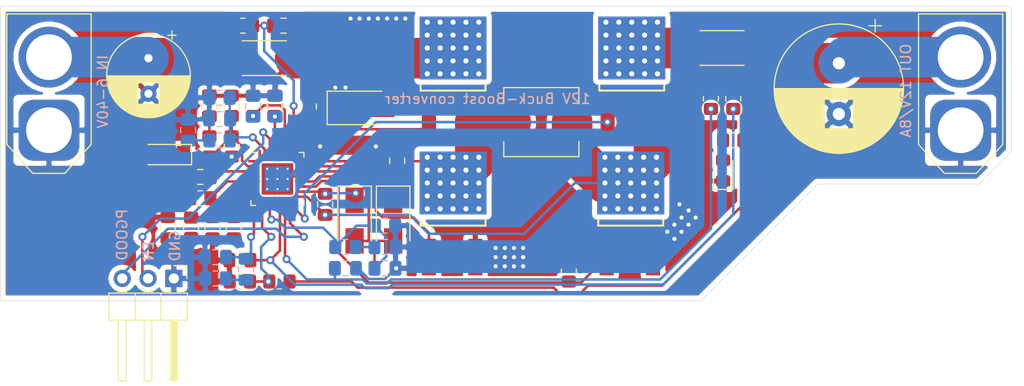
<source format=kicad_pcb>
(kicad_pcb (version 20171130) (host pcbnew 5.1.10)

  (general
    (thickness 1.6)
    (drawings 13)
    (tracks 310)
    (zones 0)
    (modules 57)
    (nets 40)
  )

  (page A4)
  (layers
    (0 F.Cu signal)
    (31 B.Cu signal)
    (32 B.Adhes user)
    (33 F.Adhes user)
    (34 B.Paste user)
    (35 F.Paste user)
    (36 B.SilkS user)
    (37 F.SilkS user)
    (38 B.Mask user)
    (39 F.Mask user)
    (40 Dwgs.User user)
    (41 Cmts.User user)
    (42 Eco1.User user)
    (43 Eco2.User user)
    (44 Edge.Cuts user)
    (45 Margin user)
    (46 B.CrtYd user)
    (47 F.CrtYd user)
    (48 B.Fab user)
    (49 F.Fab user)
  )

  (setup
    (last_trace_width 0.25)
    (user_trace_width 0.4)
    (user_trace_width 4)
    (trace_clearance 0.2)
    (zone_clearance 0.508)
    (zone_45_only no)
    (trace_min 0.2)
    (via_size 0.8)
    (via_drill 0.4)
    (via_min_size 0.4)
    (via_min_drill 0.3)
    (uvia_size 0.3)
    (uvia_drill 0.1)
    (uvias_allowed no)
    (uvia_min_size 0.2)
    (uvia_min_drill 0.1)
    (edge_width 0.05)
    (segment_width 0.2)
    (pcb_text_width 0.3)
    (pcb_text_size 1.5 1.5)
    (mod_edge_width 0.12)
    (mod_text_size 1 1)
    (mod_text_width 0.15)
    (pad_size 1.524 1.524)
    (pad_drill 0.762)
    (pad_to_mask_clearance 0)
    (aux_axis_origin 0 0)
    (visible_elements FFFFFF7F)
    (pcbplotparams
      (layerselection 0x010fc_ffffffff)
      (usegerberextensions false)
      (usegerberattributes true)
      (usegerberadvancedattributes true)
      (creategerberjobfile true)
      (excludeedgelayer true)
      (linewidth 0.100000)
      (plotframeref false)
      (viasonmask false)
      (mode 1)
      (useauxorigin false)
      (hpglpennumber 1)
      (hpglpenspeed 20)
      (hpglpendiameter 15.000000)
      (psnegative false)
      (psa4output false)
      (plotreference true)
      (plotvalue true)
      (plotinvisibletext false)
      (padsonsilk false)
      (subtractmaskfromsilk false)
      (outputformat 1)
      (mirror false)
      (drillshape 1)
      (scaleselection 1)
      (outputdirectory ""))
  )

  (net 0 "")
  (net 1 GND)
  (net 2 /VIN)
  (net 3 "Net-(C2-Pad2)")
  (net 4 "Net-(C3-Pad1)")
  (net 5 "Net-(C4-Pad1)")
  (net 6 "Net-(C5-Pad1)")
  (net 7 "Net-(C6-Pad1)")
  (net 8 "Net-(C7-Pad1)")
  (net 9 "Net-(C8-Pad2)")
  (net 10 "Net-(C9-Pad2)")
  (net 11 "Net-(C10-Pad2)")
  (net 12 "Net-(C11-Pad1)")
  (net 13 "Net-(C12-Pad2)")
  (net 14 "Net-(C13-Pad1)")
  (net 15 "Net-(C14-Pad1)")
  (net 16 "Net-(C15-Pad1)")
  (net 17 "Net-(C16-Pad2)")
  (net 18 "Net-(C17-Pad2)")
  (net 19 "Net-(C17-Pad1)")
  (net 20 "Net-(C18-Pad2)")
  (net 21 "Net-(C19-Pad2)")
  (net 22 "Net-(C19-Pad1)")
  (net 23 "Net-(C20-Pad2)")
  (net 24 "Net-(C21-Pad1)")
  (net 25 /VOUT)
  (net 26 "Net-(D1-Pad1)")
  (net 27 "Net-(D5-Pad2)")
  (net 28 /PGOOD)
  (net 29 /EN)
  (net 30 "Net-(Q1-Pad2)")
  (net 31 "Net-(Q1-Pad1)")
  (net 32 "Net-(Q2-Pad1)")
  (net 33 "Net-(Q3-Pad2)")
  (net 34 "Net-(Q3-Pad1)")
  (net 35 "Net-(Q4-Pad1)")
  (net 36 "Net-(R4-Pad2)")
  (net 37 "Net-(R15-Pad1)")
  (net 38 "Net-(U1-Pad12)")
  (net 39 "Net-(U1-Pad7)")

  (net_class Default "This is the default net class."
    (clearance 0.2)
    (trace_width 0.25)
    (via_dia 0.8)
    (via_drill 0.4)
    (uvia_dia 0.3)
    (uvia_drill 0.1)
    (add_net /EN)
    (add_net /PGOOD)
    (add_net /VIN)
    (add_net /VOUT)
    (add_net GND)
    (add_net "Net-(C10-Pad2)")
    (add_net "Net-(C11-Pad1)")
    (add_net "Net-(C12-Pad2)")
    (add_net "Net-(C13-Pad1)")
    (add_net "Net-(C14-Pad1)")
    (add_net "Net-(C15-Pad1)")
    (add_net "Net-(C16-Pad2)")
    (add_net "Net-(C17-Pad1)")
    (add_net "Net-(C17-Pad2)")
    (add_net "Net-(C18-Pad2)")
    (add_net "Net-(C19-Pad1)")
    (add_net "Net-(C19-Pad2)")
    (add_net "Net-(C2-Pad2)")
    (add_net "Net-(C20-Pad2)")
    (add_net "Net-(C21-Pad1)")
    (add_net "Net-(C3-Pad1)")
    (add_net "Net-(C4-Pad1)")
    (add_net "Net-(C5-Pad1)")
    (add_net "Net-(C6-Pad1)")
    (add_net "Net-(C7-Pad1)")
    (add_net "Net-(C8-Pad2)")
    (add_net "Net-(C9-Pad2)")
    (add_net "Net-(D1-Pad1)")
    (add_net "Net-(D5-Pad2)")
    (add_net "Net-(Q1-Pad1)")
    (add_net "Net-(Q1-Pad2)")
    (add_net "Net-(Q2-Pad1)")
    (add_net "Net-(Q3-Pad1)")
    (add_net "Net-(Q3-Pad2)")
    (add_net "Net-(Q4-Pad1)")
    (add_net "Net-(R15-Pad1)")
    (add_net "Net-(R4-Pad2)")
    (add_net "Net-(U1-Pad12)")
    (add_net "Net-(U1-Pad7)")
  )

  (module Capacitor_SMD:C_0805_2012Metric_Pad1.18x1.45mm_HandSolder (layer F.Cu) (tedit 5F68FEEF) (tstamp 61822630)
    (at 116.8 78.3 270)
    (descr "Capacitor SMD 0805 (2012 Metric), square (rectangular) end terminal, IPC_7351 nominal with elongated pad for handsoldering. (Body size source: IPC-SM-782 page 76, https://www.pcb-3d.com/wordpress/wp-content/uploads/ipc-sm-782a_amendment_1_and_2.pdf, https://docs.google.com/spreadsheets/d/1BsfQQcO9C6DZCsRaXUlFlo91Tg2WpOkGARC1WS5S8t0/edit?usp=sharing), generated with kicad-footprint-generator")
    (tags "capacitor handsolder")
    (path /61954623)
    (attr smd)
    (fp_text reference C5 (at 0 -1.68 90) (layer F.SilkS) hide
      (effects (font (size 1 1) (thickness 0.15)))
    )
    (fp_text value 33n (at 0 1.68 90) (layer F.Fab)
      (effects (font (size 1 1) (thickness 0.15)))
    )
    (fp_text user %R (at 0 0 90) (layer F.Fab)
      (effects (font (size 0.5 0.5) (thickness 0.08)))
    )
    (fp_line (start -1 0.625) (end -1 -0.625) (layer F.Fab) (width 0.1))
    (fp_line (start -1 -0.625) (end 1 -0.625) (layer F.Fab) (width 0.1))
    (fp_line (start 1 -0.625) (end 1 0.625) (layer F.Fab) (width 0.1))
    (fp_line (start 1 0.625) (end -1 0.625) (layer F.Fab) (width 0.1))
    (fp_line (start -0.261252 -0.735) (end 0.261252 -0.735) (layer F.SilkS) (width 0.12))
    (fp_line (start -0.261252 0.735) (end 0.261252 0.735) (layer F.SilkS) (width 0.12))
    (fp_line (start -1.88 0.98) (end -1.88 -0.98) (layer F.CrtYd) (width 0.05))
    (fp_line (start -1.88 -0.98) (end 1.88 -0.98) (layer F.CrtYd) (width 0.05))
    (fp_line (start 1.88 -0.98) (end 1.88 0.98) (layer F.CrtYd) (width 0.05))
    (fp_line (start 1.88 0.98) (end -1.88 0.98) (layer F.CrtYd) (width 0.05))
    (pad 2 smd roundrect (at 1.0375 0 270) (size 1.175 1.45) (layers F.Cu F.Paste F.Mask) (roundrect_rratio 0.212766)
      (net 1 GND))
    (pad 1 smd roundrect (at -1.0375 0 270) (size 1.175 1.45) (layers F.Cu F.Paste F.Mask) (roundrect_rratio 0.212766)
      (net 6 "Net-(C5-Pad1)"))
    (model ${KISYS3DMOD}/Capacitor_SMD.3dshapes/C_0805_2012Metric.wrl
      (at (xyz 0 0 0))
      (scale (xyz 1 1 1))
      (rotate (xyz 0 0 0))
    )
  )

  (module Package_DFN_QFN:QFN-32-1EP_5x5mm_P0.5mm_EP3.1x3.1mm_ThermalVias (layer F.Cu) (tedit 5DC5F6A4) (tstamp 61822B86)
    (at 121.1 73.5)
    (descr "QFN, 32 Pin (http://ww1.microchip.com/downloads/en/DeviceDoc/8008S.pdf#page=20), generated with kicad-footprint-generator ipc_noLead_generator.py")
    (tags "QFN NoLead")
    (path /61949C64)
    (attr smd)
    (fp_text reference U1 (at 0 -3.82) (layer F.SilkS) hide
      (effects (font (size 1 1) (thickness 0.15)))
    )
    (fp_text value ISL81401 (at 0 3.82) (layer F.Fab)
      (effects (font (size 1 1) (thickness 0.15)))
    )
    (fp_text user %R (at 0 0) (layer F.Fab)
      (effects (font (size 1 1) (thickness 0.15)))
    )
    (fp_line (start 2.135 -2.61) (end 2.61 -2.61) (layer F.SilkS) (width 0.12))
    (fp_line (start 2.61 -2.61) (end 2.61 -2.135) (layer F.SilkS) (width 0.12))
    (fp_line (start -2.135 2.61) (end -2.61 2.61) (layer F.SilkS) (width 0.12))
    (fp_line (start -2.61 2.61) (end -2.61 2.135) (layer F.SilkS) (width 0.12))
    (fp_line (start 2.135 2.61) (end 2.61 2.61) (layer F.SilkS) (width 0.12))
    (fp_line (start 2.61 2.61) (end 2.61 2.135) (layer F.SilkS) (width 0.12))
    (fp_line (start -2.135 -2.61) (end -2.61 -2.61) (layer F.SilkS) (width 0.12))
    (fp_line (start -1.5 -2.5) (end 2.5 -2.5) (layer F.Fab) (width 0.1))
    (fp_line (start 2.5 -2.5) (end 2.5 2.5) (layer F.Fab) (width 0.1))
    (fp_line (start 2.5 2.5) (end -2.5 2.5) (layer F.Fab) (width 0.1))
    (fp_line (start -2.5 2.5) (end -2.5 -1.5) (layer F.Fab) (width 0.1))
    (fp_line (start -2.5 -1.5) (end -1.5 -2.5) (layer F.Fab) (width 0.1))
    (fp_line (start -3.12 -3.12) (end -3.12 3.12) (layer F.CrtYd) (width 0.05))
    (fp_line (start -3.12 3.12) (end 3.12 3.12) (layer F.CrtYd) (width 0.05))
    (fp_line (start 3.12 3.12) (end 3.12 -3.12) (layer F.CrtYd) (width 0.05))
    (fp_line (start 3.12 -3.12) (end -3.12 -3.12) (layer F.CrtYd) (width 0.05))
    (pad "" smd custom (at 1.275 1.275) (size 0.318785 0.318785) (layers F.Paste)
      (options (clearance outline) (anchor circle))
      (primitives
        (gr_poly (pts
           (xy -0.110856 0.000473) (xy 0.000473 -0.110856) (xy 0.110856 -0.110856) (xy 0.110856 0.110856) (xy -0.110856 0.110856)
) (width 0.221712))
      ))
    (pad "" smd custom (at 1.275 -1.275) (size 0.318785 0.318785) (layers F.Paste)
      (options (clearance outline) (anchor circle))
      (primitives
        (gr_poly (pts
           (xy -0.110856 -0.110856) (xy 0.110856 -0.110856) (xy 0.110856 0.110856) (xy 0.000473 0.110856) (xy -0.110856 -0.000473)
) (width 0.221712))
      ))
    (pad "" smd custom (at -1.275 1.275) (size 0.318785 0.318785) (layers F.Paste)
      (options (clearance outline) (anchor circle))
      (primitives
        (gr_poly (pts
           (xy -0.110856 -0.110856) (xy -0.000473 -0.110856) (xy 0.110856 0.000473) (xy 0.110856 0.110856) (xy -0.110856 0.110856)
) (width 0.221712))
      ))
    (pad "" smd custom (at -1.275 -1.275) (size 0.318785 0.318785) (layers F.Paste)
      (options (clearance outline) (anchor circle))
      (primitives
        (gr_poly (pts
           (xy -0.110856 -0.110856) (xy 0.110856 -0.110856) (xy 0.110856 -0.000473) (xy -0.000473 0.110856) (xy -0.110856 0.110856)
) (width 0.221712))
      ))
    (pad "" smd custom (at 0.5 1.275) (size 0.349614 0.349614) (layers F.Paste)
      (options (clearance outline) (anchor circle))
      (primitives
        (gr_poly (pts
           (xy -0.309303 -0.050187) (xy -0.231588 -0.127902) (xy 0.231588 -0.127902) (xy 0.309303 -0.050187) (xy 0.309303 0.127902)
           (xy -0.309303 0.127902)) (width 0.18762))
      ))
    (pad "" smd custom (at -0.5 1.275) (size 0.349614 0.349614) (layers F.Paste)
      (options (clearance outline) (anchor circle))
      (primitives
        (gr_poly (pts
           (xy -0.309303 -0.050187) (xy -0.231588 -0.127902) (xy 0.231588 -0.127902) (xy 0.309303 -0.050187) (xy 0.309303 0.127902)
           (xy -0.309303 0.127902)) (width 0.18762))
      ))
    (pad "" smd custom (at 0.5 -1.275) (size 0.349614 0.349614) (layers F.Paste)
      (options (clearance outline) (anchor circle))
      (primitives
        (gr_poly (pts
           (xy -0.309303 -0.127902) (xy 0.309303 -0.127902) (xy 0.309303 0.050187) (xy 0.231588 0.127902) (xy -0.231588 0.127902)
           (xy -0.309303 0.050187)) (width 0.18762))
      ))
    (pad "" smd custom (at -0.5 -1.275) (size 0.349614 0.349614) (layers F.Paste)
      (options (clearance outline) (anchor circle))
      (primitives
        (gr_poly (pts
           (xy -0.309303 -0.127902) (xy 0.309303 -0.127902) (xy 0.309303 0.050187) (xy 0.231588 0.127902) (xy -0.231588 0.127902)
           (xy -0.309303 0.050187)) (width 0.18762))
      ))
    (pad "" smd custom (at 1.275 0.5) (size 0.349614 0.349614) (layers F.Paste)
      (options (clearance outline) (anchor circle))
      (primitives
        (gr_poly (pts
           (xy -0.127902 -0.231588) (xy -0.050187 -0.309303) (xy 0.127902 -0.309303) (xy 0.127902 0.309303) (xy -0.050187 0.309303)
           (xy -0.127902 0.231588)) (width 0.18762))
      ))
    (pad "" smd custom (at 1.275 -0.5) (size 0.349614 0.349614) (layers F.Paste)
      (options (clearance outline) (anchor circle))
      (primitives
        (gr_poly (pts
           (xy -0.127902 -0.231588) (xy -0.050187 -0.309303) (xy 0.127902 -0.309303) (xy 0.127902 0.309303) (xy -0.050187 0.309303)
           (xy -0.127902 0.231588)) (width 0.18762))
      ))
    (pad "" smd custom (at -1.275 0.5) (size 0.349614 0.349614) (layers F.Paste)
      (options (clearance outline) (anchor circle))
      (primitives
        (gr_poly (pts
           (xy -0.127902 -0.309303) (xy 0.050187 -0.309303) (xy 0.127902 -0.231588) (xy 0.127902 0.231588) (xy 0.050187 0.309303)
           (xy -0.127902 0.309303)) (width 0.18762))
      ))
    (pad "" smd custom (at -1.275 -0.5) (size 0.349614 0.349614) (layers F.Paste)
      (options (clearance outline) (anchor circle))
      (primitives
        (gr_poly (pts
           (xy -0.127902 -0.309303) (xy 0.050187 -0.309303) (xy 0.127902 -0.231588) (xy 0.127902 0.231588) (xy 0.050187 0.309303)
           (xy -0.127902 0.309303)) (width 0.18762))
      ))
    (pad "" smd roundrect (at 0.5 0.5) (size 0.806226 0.806226) (layers F.Paste) (roundrect_rratio 0.25))
    (pad "" smd roundrect (at 0.5 -0.5) (size 0.806226 0.806226) (layers F.Paste) (roundrect_rratio 0.25))
    (pad "" smd roundrect (at -0.5 0.5) (size 0.806226 0.806226) (layers F.Paste) (roundrect_rratio 0.25))
    (pad "" smd roundrect (at -0.5 -0.5) (size 0.806226 0.806226) (layers F.Paste) (roundrect_rratio 0.25))
    (pad 33 smd rect (at 0 0) (size 2.5 2.5) (layers B.Cu)
      (net 1 GND))
    (pad 33 thru_hole circle (at 1 1) (size 0.5 0.5) (drill 0.2) (layers *.Cu)
      (net 1 GND))
    (pad 33 thru_hole circle (at 0 1) (size 0.5 0.5) (drill 0.2) (layers *.Cu)
      (net 1 GND))
    (pad 33 thru_hole circle (at -1 1) (size 0.5 0.5) (drill 0.2) (layers *.Cu)
      (net 1 GND))
    (pad 33 thru_hole circle (at 1 0) (size 0.5 0.5) (drill 0.2) (layers *.Cu)
      (net 1 GND))
    (pad 33 thru_hole circle (at 0 0) (size 0.5 0.5) (drill 0.2) (layers *.Cu)
      (net 1 GND))
    (pad 33 thru_hole circle (at -1 0) (size 0.5 0.5) (drill 0.2) (layers *.Cu)
      (net 1 GND))
    (pad 33 thru_hole circle (at 1 -1) (size 0.5 0.5) (drill 0.2) (layers *.Cu)
      (net 1 GND))
    (pad 33 thru_hole circle (at 0 -1) (size 0.5 0.5) (drill 0.2) (layers *.Cu)
      (net 1 GND))
    (pad 33 thru_hole circle (at -1 -1) (size 0.5 0.5) (drill 0.2) (layers *.Cu)
      (net 1 GND))
    (pad 33 smd rect (at 0 0) (size 3.1 3.1) (layers F.Cu F.Mask)
      (net 1 GND))
    (pad 32 smd roundrect (at -1.75 -2.4375) (size 0.25 0.875) (layers F.Cu F.Paste F.Mask) (roundrect_rratio 0.25))
    (pad 31 smd roundrect (at -1.25 -2.4375) (size 0.25 0.875) (layers F.Cu F.Paste F.Mask) (roundrect_rratio 0.25)
      (net 11 "Net-(C10-Pad2)"))
    (pad 30 smd roundrect (at -0.75 -2.4375) (size 0.25 0.875) (layers F.Cu F.Paste F.Mask) (roundrect_rratio 0.25)
      (net 29 /EN))
    (pad 29 smd roundrect (at -0.25 -2.4375) (size 0.25 0.875) (layers F.Cu F.Paste F.Mask) (roundrect_rratio 0.25)
      (net 13 "Net-(C12-Pad2)"))
    (pad 28 smd roundrect (at 0.25 -2.4375) (size 0.25 0.875) (layers F.Cu F.Paste F.Mask) (roundrect_rratio 0.25)
      (net 17 "Net-(C16-Pad2)"))
    (pad 27 smd roundrect (at 0.75 -2.4375) (size 0.25 0.875) (layers F.Cu F.Paste F.Mask) (roundrect_rratio 0.25)
      (net 23 "Net-(C20-Pad2)"))
    (pad 26 smd roundrect (at 1.25 -2.4375) (size 0.25 0.875) (layers F.Cu F.Paste F.Mask) (roundrect_rratio 0.25)
      (net 24 "Net-(C21-Pad1)"))
    (pad 25 smd roundrect (at 1.75 -2.4375) (size 0.25 0.875) (layers F.Cu F.Paste F.Mask) (roundrect_rratio 0.25)
      (net 31 "Net-(Q1-Pad1)"))
    (pad 24 smd roundrect (at 2.4375 -1.75) (size 0.875 0.25) (layers F.Cu F.Paste F.Mask) (roundrect_rratio 0.25)
      (net 18 "Net-(C17-Pad2)"))
    (pad 23 smd roundrect (at 2.4375 -1.25) (size 0.875 0.25) (layers F.Cu F.Paste F.Mask) (roundrect_rratio 0.25)
      (net 19 "Net-(C17-Pad1)"))
    (pad 22 smd roundrect (at 2.4375 -0.75) (size 0.875 0.25) (layers F.Cu F.Paste F.Mask) (roundrect_rratio 0.25)
      (net 32 "Net-(Q2-Pad1)"))
    (pad 21 smd roundrect (at 2.4375 -0.25) (size 0.875 0.25) (layers F.Cu F.Paste F.Mask) (roundrect_rratio 0.25)
      (net 1 GND))
    (pad 20 smd roundrect (at 2.4375 0.25) (size 0.875 0.25) (layers F.Cu F.Paste F.Mask) (roundrect_rratio 0.25)
      (net 20 "Net-(C18-Pad2)"))
    (pad 19 smd roundrect (at 2.4375 0.75) (size 0.875 0.25) (layers F.Cu F.Paste F.Mask) (roundrect_rratio 0.25)
      (net 35 "Net-(Q4-Pad1)"))
    (pad 18 smd roundrect (at 2.4375 1.25) (size 0.875 0.25) (layers F.Cu F.Paste F.Mask) (roundrect_rratio 0.25)
      (net 22 "Net-(C19-Pad1)"))
    (pad 17 smd roundrect (at 2.4375 1.75) (size 0.875 0.25) (layers F.Cu F.Paste F.Mask) (roundrect_rratio 0.25)
      (net 21 "Net-(C19-Pad2)"))
    (pad 16 smd roundrect (at 1.75 2.4375) (size 0.25 0.875) (layers F.Cu F.Paste F.Mask) (roundrect_rratio 0.25)
      (net 34 "Net-(Q3-Pad1)"))
    (pad 15 smd roundrect (at 1.25 2.4375) (size 0.25 0.875) (layers F.Cu F.Paste F.Mask) (roundrect_rratio 0.25)
      (net 28 /PGOOD))
    (pad 14 smd roundrect (at 0.75 2.4375) (size 0.25 0.875) (layers F.Cu F.Paste F.Mask) (roundrect_rratio 0.25)
      (net 15 "Net-(C14-Pad1)"))
    (pad 13 smd roundrect (at 0.25 2.4375) (size 0.25 0.875) (layers F.Cu F.Paste F.Mask) (roundrect_rratio 0.25)
      (net 16 "Net-(C15-Pad1)"))
    (pad 12 smd roundrect (at -0.25 2.4375) (size 0.25 0.875) (layers F.Cu F.Paste F.Mask) (roundrect_rratio 0.25)
      (net 38 "Net-(U1-Pad12)"))
    (pad 11 smd roundrect (at -0.75 2.4375) (size 0.25 0.875) (layers F.Cu F.Paste F.Mask) (roundrect_rratio 0.25)
      (net 14 "Net-(C13-Pad1)"))
    (pad 10 smd roundrect (at -1.25 2.4375) (size 0.25 0.875) (layers F.Cu F.Paste F.Mask) (roundrect_rratio 0.25)
      (net 37 "Net-(R15-Pad1)"))
    (pad 9 smd roundrect (at -1.75 2.4375) (size 0.25 0.875) (layers F.Cu F.Paste F.Mask) (roundrect_rratio 0.25)
      (net 8 "Net-(C7-Pad1)"))
    (pad 8 smd roundrect (at -2.4375 1.75) (size 0.875 0.25) (layers F.Cu F.Paste F.Mask) (roundrect_rratio 0.25)
      (net 6 "Net-(C5-Pad1)"))
    (pad 7 smd roundrect (at -2.4375 1.25) (size 0.875 0.25) (layers F.Cu F.Paste F.Mask) (roundrect_rratio 0.25)
      (net 39 "Net-(U1-Pad7)"))
    (pad 6 smd roundrect (at -2.4375 0.75) (size 0.875 0.25) (layers F.Cu F.Paste F.Mask) (roundrect_rratio 0.25)
      (net 5 "Net-(C4-Pad1)"))
    (pad 5 smd roundrect (at -2.4375 0.25) (size 0.875 0.25) (layers F.Cu F.Paste F.Mask) (roundrect_rratio 0.25)
      (net 36 "Net-(R4-Pad2)"))
    (pad 4 smd roundrect (at -2.4375 -0.25) (size 0.875 0.25) (layers F.Cu F.Paste F.Mask) (roundrect_rratio 0.25))
    (pad 3 smd roundrect (at -2.4375 -0.75) (size 0.875 0.25) (layers F.Cu F.Paste F.Mask) (roundrect_rratio 0.25)
      (net 7 "Net-(C6-Pad1)"))
    (pad 2 smd roundrect (at -2.4375 -1.25) (size 0.875 0.25) (layers F.Cu F.Paste F.Mask) (roundrect_rratio 0.25)
      (net 26 "Net-(D1-Pad1)"))
    (pad 1 smd roundrect (at -2.4375 -1.75) (size 0.875 0.25) (layers F.Cu F.Paste F.Mask) (roundrect_rratio 0.25))
    (model ${KISYS3DMOD}/Package_DFN_QFN.3dshapes/QFN-32-1EP_5x5mm_P0.5mm_EP3.1x3.1mm.wrl
      (at (xyz 0 0 0))
      (scale (xyz 1 1 1))
      (rotate (xyz 0 0 0))
    )
  )

  (module Resistor_SMD:R_0805_2012Metric_Pad1.20x1.40mm_HandSolder (layer F.Cu) (tedit 5F68FEEE) (tstamp 61822B36)
    (at 166 69.7 180)
    (descr "Resistor SMD 0805 (2012 Metric), square (rectangular) end terminal, IPC_7351 nominal with elongated pad for handsoldering. (Body size source: IPC-SM-782 page 72, https://www.pcb-3d.com/wordpress/wp-content/uploads/ipc-sm-782a_amendment_1_and_2.pdf), generated with kicad-footprint-generator")
    (tags "resistor handsolder")
    (path /61C27F9D)
    (attr smd)
    (fp_text reference R21 (at 0 -1.65) (layer F.SilkS) hide
      (effects (font (size 1 1) (thickness 0.15)))
    )
    (fp_text value 2k (at 0 1.65) (layer F.Fab)
      (effects (font (size 1 1) (thickness 0.15)))
    )
    (fp_text user %R (at 0 0) (layer F.Fab)
      (effects (font (size 0.5 0.5) (thickness 0.08)))
    )
    (fp_line (start -1 0.625) (end -1 -0.625) (layer F.Fab) (width 0.1))
    (fp_line (start -1 -0.625) (end 1 -0.625) (layer F.Fab) (width 0.1))
    (fp_line (start 1 -0.625) (end 1 0.625) (layer F.Fab) (width 0.1))
    (fp_line (start 1 0.625) (end -1 0.625) (layer F.Fab) (width 0.1))
    (fp_line (start -0.227064 -0.735) (end 0.227064 -0.735) (layer F.SilkS) (width 0.12))
    (fp_line (start -0.227064 0.735) (end 0.227064 0.735) (layer F.SilkS) (width 0.12))
    (fp_line (start -1.85 0.95) (end -1.85 -0.95) (layer F.CrtYd) (width 0.05))
    (fp_line (start -1.85 -0.95) (end 1.85 -0.95) (layer F.CrtYd) (width 0.05))
    (fp_line (start 1.85 -0.95) (end 1.85 0.95) (layer F.CrtYd) (width 0.05))
    (fp_line (start 1.85 0.95) (end -1.85 0.95) (layer F.CrtYd) (width 0.05))
    (pad 2 smd roundrect (at 1 0 180) (size 1.2 1.4) (layers F.Cu F.Paste F.Mask) (roundrect_rratio 0.208333)
      (net 27 "Net-(D5-Pad2)"))
    (pad 1 smd roundrect (at -1 0 180) (size 1.2 1.4) (layers F.Cu F.Paste F.Mask) (roundrect_rratio 0.208333)
      (net 25 /VOUT))
    (model ${KISYS3DMOD}/Resistor_SMD.3dshapes/R_0805_2012Metric.wrl
      (at (xyz 0 0 0))
      (scale (xyz 1 1 1))
      (rotate (xyz 0 0 0))
    )
  )

  (module Resistor_SMD:R_2512_6332Metric_Pad1.40x3.35mm_HandSolder (layer F.Cu) (tedit 5F68FEEE) (tstamp 61822B25)
    (at 164.9 60.6 180)
    (descr "Resistor SMD 2512 (6332 Metric), square (rectangular) end terminal, IPC_7351 nominal with elongated pad for handsoldering. (Body size source: IPC-SM-782 page 72, https://www.pcb-3d.com/wordpress/wp-content/uploads/ipc-sm-782a_amendment_1_and_2.pdf), generated with kicad-footprint-generator")
    (tags "resistor handsolder")
    (path /61A265AF)
    (attr smd)
    (fp_text reference R20 (at 0 -2.62) (layer F.SilkS) hide
      (effects (font (size 1 1) (thickness 0.15)))
    )
    (fp_text value R004 (at 0 2.62) (layer F.Fab)
      (effects (font (size 1 1) (thickness 0.15)))
    )
    (fp_text user %R (at 0 0) (layer F.Fab)
      (effects (font (size 1 1) (thickness 0.15)))
    )
    (fp_line (start -3.15 1.6) (end -3.15 -1.6) (layer F.Fab) (width 0.1))
    (fp_line (start -3.15 -1.6) (end 3.15 -1.6) (layer F.Fab) (width 0.1))
    (fp_line (start 3.15 -1.6) (end 3.15 1.6) (layer F.Fab) (width 0.1))
    (fp_line (start 3.15 1.6) (end -3.15 1.6) (layer F.Fab) (width 0.1))
    (fp_line (start -2.177064 -1.71) (end 2.177064 -1.71) (layer F.SilkS) (width 0.12))
    (fp_line (start -2.177064 1.71) (end 2.177064 1.71) (layer F.SilkS) (width 0.12))
    (fp_line (start -4 1.92) (end -4 -1.92) (layer F.CrtYd) (width 0.05))
    (fp_line (start -4 -1.92) (end 4 -1.92) (layer F.CrtYd) (width 0.05))
    (fp_line (start 4 -1.92) (end 4 1.92) (layer F.CrtYd) (width 0.05))
    (fp_line (start 4 1.92) (end -4 1.92) (layer F.CrtYd) (width 0.05))
    (pad 2 smd roundrect (at 3.05 0 180) (size 1.4 3.35) (layers F.Cu F.Paste F.Mask) (roundrect_rratio 0.178571)
      (net 33 "Net-(Q3-Pad2)"))
    (pad 1 smd roundrect (at -3.05 0 180) (size 1.4 3.35) (layers F.Cu F.Paste F.Mask) (roundrect_rratio 0.178571)
      (net 25 /VOUT))
    (model ${KISYS3DMOD}/Resistor_SMD.3dshapes/R_2512_6332Metric.wrl
      (at (xyz 0 0 0))
      (scale (xyz 1 1 1))
      (rotate (xyz 0 0 0))
    )
  )

  (module Resistor_SMD:R_0805_2012Metric_Pad1.20x1.40mm_HandSolder (layer F.Cu) (tedit 5F68FEEE) (tstamp 61822B14)
    (at 149.8 82.6 90)
    (descr "Resistor SMD 0805 (2012 Metric), square (rectangular) end terminal, IPC_7351 nominal with elongated pad for handsoldering. (Body size source: IPC-SM-782 page 72, https://www.pcb-3d.com/wordpress/wp-content/uploads/ipc-sm-782a_amendment_1_and_2.pdf), generated with kicad-footprint-generator")
    (tags "resistor handsolder")
    (path /61A02E30)
    (attr smd)
    (fp_text reference R19 (at 0 -1.65 90) (layer F.SilkS) hide
      (effects (font (size 1 1) (thickness 0.15)))
    )
    (fp_text value 20k (at 0 1.65 90) (layer F.Fab)
      (effects (font (size 1 1) (thickness 0.15)))
    )
    (fp_text user %R (at 0 0 90) (layer F.Fab)
      (effects (font (size 0.5 0.5) (thickness 0.08)))
    )
    (fp_line (start -1 0.625) (end -1 -0.625) (layer F.Fab) (width 0.1))
    (fp_line (start -1 -0.625) (end 1 -0.625) (layer F.Fab) (width 0.1))
    (fp_line (start 1 -0.625) (end 1 0.625) (layer F.Fab) (width 0.1))
    (fp_line (start 1 0.625) (end -1 0.625) (layer F.Fab) (width 0.1))
    (fp_line (start -0.227064 -0.735) (end 0.227064 -0.735) (layer F.SilkS) (width 0.12))
    (fp_line (start -0.227064 0.735) (end 0.227064 0.735) (layer F.SilkS) (width 0.12))
    (fp_line (start -1.85 0.95) (end -1.85 -0.95) (layer F.CrtYd) (width 0.05))
    (fp_line (start -1.85 -0.95) (end 1.85 -0.95) (layer F.CrtYd) (width 0.05))
    (fp_line (start 1.85 -0.95) (end 1.85 0.95) (layer F.CrtYd) (width 0.05))
    (fp_line (start 1.85 0.95) (end -1.85 0.95) (layer F.CrtYd) (width 0.05))
    (pad 2 smd roundrect (at 1 0 90) (size 1.2 1.4) (layers F.Cu F.Paste F.Mask) (roundrect_rratio 0.208333)
      (net 1 GND))
    (pad 1 smd roundrect (at -1 0 90) (size 1.2 1.4) (layers F.Cu F.Paste F.Mask) (roundrect_rratio 0.208333)
      (net 35 "Net-(Q4-Pad1)"))
    (model ${KISYS3DMOD}/Resistor_SMD.3dshapes/R_0805_2012Metric.wrl
      (at (xyz 0 0 0))
      (scale (xyz 1 1 1))
      (rotate (xyz 0 0 0))
    )
  )

  (module Resistor_SMD:R_0805_2012Metric_Pad1.20x1.40mm_HandSolder (layer F.Cu) (tedit 5F68FEEE) (tstamp 61822B03)
    (at 121.3 83.6 180)
    (descr "Resistor SMD 0805 (2012 Metric), square (rectangular) end terminal, IPC_7351 nominal with elongated pad for handsoldering. (Body size source: IPC-SM-782 page 72, https://www.pcb-3d.com/wordpress/wp-content/uploads/ipc-sm-782a_amendment_1_and_2.pdf), generated with kicad-footprint-generator")
    (tags "resistor handsolder")
    (path /61A5432C)
    (attr smd)
    (fp_text reference R18 (at 0 -1.65) (layer F.SilkS) hide
      (effects (font (size 1 1) (thickness 0.15)))
    )
    (fp_text value 48k7 (at 0 1.65) (layer F.Fab)
      (effects (font (size 1 1) (thickness 0.15)))
    )
    (fp_text user %R (at 0 0) (layer F.Fab)
      (effects (font (size 0.5 0.5) (thickness 0.08)))
    )
    (fp_line (start -1 0.625) (end -1 -0.625) (layer F.Fab) (width 0.1))
    (fp_line (start -1 -0.625) (end 1 -0.625) (layer F.Fab) (width 0.1))
    (fp_line (start 1 -0.625) (end 1 0.625) (layer F.Fab) (width 0.1))
    (fp_line (start 1 0.625) (end -1 0.625) (layer F.Fab) (width 0.1))
    (fp_line (start -0.227064 -0.735) (end 0.227064 -0.735) (layer F.SilkS) (width 0.12))
    (fp_line (start -0.227064 0.735) (end 0.227064 0.735) (layer F.SilkS) (width 0.12))
    (fp_line (start -1.85 0.95) (end -1.85 -0.95) (layer F.CrtYd) (width 0.05))
    (fp_line (start -1.85 -0.95) (end 1.85 -0.95) (layer F.CrtYd) (width 0.05))
    (fp_line (start 1.85 -0.95) (end 1.85 0.95) (layer F.CrtYd) (width 0.05))
    (fp_line (start 1.85 0.95) (end -1.85 0.95) (layer F.CrtYd) (width 0.05))
    (pad 2 smd roundrect (at 1 0 180) (size 1.2 1.4) (layers F.Cu F.Paste F.Mask) (roundrect_rratio 0.208333)
      (net 37 "Net-(R15-Pad1)"))
    (pad 1 smd roundrect (at -1 0 180) (size 1.2 1.4) (layers F.Cu F.Paste F.Mask) (roundrect_rratio 0.208333)
      (net 25 /VOUT))
    (model ${KISYS3DMOD}/Resistor_SMD.3dshapes/R_0805_2012Metric.wrl
      (at (xyz 0 0 0))
      (scale (xyz 1 1 1))
      (rotate (xyz 0 0 0))
    )
  )

  (module Resistor_SMD:R_0805_2012Metric_Pad1.20x1.40mm_HandSolder (layer F.Cu) (tedit 5F68FEEE) (tstamp 61822AF2)
    (at 166 65.6 90)
    (descr "Resistor SMD 0805 (2012 Metric), square (rectangular) end terminal, IPC_7351 nominal with elongated pad for handsoldering. (Body size source: IPC-SM-782 page 72, https://www.pcb-3d.com/wordpress/wp-content/uploads/ipc-sm-782a_amendment_1_and_2.pdf), generated with kicad-footprint-generator")
    (tags "resistor handsolder")
    (path /61A1E920)
    (attr smd)
    (fp_text reference R17 (at 0 -1.65 90) (layer F.SilkS) hide
      (effects (font (size 1 1) (thickness 0.15)))
    )
    (fp_text value 1R (at 0 1.65 90) (layer F.Fab)
      (effects (font (size 1 1) (thickness 0.15)))
    )
    (fp_text user %R (at 0 0 90) (layer F.Fab)
      (effects (font (size 0.5 0.5) (thickness 0.08)))
    )
    (fp_line (start -1 0.625) (end -1 -0.625) (layer F.Fab) (width 0.1))
    (fp_line (start -1 -0.625) (end 1 -0.625) (layer F.Fab) (width 0.1))
    (fp_line (start 1 -0.625) (end 1 0.625) (layer F.Fab) (width 0.1))
    (fp_line (start 1 0.625) (end -1 0.625) (layer F.Fab) (width 0.1))
    (fp_line (start -0.227064 -0.735) (end 0.227064 -0.735) (layer F.SilkS) (width 0.12))
    (fp_line (start -0.227064 0.735) (end 0.227064 0.735) (layer F.SilkS) (width 0.12))
    (fp_line (start -1.85 0.95) (end -1.85 -0.95) (layer F.CrtYd) (width 0.05))
    (fp_line (start -1.85 -0.95) (end 1.85 -0.95) (layer F.CrtYd) (width 0.05))
    (fp_line (start 1.85 -0.95) (end 1.85 0.95) (layer F.CrtYd) (width 0.05))
    (fp_line (start 1.85 0.95) (end -1.85 0.95) (layer F.CrtYd) (width 0.05))
    (pad 2 smd roundrect (at 1 0 90) (size 1.2 1.4) (layers F.Cu F.Paste F.Mask) (roundrect_rratio 0.208333)
      (net 25 /VOUT))
    (pad 1 smd roundrect (at -1 0 90) (size 1.2 1.4) (layers F.Cu F.Paste F.Mask) (roundrect_rratio 0.208333)
      (net 16 "Net-(C15-Pad1)"))
    (model ${KISYS3DMOD}/Resistor_SMD.3dshapes/R_0805_2012Metric.wrl
      (at (xyz 0 0 0))
      (scale (xyz 1 1 1))
      (rotate (xyz 0 0 0))
    )
  )

  (module Resistor_SMD:R_2512_6332Metric_Pad1.40x3.35mm_HandSolder (layer F.Cu) (tedit 5F68FEEE) (tstamp 61822AE1)
    (at 119.8 61.6 180)
    (descr "Resistor SMD 2512 (6332 Metric), square (rectangular) end terminal, IPC_7351 nominal with elongated pad for handsoldering. (Body size source: IPC-SM-782 page 72, https://www.pcb-3d.com/wordpress/wp-content/uploads/ipc-sm-782a_amendment_1_and_2.pdf), generated with kicad-footprint-generator")
    (tags "resistor handsolder")
    (path /61974015)
    (attr smd)
    (fp_text reference R16 (at 0 -2.62) (layer F.SilkS) hide
      (effects (font (size 1 1) (thickness 0.15)))
    )
    (fp_text value R003 (at 0 2.62) (layer F.Fab)
      (effects (font (size 1 1) (thickness 0.15)))
    )
    (fp_text user %R (at 0 0) (layer F.Fab)
      (effects (font (size 1 1) (thickness 0.15)))
    )
    (fp_line (start -3.15 1.6) (end -3.15 -1.6) (layer F.Fab) (width 0.1))
    (fp_line (start -3.15 -1.6) (end 3.15 -1.6) (layer F.Fab) (width 0.1))
    (fp_line (start 3.15 -1.6) (end 3.15 1.6) (layer F.Fab) (width 0.1))
    (fp_line (start 3.15 1.6) (end -3.15 1.6) (layer F.Fab) (width 0.1))
    (fp_line (start -2.177064 -1.71) (end 2.177064 -1.71) (layer F.SilkS) (width 0.12))
    (fp_line (start -2.177064 1.71) (end 2.177064 1.71) (layer F.SilkS) (width 0.12))
    (fp_line (start -4 1.92) (end -4 -1.92) (layer F.CrtYd) (width 0.05))
    (fp_line (start -4 -1.92) (end 4 -1.92) (layer F.CrtYd) (width 0.05))
    (fp_line (start 4 -1.92) (end 4 1.92) (layer F.CrtYd) (width 0.05))
    (fp_line (start 4 1.92) (end -4 1.92) (layer F.CrtYd) (width 0.05))
    (pad 2 smd roundrect (at 3.05 0 180) (size 1.4 3.35) (layers F.Cu F.Paste F.Mask) (roundrect_rratio 0.178571)
      (net 2 /VIN))
    (pad 1 smd roundrect (at -3.05 0 180) (size 1.4 3.35) (layers F.Cu F.Paste F.Mask) (roundrect_rratio 0.178571)
      (net 30 "Net-(Q1-Pad2)"))
    (model ${KISYS3DMOD}/Resistor_SMD.3dshapes/R_2512_6332Metric.wrl
      (at (xyz 0 0 0))
      (scale (xyz 1 1 1))
      (rotate (xyz 0 0 0))
    )
  )

  (module Resistor_SMD:R_0805_2012Metric_Pad1.20x1.40mm_HandSolder (layer F.Cu) (tedit 5F68FEEE) (tstamp 61822AD0)
    (at 117.4 83.6 180)
    (descr "Resistor SMD 0805 (2012 Metric), square (rectangular) end terminal, IPC_7351 nominal with elongated pad for handsoldering. (Body size source: IPC-SM-782 page 72, https://www.pcb-3d.com/wordpress/wp-content/uploads/ipc-sm-782a_amendment_1_and_2.pdf), generated with kicad-footprint-generator")
    (tags "resistor handsolder")
    (path /61A53A6B)
    (attr smd)
    (fp_text reference R15 (at 0 -1.65) (layer F.SilkS) hide
      (effects (font (size 1 1) (thickness 0.15)))
    )
    (fp_text value 3k48 (at 0 1.65) (layer F.Fab)
      (effects (font (size 1 1) (thickness 0.15)))
    )
    (fp_text user %R (at 0 0) (layer F.Fab)
      (effects (font (size 0.5 0.5) (thickness 0.08)))
    )
    (fp_line (start -1 0.625) (end -1 -0.625) (layer F.Fab) (width 0.1))
    (fp_line (start -1 -0.625) (end 1 -0.625) (layer F.Fab) (width 0.1))
    (fp_line (start 1 -0.625) (end 1 0.625) (layer F.Fab) (width 0.1))
    (fp_line (start 1 0.625) (end -1 0.625) (layer F.Fab) (width 0.1))
    (fp_line (start -0.227064 -0.735) (end 0.227064 -0.735) (layer F.SilkS) (width 0.12))
    (fp_line (start -0.227064 0.735) (end 0.227064 0.735) (layer F.SilkS) (width 0.12))
    (fp_line (start -1.85 0.95) (end -1.85 -0.95) (layer F.CrtYd) (width 0.05))
    (fp_line (start -1.85 -0.95) (end 1.85 -0.95) (layer F.CrtYd) (width 0.05))
    (fp_line (start 1.85 -0.95) (end 1.85 0.95) (layer F.CrtYd) (width 0.05))
    (fp_line (start 1.85 0.95) (end -1.85 0.95) (layer F.CrtYd) (width 0.05))
    (pad 2 smd roundrect (at 1 0 180) (size 1.2 1.4) (layers F.Cu F.Paste F.Mask) (roundrect_rratio 0.208333)
      (net 1 GND))
    (pad 1 smd roundrect (at -1 0 180) (size 1.2 1.4) (layers F.Cu F.Paste F.Mask) (roundrect_rratio 0.208333)
      (net 37 "Net-(R15-Pad1)"))
    (model ${KISYS3DMOD}/Resistor_SMD.3dshapes/R_0805_2012Metric.wrl
      (at (xyz 0 0 0))
      (scale (xyz 1 1 1))
      (rotate (xyz 0 0 0))
    )
  )

  (module Resistor_SMD:R_0805_2012Metric_Pad1.20x1.40mm_HandSolder (layer F.Cu) (tedit 5F68FEEE) (tstamp 61822ABF)
    (at 117.7 58.4)
    (descr "Resistor SMD 0805 (2012 Metric), square (rectangular) end terminal, IPC_7351 nominal with elongated pad for handsoldering. (Body size source: IPC-SM-782 page 72, https://www.pcb-3d.com/wordpress/wp-content/uploads/ipc-sm-782a_amendment_1_and_2.pdf), generated with kicad-footprint-generator")
    (tags "resistor handsolder")
    (path /6196E31F)
    (attr smd)
    (fp_text reference R14 (at 0 -1.65) (layer F.SilkS) hide
      (effects (font (size 1 1) (thickness 0.15)))
    )
    (fp_text value 10R (at 0 1.65) (layer F.Fab)
      (effects (font (size 1 1) (thickness 0.15)))
    )
    (fp_text user %R (at 0 0) (layer F.Fab)
      (effects (font (size 0.5 0.5) (thickness 0.08)))
    )
    (fp_line (start -1 0.625) (end -1 -0.625) (layer F.Fab) (width 0.1))
    (fp_line (start -1 -0.625) (end 1 -0.625) (layer F.Fab) (width 0.1))
    (fp_line (start 1 -0.625) (end 1 0.625) (layer F.Fab) (width 0.1))
    (fp_line (start 1 0.625) (end -1 0.625) (layer F.Fab) (width 0.1))
    (fp_line (start -0.227064 -0.735) (end 0.227064 -0.735) (layer F.SilkS) (width 0.12))
    (fp_line (start -0.227064 0.735) (end 0.227064 0.735) (layer F.SilkS) (width 0.12))
    (fp_line (start -1.85 0.95) (end -1.85 -0.95) (layer F.CrtYd) (width 0.05))
    (fp_line (start -1.85 -0.95) (end 1.85 -0.95) (layer F.CrtYd) (width 0.05))
    (fp_line (start 1.85 -0.95) (end 1.85 0.95) (layer F.CrtYd) (width 0.05))
    (fp_line (start 1.85 0.95) (end -1.85 0.95) (layer F.CrtYd) (width 0.05))
    (pad 2 smd roundrect (at 1 0) (size 1.2 1.4) (layers F.Cu F.Paste F.Mask) (roundrect_rratio 0.208333)
      (net 23 "Net-(C20-Pad2)"))
    (pad 1 smd roundrect (at -1 0) (size 1.2 1.4) (layers F.Cu F.Paste F.Mask) (roundrect_rratio 0.208333)
      (net 2 /VIN))
    (model ${KISYS3DMOD}/Resistor_SMD.3dshapes/R_0805_2012Metric.wrl
      (at (xyz 0 0 0))
      (scale (xyz 1 1 1))
      (rotate (xyz 0 0 0))
    )
  )

  (module Resistor_SMD:R_0805_2012Metric_Pad1.20x1.40mm_HandSolder (layer F.Cu) (tedit 5F68FEEE) (tstamp 61822AAE)
    (at 163.8 65.6 90)
    (descr "Resistor SMD 0805 (2012 Metric), square (rectangular) end terminal, IPC_7351 nominal with elongated pad for handsoldering. (Body size source: IPC-SM-782 page 72, https://www.pcb-3d.com/wordpress/wp-content/uploads/ipc-sm-782a_amendment_1_and_2.pdf), generated with kicad-footprint-generator")
    (tags "resistor handsolder")
    (path /61A1E926)
    (attr smd)
    (fp_text reference R13 (at 0 -1.65 90) (layer F.SilkS) hide
      (effects (font (size 1 1) (thickness 0.15)))
    )
    (fp_text value 1R (at 0 1.65 90) (layer F.Fab)
      (effects (font (size 1 1) (thickness 0.15)))
    )
    (fp_text user %R (at 0 0 90) (layer F.Fab)
      (effects (font (size 0.5 0.5) (thickness 0.08)))
    )
    (fp_line (start -1 0.625) (end -1 -0.625) (layer F.Fab) (width 0.1))
    (fp_line (start -1 -0.625) (end 1 -0.625) (layer F.Fab) (width 0.1))
    (fp_line (start 1 -0.625) (end 1 0.625) (layer F.Fab) (width 0.1))
    (fp_line (start 1 0.625) (end -1 0.625) (layer F.Fab) (width 0.1))
    (fp_line (start -0.227064 -0.735) (end 0.227064 -0.735) (layer F.SilkS) (width 0.12))
    (fp_line (start -0.227064 0.735) (end 0.227064 0.735) (layer F.SilkS) (width 0.12))
    (fp_line (start -1.85 0.95) (end -1.85 -0.95) (layer F.CrtYd) (width 0.05))
    (fp_line (start -1.85 -0.95) (end 1.85 -0.95) (layer F.CrtYd) (width 0.05))
    (fp_line (start 1.85 -0.95) (end 1.85 0.95) (layer F.CrtYd) (width 0.05))
    (fp_line (start 1.85 0.95) (end -1.85 0.95) (layer F.CrtYd) (width 0.05))
    (pad 2 smd roundrect (at 1 0 90) (size 1.2 1.4) (layers F.Cu F.Paste F.Mask) (roundrect_rratio 0.208333)
      (net 33 "Net-(Q3-Pad2)"))
    (pad 1 smd roundrect (at -1 0 90) (size 1.2 1.4) (layers F.Cu F.Paste F.Mask) (roundrect_rratio 0.208333)
      (net 15 "Net-(C14-Pad1)"))
    (model ${KISYS3DMOD}/Resistor_SMD.3dshapes/R_0805_2012Metric.wrl
      (at (xyz 0 0 0))
      (scale (xyz 1 1 1))
      (rotate (xyz 0 0 0))
    )
  )

  (module Resistor_SMD:R_0805_2012Metric_Pad1.20x1.40mm_HandSolder (layer F.Cu) (tedit 5F68FEEE) (tstamp 61822A9D)
    (at 118.7 66.3 270)
    (descr "Resistor SMD 0805 (2012 Metric), square (rectangular) end terminal, IPC_7351 nominal with elongated pad for handsoldering. (Body size source: IPC-SM-782 page 72, https://www.pcb-3d.com/wordpress/wp-content/uploads/ipc-sm-782a_amendment_1_and_2.pdf), generated with kicad-footprint-generator")
    (tags "resistor handsolder")
    (path /6196BF54)
    (attr smd)
    (fp_text reference R12 (at 0 -1.65 90) (layer F.SilkS) hide
      (effects (font (size 1 1) (thickness 0.15)))
    )
    (fp_text value 1R (at 0 1.65 90) (layer F.Fab)
      (effects (font (size 1 1) (thickness 0.15)))
    )
    (fp_text user %R (at 0 0 90) (layer F.Fab)
      (effects (font (size 0.5 0.5) (thickness 0.08)))
    )
    (fp_line (start -1 0.625) (end -1 -0.625) (layer F.Fab) (width 0.1))
    (fp_line (start -1 -0.625) (end 1 -0.625) (layer F.Fab) (width 0.1))
    (fp_line (start 1 -0.625) (end 1 0.625) (layer F.Fab) (width 0.1))
    (fp_line (start 1 0.625) (end -1 0.625) (layer F.Fab) (width 0.1))
    (fp_line (start -0.227064 -0.735) (end 0.227064 -0.735) (layer F.SilkS) (width 0.12))
    (fp_line (start -0.227064 0.735) (end 0.227064 0.735) (layer F.SilkS) (width 0.12))
    (fp_line (start -1.85 0.95) (end -1.85 -0.95) (layer F.CrtYd) (width 0.05))
    (fp_line (start -1.85 -0.95) (end 1.85 -0.95) (layer F.CrtYd) (width 0.05))
    (fp_line (start 1.85 -0.95) (end 1.85 0.95) (layer F.CrtYd) (width 0.05))
    (fp_line (start 1.85 0.95) (end -1.85 0.95) (layer F.CrtYd) (width 0.05))
    (pad 2 smd roundrect (at 1 0 270) (size 1.2 1.4) (layers F.Cu F.Paste F.Mask) (roundrect_rratio 0.208333)
      (net 17 "Net-(C16-Pad2)"))
    (pad 1 smd roundrect (at -1 0 270) (size 1.2 1.4) (layers F.Cu F.Paste F.Mask) (roundrect_rratio 0.208333)
      (net 2 /VIN))
    (model ${KISYS3DMOD}/Resistor_SMD.3dshapes/R_0805_2012Metric.wrl
      (at (xyz 0 0 0))
      (scale (xyz 1 1 1))
      (rotate (xyz 0 0 0))
    )
  )

  (module Resistor_SMD:R_0805_2012Metric_Pad1.20x1.40mm_HandSolder (layer F.Cu) (tedit 5F68FEEE) (tstamp 61822A8C)
    (at 120.8 66.3 270)
    (descr "Resistor SMD 0805 (2012 Metric), square (rectangular) end terminal, IPC_7351 nominal with elongated pad for handsoldering. (Body size source: IPC-SM-782 page 72, https://www.pcb-3d.com/wordpress/wp-content/uploads/ipc-sm-782a_amendment_1_and_2.pdf), generated with kicad-footprint-generator")
    (tags "resistor handsolder")
    (path /6196AA5F)
    (attr smd)
    (fp_text reference R11 (at 0 -1.65 90) (layer F.SilkS) hide
      (effects (font (size 1 1) (thickness 0.15)))
    )
    (fp_text value 1R (at 0 1.65 90) (layer F.Fab)
      (effects (font (size 1 1) (thickness 0.15)))
    )
    (fp_text user %R (at 0 0 90) (layer F.Fab)
      (effects (font (size 0.5 0.5) (thickness 0.08)))
    )
    (fp_line (start -1 0.625) (end -1 -0.625) (layer F.Fab) (width 0.1))
    (fp_line (start -1 -0.625) (end 1 -0.625) (layer F.Fab) (width 0.1))
    (fp_line (start 1 -0.625) (end 1 0.625) (layer F.Fab) (width 0.1))
    (fp_line (start 1 0.625) (end -1 0.625) (layer F.Fab) (width 0.1))
    (fp_line (start -0.227064 -0.735) (end 0.227064 -0.735) (layer F.SilkS) (width 0.12))
    (fp_line (start -0.227064 0.735) (end 0.227064 0.735) (layer F.SilkS) (width 0.12))
    (fp_line (start -1.85 0.95) (end -1.85 -0.95) (layer F.CrtYd) (width 0.05))
    (fp_line (start -1.85 -0.95) (end 1.85 -0.95) (layer F.CrtYd) (width 0.05))
    (fp_line (start 1.85 -0.95) (end 1.85 0.95) (layer F.CrtYd) (width 0.05))
    (fp_line (start 1.85 0.95) (end -1.85 0.95) (layer F.CrtYd) (width 0.05))
    (pad 2 smd roundrect (at 1 0 270) (size 1.2 1.4) (layers F.Cu F.Paste F.Mask) (roundrect_rratio 0.208333)
      (net 13 "Net-(C12-Pad2)"))
    (pad 1 smd roundrect (at -1 0 270) (size 1.2 1.4) (layers F.Cu F.Paste F.Mask) (roundrect_rratio 0.208333)
      (net 30 "Net-(Q1-Pad2)"))
    (model ${KISYS3DMOD}/Resistor_SMD.3dshapes/R_0805_2012Metric.wrl
      (at (xyz 0 0 0))
      (scale (xyz 1 1 1))
      (rotate (xyz 0 0 0))
    )
  )

  (module Resistor_SMD:R_0805_2012Metric_Pad1.20x1.40mm_HandSolder (layer B.Cu) (tedit 5F68FEEE) (tstamp 61822A7B)
    (at 127.8 80.2)
    (descr "Resistor SMD 0805 (2012 Metric), square (rectangular) end terminal, IPC_7351 nominal with elongated pad for handsoldering. (Body size source: IPC-SM-782 page 72, https://www.pcb-3d.com/wordpress/wp-content/uploads/ipc-sm-782a_amendment_1_and_2.pdf), generated with kicad-footprint-generator")
    (tags "resistor handsolder")
    (path /61A52FBB)
    (attr smd)
    (fp_text reference R10 (at 0 1.65) (layer B.SilkS) hide
      (effects (font (size 1 1) (thickness 0.15)) (justify mirror))
    )
    (fp_text value 5k1 (at 0 -1.65) (layer B.Fab)
      (effects (font (size 1 1) (thickness 0.15)) (justify mirror))
    )
    (fp_text user %R (at 0 0) (layer B.Fab)
      (effects (font (size 0.5 0.5) (thickness 0.08)) (justify mirror))
    )
    (fp_line (start -1 -0.625) (end -1 0.625) (layer B.Fab) (width 0.1))
    (fp_line (start -1 0.625) (end 1 0.625) (layer B.Fab) (width 0.1))
    (fp_line (start 1 0.625) (end 1 -0.625) (layer B.Fab) (width 0.1))
    (fp_line (start 1 -0.625) (end -1 -0.625) (layer B.Fab) (width 0.1))
    (fp_line (start -0.227064 0.735) (end 0.227064 0.735) (layer B.SilkS) (width 0.12))
    (fp_line (start -0.227064 -0.735) (end 0.227064 -0.735) (layer B.SilkS) (width 0.12))
    (fp_line (start -1.85 -0.95) (end -1.85 0.95) (layer B.CrtYd) (width 0.05))
    (fp_line (start -1.85 0.95) (end 1.85 0.95) (layer B.CrtYd) (width 0.05))
    (fp_line (start 1.85 0.95) (end 1.85 -0.95) (layer B.CrtYd) (width 0.05))
    (fp_line (start 1.85 -0.95) (end -1.85 -0.95) (layer B.CrtYd) (width 0.05))
    (pad 2 smd roundrect (at 1 0) (size 1.2 1.4) (layers B.Cu B.Paste B.Mask) (roundrect_rratio 0.208333)
      (net 12 "Net-(C11-Pad1)"))
    (pad 1 smd roundrect (at -1 0) (size 1.2 1.4) (layers B.Cu B.Paste B.Mask) (roundrect_rratio 0.208333)
      (net 14 "Net-(C13-Pad1)"))
    (model ${KISYS3DMOD}/Resistor_SMD.3dshapes/R_0805_2012Metric.wrl
      (at (xyz 0 0 0))
      (scale (xyz 1 1 1))
      (rotate (xyz 0 0 0))
    )
  )

  (module Resistor_SMD:R_0805_2012Metric_Pad1.20x1.40mm_HandSolder (layer B.Cu) (tedit 5F68FEEE) (tstamp 61822A6A)
    (at 115.4 65.5)
    (descr "Resistor SMD 0805 (2012 Metric), square (rectangular) end terminal, IPC_7351 nominal with elongated pad for handsoldering. (Body size source: IPC-SM-782 page 72, https://www.pcb-3d.com/wordpress/wp-content/uploads/ipc-sm-782a_amendment_1_and_2.pdf), generated with kicad-footprint-generator")
    (tags "resistor handsolder")
    (path /619638A1)
    (attr smd)
    (fp_text reference R9 (at 0 1.65) (layer B.SilkS) hide
      (effects (font (size 1 1) (thickness 0.15)) (justify mirror))
    )
    (fp_text value 37k4 (at 0 -1.65) (layer B.Fab)
      (effects (font (size 1 1) (thickness 0.15)) (justify mirror))
    )
    (fp_text user %R (at 0 0) (layer B.Fab)
      (effects (font (size 0.5 0.5) (thickness 0.08)) (justify mirror))
    )
    (fp_line (start -1 -0.625) (end -1 0.625) (layer B.Fab) (width 0.1))
    (fp_line (start -1 0.625) (end 1 0.625) (layer B.Fab) (width 0.1))
    (fp_line (start 1 0.625) (end 1 -0.625) (layer B.Fab) (width 0.1))
    (fp_line (start 1 -0.625) (end -1 -0.625) (layer B.Fab) (width 0.1))
    (fp_line (start -0.227064 0.735) (end 0.227064 0.735) (layer B.SilkS) (width 0.12))
    (fp_line (start -0.227064 -0.735) (end 0.227064 -0.735) (layer B.SilkS) (width 0.12))
    (fp_line (start -1.85 -0.95) (end -1.85 0.95) (layer B.CrtYd) (width 0.05))
    (fp_line (start -1.85 0.95) (end 1.85 0.95) (layer B.CrtYd) (width 0.05))
    (fp_line (start 1.85 0.95) (end 1.85 -0.95) (layer B.CrtYd) (width 0.05))
    (fp_line (start 1.85 -0.95) (end -1.85 -0.95) (layer B.CrtYd) (width 0.05))
    (pad 2 smd roundrect (at 1 0) (size 1.2 1.4) (layers B.Cu B.Paste B.Mask) (roundrect_rratio 0.208333)
      (net 11 "Net-(C10-Pad2)"))
    (pad 1 smd roundrect (at -1 0) (size 1.2 1.4) (layers B.Cu B.Paste B.Mask) (roundrect_rratio 0.208333)
      (net 1 GND))
    (model ${KISYS3DMOD}/Resistor_SMD.3dshapes/R_0805_2012Metric.wrl
      (at (xyz 0 0 0))
      (scale (xyz 1 1 1))
      (rotate (xyz 0 0 0))
    )
  )

  (module Resistor_SMD:R_0805_2012Metric_Pad1.20x1.40mm_HandSolder (layer B.Cu) (tedit 5F68FEEE) (tstamp 61822A59)
    (at 131.7 78.1)
    (descr "Resistor SMD 0805 (2012 Metric), square (rectangular) end terminal, IPC_7351 nominal with elongated pad for handsoldering. (Body size source: IPC-SM-782 page 72, https://www.pcb-3d.com/wordpress/wp-content/uploads/ipc-sm-782a_amendment_1_and_2.pdf), generated with kicad-footprint-generator")
    (tags "resistor handsolder")
    (path /61A51B91)
    (attr smd)
    (fp_text reference R8 (at 0 1.65) (layer B.SilkS) hide
      (effects (font (size 1 1) (thickness 0.15)) (justify mirror))
    )
    (fp_text value 43k2 (at 0 -1.65) (layer B.Fab)
      (effects (font (size 1 1) (thickness 0.15)) (justify mirror))
    )
    (fp_text user %R (at 0 0) (layer B.Fab)
      (effects (font (size 0.5 0.5) (thickness 0.08)) (justify mirror))
    )
    (fp_line (start -1 -0.625) (end -1 0.625) (layer B.Fab) (width 0.1))
    (fp_line (start -1 0.625) (end 1 0.625) (layer B.Fab) (width 0.1))
    (fp_line (start 1 0.625) (end 1 -0.625) (layer B.Fab) (width 0.1))
    (fp_line (start 1 -0.625) (end -1 -0.625) (layer B.Fab) (width 0.1))
    (fp_line (start -0.227064 0.735) (end 0.227064 0.735) (layer B.SilkS) (width 0.12))
    (fp_line (start -0.227064 -0.735) (end 0.227064 -0.735) (layer B.SilkS) (width 0.12))
    (fp_line (start -1.85 -0.95) (end -1.85 0.95) (layer B.CrtYd) (width 0.05))
    (fp_line (start -1.85 0.95) (end 1.85 0.95) (layer B.CrtYd) (width 0.05))
    (fp_line (start 1.85 0.95) (end 1.85 -0.95) (layer B.CrtYd) (width 0.05))
    (fp_line (start 1.85 -0.95) (end -1.85 -0.95) (layer B.CrtYd) (width 0.05))
    (pad 2 smd roundrect (at 1 0) (size 1.2 1.4) (layers B.Cu B.Paste B.Mask) (roundrect_rratio 0.208333)
      (net 1 GND))
    (pad 1 smd roundrect (at -1 0) (size 1.2 1.4) (layers B.Cu B.Paste B.Mask) (roundrect_rratio 0.208333)
      (net 14 "Net-(C13-Pad1)"))
    (model ${KISYS3DMOD}/Resistor_SMD.3dshapes/R_0805_2012Metric.wrl
      (at (xyz 0 0 0))
      (scale (xyz 1 1 1))
      (rotate (xyz 0 0 0))
    )
  )

  (module Resistor_SMD:R_0805_2012Metric_Pad1.20x1.40mm_HandSolder (layer B.Cu) (tedit 5F68FEEE) (tstamp 61822A48)
    (at 115 83.3 180)
    (descr "Resistor SMD 0805 (2012 Metric), square (rectangular) end terminal, IPC_7351 nominal with elongated pad for handsoldering. (Body size source: IPC-SM-782 page 72, https://www.pcb-3d.com/wordpress/wp-content/uploads/ipc-sm-782a_amendment_1_and_2.pdf), generated with kicad-footprint-generator")
    (tags "resistor handsolder")
    (path /61A5BDC5)
    (attr smd)
    (fp_text reference R7 (at 0 1.65) (layer B.SilkS) hide
      (effects (font (size 1 1) (thickness 0.15)) (justify mirror))
    )
    (fp_text value 10k (at 0 -1.65) (layer B.Fab)
      (effects (font (size 1 1) (thickness 0.15)) (justify mirror))
    )
    (fp_text user %R (at 0 0) (layer B.Fab)
      (effects (font (size 0.5 0.5) (thickness 0.08)) (justify mirror))
    )
    (fp_line (start -1 -0.625) (end -1 0.625) (layer B.Fab) (width 0.1))
    (fp_line (start -1 0.625) (end 1 0.625) (layer B.Fab) (width 0.1))
    (fp_line (start 1 0.625) (end 1 -0.625) (layer B.Fab) (width 0.1))
    (fp_line (start 1 -0.625) (end -1 -0.625) (layer B.Fab) (width 0.1))
    (fp_line (start -0.227064 0.735) (end 0.227064 0.735) (layer B.SilkS) (width 0.12))
    (fp_line (start -0.227064 -0.735) (end 0.227064 -0.735) (layer B.SilkS) (width 0.12))
    (fp_line (start -1.85 -0.95) (end -1.85 0.95) (layer B.CrtYd) (width 0.05))
    (fp_line (start -1.85 0.95) (end 1.85 0.95) (layer B.CrtYd) (width 0.05))
    (fp_line (start 1.85 0.95) (end 1.85 -0.95) (layer B.CrtYd) (width 0.05))
    (fp_line (start 1.85 -0.95) (end -1.85 -0.95) (layer B.CrtYd) (width 0.05))
    (pad 2 smd roundrect (at 1 0 180) (size 1.2 1.4) (layers B.Cu B.Paste B.Mask) (roundrect_rratio 0.208333)
      (net 1 GND))
    (pad 1 smd roundrect (at -1 0 180) (size 1.2 1.4) (layers B.Cu B.Paste B.Mask) (roundrect_rratio 0.208333)
      (net 10 "Net-(C9-Pad2)"))
    (model ${KISYS3DMOD}/Resistor_SMD.3dshapes/R_0805_2012Metric.wrl
      (at (xyz 0 0 0))
      (scale (xyz 1 1 1))
      (rotate (xyz 0 0 0))
    )
  )

  (module Resistor_SMD:R_0805_2012Metric_Pad1.20x1.40mm_HandSolder (layer B.Cu) (tedit 5F68FEEE) (tstamp 61822A37)
    (at 115.4 69.7 180)
    (descr "Resistor SMD 0805 (2012 Metric), square (rectangular) end terminal, IPC_7351 nominal with elongated pad for handsoldering. (Body size source: IPC-SM-782 page 72, https://www.pcb-3d.com/wordpress/wp-content/uploads/ipc-sm-782a_amendment_1_and_2.pdf), generated with kicad-footprint-generator")
    (tags "resistor handsolder")
    (path /61962F64)
    (attr smd)
    (fp_text reference R6 (at 0 1.65) (layer B.SilkS) hide
      (effects (font (size 1 1) (thickness 0.15)) (justify mirror))
    )
    (fp_text value 5k1 (at 0 -1.65) (layer B.Fab)
      (effects (font (size 1 1) (thickness 0.15)) (justify mirror))
    )
    (fp_text user %R (at 0 0) (layer B.Fab)
      (effects (font (size 0.5 0.5) (thickness 0.08)) (justify mirror))
    )
    (fp_line (start -1 -0.625) (end -1 0.625) (layer B.Fab) (width 0.1))
    (fp_line (start -1 0.625) (end 1 0.625) (layer B.Fab) (width 0.1))
    (fp_line (start 1 0.625) (end 1 -0.625) (layer B.Fab) (width 0.1))
    (fp_line (start 1 -0.625) (end -1 -0.625) (layer B.Fab) (width 0.1))
    (fp_line (start -0.227064 0.735) (end 0.227064 0.735) (layer B.SilkS) (width 0.12))
    (fp_line (start -0.227064 -0.735) (end 0.227064 -0.735) (layer B.SilkS) (width 0.12))
    (fp_line (start -1.85 -0.95) (end -1.85 0.95) (layer B.CrtYd) (width 0.05))
    (fp_line (start -1.85 0.95) (end 1.85 0.95) (layer B.CrtYd) (width 0.05))
    (fp_line (start 1.85 0.95) (end 1.85 -0.95) (layer B.CrtYd) (width 0.05))
    (fp_line (start 1.85 -0.95) (end -1.85 -0.95) (layer B.CrtYd) (width 0.05))
    (pad 2 smd roundrect (at 1 0 180) (size 1.2 1.4) (layers B.Cu B.Paste B.Mask) (roundrect_rratio 0.208333)
      (net 9 "Net-(C8-Pad2)"))
    (pad 1 smd roundrect (at -1 0 180) (size 1.2 1.4) (layers B.Cu B.Paste B.Mask) (roundrect_rratio 0.208333)
      (net 11 "Net-(C10-Pad2)"))
    (model ${KISYS3DMOD}/Resistor_SMD.3dshapes/R_0805_2012Metric.wrl
      (at (xyz 0 0 0))
      (scale (xyz 1 1 1))
      (rotate (xyz 0 0 0))
    )
  )

  (module Resistor_SMD:R_0805_2012Metric_Pad1.20x1.40mm_HandSolder (layer F.Cu) (tedit 5F68FEEE) (tstamp 61822A26)
    (at 112.6 78.3 90)
    (descr "Resistor SMD 0805 (2012 Metric), square (rectangular) end terminal, IPC_7351 nominal with elongated pad for handsoldering. (Body size source: IPC-SM-782 page 72, https://www.pcb-3d.com/wordpress/wp-content/uploads/ipc-sm-782a_amendment_1_and_2.pdf), generated with kicad-footprint-generator")
    (tags "resistor handsolder")
    (path /61952894)
    (attr smd)
    (fp_text reference R5 (at 0 -1.65 90) (layer F.SilkS) hide
      (effects (font (size 1 1) (thickness 0.15)))
    )
    (fp_text value 2k7 (at 0 1.65 90) (layer F.Fab)
      (effects (font (size 1 1) (thickness 0.15)))
    )
    (fp_text user %R (at 0 0 90) (layer F.Fab)
      (effects (font (size 0.5 0.5) (thickness 0.08)))
    )
    (fp_line (start -1 0.625) (end -1 -0.625) (layer F.Fab) (width 0.1))
    (fp_line (start -1 -0.625) (end 1 -0.625) (layer F.Fab) (width 0.1))
    (fp_line (start 1 -0.625) (end 1 0.625) (layer F.Fab) (width 0.1))
    (fp_line (start 1 0.625) (end -1 0.625) (layer F.Fab) (width 0.1))
    (fp_line (start -0.227064 -0.735) (end 0.227064 -0.735) (layer F.SilkS) (width 0.12))
    (fp_line (start -0.227064 0.735) (end 0.227064 0.735) (layer F.SilkS) (width 0.12))
    (fp_line (start -1.85 0.95) (end -1.85 -0.95) (layer F.CrtYd) (width 0.05))
    (fp_line (start -1.85 -0.95) (end 1.85 -0.95) (layer F.CrtYd) (width 0.05))
    (fp_line (start 1.85 -0.95) (end 1.85 0.95) (layer F.CrtYd) (width 0.05))
    (fp_line (start 1.85 0.95) (end -1.85 0.95) (layer F.CrtYd) (width 0.05))
    (pad 2 smd roundrect (at 1 0 90) (size 1.2 1.4) (layers F.Cu F.Paste F.Mask) (roundrect_rratio 0.208333)
      (net 5 "Net-(C4-Pad1)"))
    (pad 1 smd roundrect (at -1 0 90) (size 1.2 1.4) (layers F.Cu F.Paste F.Mask) (roundrect_rratio 0.208333)
      (net 4 "Net-(C3-Pad1)"))
    (model ${KISYS3DMOD}/Resistor_SMD.3dshapes/R_0805_2012Metric.wrl
      (at (xyz 0 0 0))
      (scale (xyz 1 1 1))
      (rotate (xyz 0 0 0))
    )
  )

  (module Resistor_SMD:R_0805_2012Metric_Pad1.20x1.40mm_HandSolder (layer F.Cu) (tedit 5F68FEEE) (tstamp 61822A15)
    (at 113.5 75.4)
    (descr "Resistor SMD 0805 (2012 Metric), square (rectangular) end terminal, IPC_7351 nominal with elongated pad for handsoldering. (Body size source: IPC-SM-782 page 72, https://www.pcb-3d.com/wordpress/wp-content/uploads/ipc-sm-782a_amendment_1_and_2.pdf), generated with kicad-footprint-generator")
    (tags "resistor handsolder")
    (path /6195230C)
    (attr smd)
    (fp_text reference R4 (at 0 -1.65) (layer F.SilkS) hide
      (effects (font (size 1 1) (thickness 0.15)))
    )
    (fp_text value 169k (at 0 1.65) (layer F.Fab)
      (effects (font (size 1 1) (thickness 0.15)))
    )
    (fp_text user %R (at 0 0) (layer F.Fab)
      (effects (font (size 0.5 0.5) (thickness 0.08)))
    )
    (fp_line (start -1 0.625) (end -1 -0.625) (layer F.Fab) (width 0.1))
    (fp_line (start -1 -0.625) (end 1 -0.625) (layer F.Fab) (width 0.1))
    (fp_line (start 1 -0.625) (end 1 0.625) (layer F.Fab) (width 0.1))
    (fp_line (start 1 0.625) (end -1 0.625) (layer F.Fab) (width 0.1))
    (fp_line (start -0.227064 -0.735) (end 0.227064 -0.735) (layer F.SilkS) (width 0.12))
    (fp_line (start -0.227064 0.735) (end 0.227064 0.735) (layer F.SilkS) (width 0.12))
    (fp_line (start -1.85 0.95) (end -1.85 -0.95) (layer F.CrtYd) (width 0.05))
    (fp_line (start -1.85 -0.95) (end 1.85 -0.95) (layer F.CrtYd) (width 0.05))
    (fp_line (start 1.85 -0.95) (end 1.85 0.95) (layer F.CrtYd) (width 0.05))
    (fp_line (start 1.85 0.95) (end -1.85 0.95) (layer F.CrtYd) (width 0.05))
    (pad 2 smd roundrect (at 1 0) (size 1.2 1.4) (layers F.Cu F.Paste F.Mask) (roundrect_rratio 0.208333)
      (net 36 "Net-(R4-Pad2)"))
    (pad 1 smd roundrect (at -1 0) (size 1.2 1.4) (layers F.Cu F.Paste F.Mask) (roundrect_rratio 0.208333)
      (net 1 GND))
    (model ${KISYS3DMOD}/Resistor_SMD.3dshapes/R_0805_2012Metric.wrl
      (at (xyz 0 0 0))
      (scale (xyz 1 1 1))
      (rotate (xyz 0 0 0))
    )
  )

  (module Resistor_SMD:R_0805_2012Metric_Pad1.20x1.40mm_HandSolder (layer F.Cu) (tedit 5F68FEEE) (tstamp 61822A04)
    (at 116.6 70.3 270)
    (descr "Resistor SMD 0805 (2012 Metric), square (rectangular) end terminal, IPC_7351 nominal with elongated pad for handsoldering. (Body size source: IPC-SM-782 page 72, https://www.pcb-3d.com/wordpress/wp-content/uploads/ipc-sm-782a_amendment_1_and_2.pdf), generated with kicad-footprint-generator")
    (tags "resistor handsolder")
    (path /6194E537)
    (attr smd)
    (fp_text reference R3 (at 0 -1.65 90) (layer F.SilkS) hide
      (effects (font (size 1 1) (thickness 0.15)))
    )
    (fp_text value 23k7 (at 0 1.65 90) (layer F.Fab)
      (effects (font (size 1 1) (thickness 0.15)))
    )
    (fp_text user %R (at 0 0 90) (layer F.Fab)
      (effects (font (size 0.5 0.5) (thickness 0.08)))
    )
    (fp_line (start -1 0.625) (end -1 -0.625) (layer F.Fab) (width 0.1))
    (fp_line (start -1 -0.625) (end 1 -0.625) (layer F.Fab) (width 0.1))
    (fp_line (start 1 -0.625) (end 1 0.625) (layer F.Fab) (width 0.1))
    (fp_line (start 1 0.625) (end -1 0.625) (layer F.Fab) (width 0.1))
    (fp_line (start -0.227064 -0.735) (end 0.227064 -0.735) (layer F.SilkS) (width 0.12))
    (fp_line (start -0.227064 0.735) (end 0.227064 0.735) (layer F.SilkS) (width 0.12))
    (fp_line (start -1.85 0.95) (end -1.85 -0.95) (layer F.CrtYd) (width 0.05))
    (fp_line (start -1.85 -0.95) (end 1.85 -0.95) (layer F.CrtYd) (width 0.05))
    (fp_line (start 1.85 -0.95) (end 1.85 0.95) (layer F.CrtYd) (width 0.05))
    (fp_line (start 1.85 0.95) (end -1.85 0.95) (layer F.CrtYd) (width 0.05))
    (pad 2 smd roundrect (at 1 0 270) (size 1.2 1.4) (layers F.Cu F.Paste F.Mask) (roundrect_rratio 0.208333)
      (net 1 GND))
    (pad 1 smd roundrect (at -1 0 270) (size 1.2 1.4) (layers F.Cu F.Paste F.Mask) (roundrect_rratio 0.208333)
      (net 26 "Net-(D1-Pad1)"))
    (model ${KISYS3DMOD}/Resistor_SMD.3dshapes/R_0805_2012Metric.wrl
      (at (xyz 0 0 0))
      (scale (xyz 1 1 1))
      (rotate (xyz 0 0 0))
    )
  )

  (module Resistor_SMD:R_0805_2012Metric_Pad1.20x1.40mm_HandSolder (layer F.Cu) (tedit 5F68FEEE) (tstamp 618229F3)
    (at 116.6 66.3 270)
    (descr "Resistor SMD 0805 (2012 Metric), square (rectangular) end terminal, IPC_7351 nominal with elongated pad for handsoldering. (Body size source: IPC-SM-782 page 72, https://www.pcb-3d.com/wordpress/wp-content/uploads/ipc-sm-782a_amendment_1_and_2.pdf), generated with kicad-footprint-generator")
    (tags "resistor handsolder")
    (path /6194D741)
    (attr smd)
    (fp_text reference R2 (at 0 -1.65 90) (layer F.SilkS) hide
      (effects (font (size 1 1) (thickness 0.15)))
    )
    (fp_text value 154k (at 0 1.65 90) (layer F.Fab)
      (effects (font (size 1 1) (thickness 0.15)))
    )
    (fp_text user %R (at 0 0 90) (layer F.Fab)
      (effects (font (size 0.5 0.5) (thickness 0.08)))
    )
    (fp_line (start -1 0.625) (end -1 -0.625) (layer F.Fab) (width 0.1))
    (fp_line (start -1 -0.625) (end 1 -0.625) (layer F.Fab) (width 0.1))
    (fp_line (start 1 -0.625) (end 1 0.625) (layer F.Fab) (width 0.1))
    (fp_line (start 1 0.625) (end -1 0.625) (layer F.Fab) (width 0.1))
    (fp_line (start -0.227064 -0.735) (end 0.227064 -0.735) (layer F.SilkS) (width 0.12))
    (fp_line (start -0.227064 0.735) (end 0.227064 0.735) (layer F.SilkS) (width 0.12))
    (fp_line (start -1.85 0.95) (end -1.85 -0.95) (layer F.CrtYd) (width 0.05))
    (fp_line (start -1.85 -0.95) (end 1.85 -0.95) (layer F.CrtYd) (width 0.05))
    (fp_line (start 1.85 -0.95) (end 1.85 0.95) (layer F.CrtYd) (width 0.05))
    (fp_line (start 1.85 0.95) (end -1.85 0.95) (layer F.CrtYd) (width 0.05))
    (pad 2 smd roundrect (at 1 0 270) (size 1.2 1.4) (layers F.Cu F.Paste F.Mask) (roundrect_rratio 0.208333)
      (net 26 "Net-(D1-Pad1)"))
    (pad 1 smd roundrect (at -1 0 270) (size 1.2 1.4) (layers F.Cu F.Paste F.Mask) (roundrect_rratio 0.208333)
      (net 2 /VIN))
    (model ${KISYS3DMOD}/Resistor_SMD.3dshapes/R_0805_2012Metric.wrl
      (at (xyz 0 0 0))
      (scale (xyz 1 1 1))
      (rotate (xyz 0 0 0))
    )
  )

  (module Resistor_SMD:R_0805_2012Metric_Pad1.20x1.40mm_HandSolder (layer F.Cu) (tedit 5F68FEEE) (tstamp 618229E2)
    (at 114.4 70.3 270)
    (descr "Resistor SMD 0805 (2012 Metric), square (rectangular) end terminal, IPC_7351 nominal with elongated pad for handsoldering. (Body size source: IPC-SM-782 page 72, https://www.pcb-3d.com/wordpress/wp-content/uploads/ipc-sm-782a_amendment_1_and_2.pdf), generated with kicad-footprint-generator")
    (tags "resistor handsolder")
    (path /6194BDE6)
    (attr smd)
    (fp_text reference R1 (at 0 -1.65 90) (layer F.SilkS) hide
      (effects (font (size 1 1) (thickness 0.15)))
    )
    (fp_text value 1k (at 0 1.65 90) (layer F.Fab)
      (effects (font (size 1 1) (thickness 0.15)))
    )
    (fp_text user %R (at 0 0 90) (layer F.Fab)
      (effects (font (size 0.5 0.5) (thickness 0.08)))
    )
    (fp_line (start -1 0.625) (end -1 -0.625) (layer F.Fab) (width 0.1))
    (fp_line (start -1 -0.625) (end 1 -0.625) (layer F.Fab) (width 0.1))
    (fp_line (start 1 -0.625) (end 1 0.625) (layer F.Fab) (width 0.1))
    (fp_line (start 1 0.625) (end -1 0.625) (layer F.Fab) (width 0.1))
    (fp_line (start -0.227064 -0.735) (end 0.227064 -0.735) (layer F.SilkS) (width 0.12))
    (fp_line (start -0.227064 0.735) (end 0.227064 0.735) (layer F.SilkS) (width 0.12))
    (fp_line (start -1.85 0.95) (end -1.85 -0.95) (layer F.CrtYd) (width 0.05))
    (fp_line (start -1.85 -0.95) (end 1.85 -0.95) (layer F.CrtYd) (width 0.05))
    (fp_line (start 1.85 -0.95) (end 1.85 0.95) (layer F.CrtYd) (width 0.05))
    (fp_line (start 1.85 0.95) (end -1.85 0.95) (layer F.CrtYd) (width 0.05))
    (pad 2 smd roundrect (at 1 0 270) (size 1.2 1.4) (layers F.Cu F.Paste F.Mask) (roundrect_rratio 0.208333)
      (net 26 "Net-(D1-Pad1)"))
    (pad 1 smd roundrect (at -1 0 270) (size 1.2 1.4) (layers F.Cu F.Paste F.Mask) (roundrect_rratio 0.208333)
      (net 3 "Net-(C2-Pad2)"))
    (model ${KISYS3DMOD}/Resistor_SMD.3dshapes/R_0805_2012Metric.wrl
      (at (xyz 0 0 0))
      (scale (xyz 1 1 1))
      (rotate (xyz 0 0 0))
    )
  )

  (module User:DPAK-2 (layer F.Cu) (tedit 6181290E) (tstamp 618229D1)
    (at 155.9 73.9)
    (path /619A318F)
    (fp_text reference Q4 (at 2.1 -4.5) (layer F.SilkS) hide
      (effects (font (size 1 1) (thickness 0.15)))
    )
    (fp_text value TK6R9P08QM (at 0 -0.5) (layer F.Fab)
      (effects (font (size 1 1) (thickness 0.15)))
    )
    (fp_text user TK6R9P08QM,RQ (at 0.2794 10.75944) (layer F.SilkS) hide
      (effects (font (size 1.016 0.79756) (thickness 0.19558)))
    )
    (fp_text user Q2 (at -2.11074 -4.11988) (layer F.SilkS) hide
      (effects (font (size 1.27 1.016) (thickness 0.2032)))
    )
    (fp_line (start 3.19786 3.59918) (end 3.19786 4.19608) (layer F.SilkS) (width 0.19558))
    (fp_line (start -3.19786 3.59918) (end -3.19786 4.19608) (layer F.SilkS) (width 0.19558))
    (fp_line (start 3.19786 4.19608) (end -3.19786 4.19608) (layer F.SilkS) (width 0.19558))
    (pad 3 smd rect (at 2.19456 7.29996) (size 1.397 3.59918) (layers F.Cu F.Paste F.Mask)
      (net 1 GND))
    (pad 2 thru_hole circle (at 1.27 -2.54) (size 1 1) (drill 0.5) (layers *.Cu *.Mask)
      (net 21 "Net-(C19-Pad2)"))
    (pad 2 thru_hole circle (at 2.54 -1.27) (size 1 1) (drill 0.5) (layers *.Cu *.Mask)
      (net 21 "Net-(C19-Pad2)"))
    (pad 2 thru_hole circle (at 0 0) (size 1 1) (drill 0.5) (layers *.Cu *.Mask)
      (net 21 "Net-(C19-Pad2)"))
    (pad 1 smd rect (at -2.37236 7.29996) (size 1.397 3.59918) (layers F.Cu F.Paste F.Mask)
      (net 35 "Net-(Q4-Pad1)"))
    (pad 2 thru_hole circle (at 0 2.54) (size 1 1) (drill 0.5) (layers *.Cu *.Mask)
      (net 21 "Net-(C19-Pad2)"))
    (pad 2 thru_hole circle (at -1.27 2.54) (size 1 1) (drill 0.5) (layers *.Cu *.Mask)
      (net 21 "Net-(C19-Pad2)"))
    (pad 2 thru_hole circle (at 0 -2.54) (size 1 1) (drill 0.5) (layers *.Cu *.Mask)
      (net 21 "Net-(C19-Pad2)"))
    (pad 2 thru_hole circle (at 1.27 2.54) (size 1 1) (drill 0.5) (layers *.Cu *.Mask)
      (net 21 "Net-(C19-Pad2)"))
    (pad 2 thru_hole circle (at 1.27 1.27) (size 1 1) (drill 0.5) (layers *.Cu *.Mask)
      (net 21 "Net-(C19-Pad2)"))
    (pad 2 smd rect (at 0 0) (size 6.59892 6.1976) (layers F.Cu F.Paste F.Mask)
      (net 21 "Net-(C19-Pad2)"))
    (pad 2 thru_hole circle (at 1.27 0) (size 1 1) (drill 0.5) (layers *.Cu *.Mask)
      (net 21 "Net-(C19-Pad2)"))
    (pad 2 thru_hole circle (at 2.54 2.54) (size 1 1) (drill 0.5) (layers *.Cu *.Mask)
      (net 21 "Net-(C19-Pad2)"))
    (pad 2 thru_hole circle (at -1.27 1.27) (size 1 1) (drill 0.5) (layers *.Cu *.Mask)
      (net 21 "Net-(C19-Pad2)"))
    (pad 2 thru_hole circle (at -1.27 0) (size 1 1) (drill 0.5) (layers *.Cu *.Mask)
      (net 21 "Net-(C19-Pad2)"))
    (pad 2 thru_hole circle (at -1.27 -1.27) (size 1 1) (drill 0.5) (layers *.Cu *.Mask)
      (net 21 "Net-(C19-Pad2)"))
    (pad 2 thru_hole circle (at 1.27 -1.27) (size 1 1) (drill 0.5) (layers *.Cu *.Mask)
      (net 21 "Net-(C19-Pad2)"))
    (pad 2 thru_hole circle (at 2.54 0) (size 1 1) (drill 0.5) (layers *.Cu *.Mask)
      (net 21 "Net-(C19-Pad2)"))
    (pad 2 thru_hole circle (at 2.54 1.27) (size 1 1) (drill 0.5) (layers *.Cu *.Mask)
      (net 21 "Net-(C19-Pad2)"))
    (pad 2 thru_hole circle (at 2.54 -2.54) (size 1 1) (drill 0.5) (layers *.Cu *.Mask)
      (net 21 "Net-(C19-Pad2)"))
    (pad 2 thru_hole circle (at -2.54 1.27) (size 1 1) (drill 0.5) (layers *.Cu *.Mask)
      (net 21 "Net-(C19-Pad2)"))
    (pad 2 thru_hole circle (at -2.54 2.54) (size 1 1) (drill 0.5) (layers *.Cu *.Mask)
      (net 21 "Net-(C19-Pad2)"))
    (pad 2 smd rect (at 0 0) (size 6.59892 6.1976) (layers B.Cu B.Mask)
      (net 21 "Net-(C19-Pad2)"))
    (pad 2 thru_hole circle (at 0 1.27) (size 1 1) (drill 0.5) (layers *.Cu *.Mask)
      (net 21 "Net-(C19-Pad2)"))
    (pad 2 thru_hole circle (at -1.27 -2.54) (size 1 1) (drill 0.5) (layers *.Cu *.Mask)
      (net 21 "Net-(C19-Pad2)"))
    (pad 2 thru_hole circle (at -2.54 -2.54) (size 1 1) (drill 0.5) (layers *.Cu *.Mask)
      (net 21 "Net-(C19-Pad2)"))
    (pad 2 thru_hole circle (at -2.54 -1.27) (size 1 1) (drill 0.5) (layers *.Cu *.Mask)
      (net 21 "Net-(C19-Pad2)"))
    (pad 2 thru_hole circle (at -2.54 0) (size 1 1) (drill 0.5) (layers *.Cu *.Mask)
      (net 21 "Net-(C19-Pad2)"))
    (pad 2 thru_hole circle (at 0 -1.27) (size 1 1) (drill 0.5) (layers *.Cu *.Mask)
      (net 21 "Net-(C19-Pad2)"))
  )

  (module User:DPAK-2 (layer F.Cu) (tedit 6181290E) (tstamp 618229AB)
    (at 156 60.6)
    (path /619A3189)
    (fp_text reference Q3 (at 2.1 -4.5) (layer F.SilkS) hide
      (effects (font (size 1 1) (thickness 0.15)))
    )
    (fp_text value TK6R9P08QM (at 0 -0.5) (layer F.Fab)
      (effects (font (size 1 1) (thickness 0.15)))
    )
    (fp_text user TK6R9P08QM,RQ (at 0.2794 10.75944) (layer F.SilkS) hide
      (effects (font (size 1.016 0.79756) (thickness 0.19558)))
    )
    (fp_text user Q2 (at -2.11074 -4.11988) (layer F.SilkS) hide
      (effects (font (size 1.27 1.016) (thickness 0.2032)))
    )
    (fp_line (start 3.19786 3.59918) (end 3.19786 4.19608) (layer F.SilkS) (width 0.19558))
    (fp_line (start -3.19786 3.59918) (end -3.19786 4.19608) (layer F.SilkS) (width 0.19558))
    (fp_line (start 3.19786 4.19608) (end -3.19786 4.19608) (layer F.SilkS) (width 0.19558))
    (pad 3 smd rect (at 2.19456 7.29996) (size 1.397 3.59918) (layers F.Cu F.Paste F.Mask)
      (net 21 "Net-(C19-Pad2)"))
    (pad 2 thru_hole circle (at 1.27 -2.54) (size 1 1) (drill 0.5) (layers *.Cu *.Mask)
      (net 33 "Net-(Q3-Pad2)"))
    (pad 2 thru_hole circle (at 2.54 -1.27) (size 1 1) (drill 0.5) (layers *.Cu *.Mask)
      (net 33 "Net-(Q3-Pad2)"))
    (pad 2 thru_hole circle (at 0 0) (size 1 1) (drill 0.5) (layers *.Cu *.Mask)
      (net 33 "Net-(Q3-Pad2)"))
    (pad 1 smd rect (at -2.37236 7.29996) (size 1.397 3.59918) (layers F.Cu F.Paste F.Mask)
      (net 34 "Net-(Q3-Pad1)"))
    (pad 2 thru_hole circle (at 0 2.54) (size 1 1) (drill 0.5) (layers *.Cu *.Mask)
      (net 33 "Net-(Q3-Pad2)"))
    (pad 2 thru_hole circle (at -1.27 2.54) (size 1 1) (drill 0.5) (layers *.Cu *.Mask)
      (net 33 "Net-(Q3-Pad2)"))
    (pad 2 thru_hole circle (at 0 -2.54) (size 1 1) (drill 0.5) (layers *.Cu *.Mask)
      (net 33 "Net-(Q3-Pad2)"))
    (pad 2 thru_hole circle (at 1.27 2.54) (size 1 1) (drill 0.5) (layers *.Cu *.Mask)
      (net 33 "Net-(Q3-Pad2)"))
    (pad 2 thru_hole circle (at 1.27 1.27) (size 1 1) (drill 0.5) (layers *.Cu *.Mask)
      (net 33 "Net-(Q3-Pad2)"))
    (pad 2 smd rect (at 0 0) (size 6.59892 6.1976) (layers F.Cu F.Paste F.Mask)
      (net 33 "Net-(Q3-Pad2)"))
    (pad 2 thru_hole circle (at 1.27 0) (size 1 1) (drill 0.5) (layers *.Cu *.Mask)
      (net 33 "Net-(Q3-Pad2)"))
    (pad 2 thru_hole circle (at 2.54 2.54) (size 1 1) (drill 0.5) (layers *.Cu *.Mask)
      (net 33 "Net-(Q3-Pad2)"))
    (pad 2 thru_hole circle (at -1.27 1.27) (size 1 1) (drill 0.5) (layers *.Cu *.Mask)
      (net 33 "Net-(Q3-Pad2)"))
    (pad 2 thru_hole circle (at -1.27 0) (size 1 1) (drill 0.5) (layers *.Cu *.Mask)
      (net 33 "Net-(Q3-Pad2)"))
    (pad 2 thru_hole circle (at -1.27 -1.27) (size 1 1) (drill 0.5) (layers *.Cu *.Mask)
      (net 33 "Net-(Q3-Pad2)"))
    (pad 2 thru_hole circle (at 1.27 -1.27) (size 1 1) (drill 0.5) (layers *.Cu *.Mask)
      (net 33 "Net-(Q3-Pad2)"))
    (pad 2 thru_hole circle (at 2.54 0) (size 1 1) (drill 0.5) (layers *.Cu *.Mask)
      (net 33 "Net-(Q3-Pad2)"))
    (pad 2 thru_hole circle (at 2.54 1.27) (size 1 1) (drill 0.5) (layers *.Cu *.Mask)
      (net 33 "Net-(Q3-Pad2)"))
    (pad 2 thru_hole circle (at 2.54 -2.54) (size 1 1) (drill 0.5) (layers *.Cu *.Mask)
      (net 33 "Net-(Q3-Pad2)"))
    (pad 2 thru_hole circle (at -2.54 1.27) (size 1 1) (drill 0.5) (layers *.Cu *.Mask)
      (net 33 "Net-(Q3-Pad2)"))
    (pad 2 thru_hole circle (at -2.54 2.54) (size 1 1) (drill 0.5) (layers *.Cu *.Mask)
      (net 33 "Net-(Q3-Pad2)"))
    (pad 2 smd rect (at 0 0) (size 6.59892 6.1976) (layers B.Cu B.Mask)
      (net 33 "Net-(Q3-Pad2)"))
    (pad 2 thru_hole circle (at 0 1.27) (size 1 1) (drill 0.5) (layers *.Cu *.Mask)
      (net 33 "Net-(Q3-Pad2)"))
    (pad 2 thru_hole circle (at -1.27 -2.54) (size 1 1) (drill 0.5) (layers *.Cu *.Mask)
      (net 33 "Net-(Q3-Pad2)"))
    (pad 2 thru_hole circle (at -2.54 -2.54) (size 1 1) (drill 0.5) (layers *.Cu *.Mask)
      (net 33 "Net-(Q3-Pad2)"))
    (pad 2 thru_hole circle (at -2.54 -1.27) (size 1 1) (drill 0.5) (layers *.Cu *.Mask)
      (net 33 "Net-(Q3-Pad2)"))
    (pad 2 thru_hole circle (at -2.54 0) (size 1 1) (drill 0.5) (layers *.Cu *.Mask)
      (net 33 "Net-(Q3-Pad2)"))
    (pad 2 thru_hole circle (at 0 -1.27) (size 1 1) (drill 0.5) (layers *.Cu *.Mask)
      (net 33 "Net-(Q3-Pad2)"))
  )

  (module User:DPAK-2 (layer F.Cu) (tedit 6181290E) (tstamp 61822985)
    (at 138.4 73.9)
    (path /619A0367)
    (fp_text reference Q2 (at 2.1 -4.5) (layer F.SilkS) hide
      (effects (font (size 1 1) (thickness 0.15)))
    )
    (fp_text value TK6R9P08QM (at 0 -0.5) (layer F.Fab)
      (effects (font (size 1 1) (thickness 0.15)))
    )
    (fp_text user TK6R9P08QM,RQ (at 0.2794 10.75944) (layer F.SilkS) hide
      (effects (font (size 1.016 0.79756) (thickness 0.19558)))
    )
    (fp_text user Q2 (at -2.11074 -4.11988) (layer F.SilkS) hide
      (effects (font (size 1.27 1.016) (thickness 0.2032)))
    )
    (fp_line (start 3.19786 3.59918) (end 3.19786 4.19608) (layer F.SilkS) (width 0.19558))
    (fp_line (start -3.19786 3.59918) (end -3.19786 4.19608) (layer F.SilkS) (width 0.19558))
    (fp_line (start 3.19786 4.19608) (end -3.19786 4.19608) (layer F.SilkS) (width 0.19558))
    (pad 3 smd rect (at 2.19456 7.29996) (size 1.397 3.59918) (layers F.Cu F.Paste F.Mask)
      (net 1 GND))
    (pad 2 thru_hole circle (at 1.27 -2.54) (size 1 1) (drill 0.5) (layers *.Cu *.Mask)
      (net 18 "Net-(C17-Pad2)"))
    (pad 2 thru_hole circle (at 2.54 -1.27) (size 1 1) (drill 0.5) (layers *.Cu *.Mask)
      (net 18 "Net-(C17-Pad2)"))
    (pad 2 thru_hole circle (at 0 0) (size 1 1) (drill 0.5) (layers *.Cu *.Mask)
      (net 18 "Net-(C17-Pad2)"))
    (pad 1 smd rect (at -2.37236 7.29996) (size 1.397 3.59918) (layers F.Cu F.Paste F.Mask)
      (net 32 "Net-(Q2-Pad1)"))
    (pad 2 thru_hole circle (at 0 2.54) (size 1 1) (drill 0.5) (layers *.Cu *.Mask)
      (net 18 "Net-(C17-Pad2)"))
    (pad 2 thru_hole circle (at -1.27 2.54) (size 1 1) (drill 0.5) (layers *.Cu *.Mask)
      (net 18 "Net-(C17-Pad2)"))
    (pad 2 thru_hole circle (at 0 -2.54) (size 1 1) (drill 0.5) (layers *.Cu *.Mask)
      (net 18 "Net-(C17-Pad2)"))
    (pad 2 thru_hole circle (at 1.27 2.54) (size 1 1) (drill 0.5) (layers *.Cu *.Mask)
      (net 18 "Net-(C17-Pad2)"))
    (pad 2 thru_hole circle (at 1.27 1.27) (size 1 1) (drill 0.5) (layers *.Cu *.Mask)
      (net 18 "Net-(C17-Pad2)"))
    (pad 2 smd rect (at 0 0) (size 6.59892 6.1976) (layers F.Cu F.Paste F.Mask)
      (net 18 "Net-(C17-Pad2)"))
    (pad 2 thru_hole circle (at 1.27 0) (size 1 1) (drill 0.5) (layers *.Cu *.Mask)
      (net 18 "Net-(C17-Pad2)"))
    (pad 2 thru_hole circle (at 2.54 2.54) (size 1 1) (drill 0.5) (layers *.Cu *.Mask)
      (net 18 "Net-(C17-Pad2)"))
    (pad 2 thru_hole circle (at -1.27 1.27) (size 1 1) (drill 0.5) (layers *.Cu *.Mask)
      (net 18 "Net-(C17-Pad2)"))
    (pad 2 thru_hole circle (at -1.27 0) (size 1 1) (drill 0.5) (layers *.Cu *.Mask)
      (net 18 "Net-(C17-Pad2)"))
    (pad 2 thru_hole circle (at -1.27 -1.27) (size 1 1) (drill 0.5) (layers *.Cu *.Mask)
      (net 18 "Net-(C17-Pad2)"))
    (pad 2 thru_hole circle (at 1.27 -1.27) (size 1 1) (drill 0.5) (layers *.Cu *.Mask)
      (net 18 "Net-(C17-Pad2)"))
    (pad 2 thru_hole circle (at 2.54 0) (size 1 1) (drill 0.5) (layers *.Cu *.Mask)
      (net 18 "Net-(C17-Pad2)"))
    (pad 2 thru_hole circle (at 2.54 1.27) (size 1 1) (drill 0.5) (layers *.Cu *.Mask)
      (net 18 "Net-(C17-Pad2)"))
    (pad 2 thru_hole circle (at 2.54 -2.54) (size 1 1) (drill 0.5) (layers *.Cu *.Mask)
      (net 18 "Net-(C17-Pad2)"))
    (pad 2 thru_hole circle (at -2.54 1.27) (size 1 1) (drill 0.5) (layers *.Cu *.Mask)
      (net 18 "Net-(C17-Pad2)"))
    (pad 2 thru_hole circle (at -2.54 2.54) (size 1 1) (drill 0.5) (layers *.Cu *.Mask)
      (net 18 "Net-(C17-Pad2)"))
    (pad 2 smd rect (at 0 0) (size 6.59892 6.1976) (layers B.Cu B.Mask)
      (net 18 "Net-(C17-Pad2)"))
    (pad 2 thru_hole circle (at 0 1.27) (size 1 1) (drill 0.5) (layers *.Cu *.Mask)
      (net 18 "Net-(C17-Pad2)"))
    (pad 2 thru_hole circle (at -1.27 -2.54) (size 1 1) (drill 0.5) (layers *.Cu *.Mask)
      (net 18 "Net-(C17-Pad2)"))
    (pad 2 thru_hole circle (at -2.54 -2.54) (size 1 1) (drill 0.5) (layers *.Cu *.Mask)
      (net 18 "Net-(C17-Pad2)"))
    (pad 2 thru_hole circle (at -2.54 -1.27) (size 1 1) (drill 0.5) (layers *.Cu *.Mask)
      (net 18 "Net-(C17-Pad2)"))
    (pad 2 thru_hole circle (at -2.54 0) (size 1 1) (drill 0.5) (layers *.Cu *.Mask)
      (net 18 "Net-(C17-Pad2)"))
    (pad 2 thru_hole circle (at 0 -1.27) (size 1 1) (drill 0.5) (layers *.Cu *.Mask)
      (net 18 "Net-(C17-Pad2)"))
  )

  (module User:DPAK-2 (layer F.Cu) (tedit 6181290E) (tstamp 6182295F)
    (at 138.4 60.6)
    (path /6199BB33)
    (fp_text reference Q1 (at 2.1 -4.5) (layer F.SilkS) hide
      (effects (font (size 1 1) (thickness 0.15)))
    )
    (fp_text value TK6R9P08QM (at 0 -0.5) (layer F.Fab)
      (effects (font (size 1 1) (thickness 0.15)))
    )
    (fp_text user TK6R9P08QM,RQ (at 0.2794 10.75944) (layer F.SilkS) hide
      (effects (font (size 1.016 0.79756) (thickness 0.19558)))
    )
    (fp_text user Q2 (at -2.11074 -4.11988) (layer F.SilkS) hide
      (effects (font (size 1.27 1.016) (thickness 0.2032)))
    )
    (fp_line (start 3.19786 3.59918) (end 3.19786 4.19608) (layer F.SilkS) (width 0.19558))
    (fp_line (start -3.19786 3.59918) (end -3.19786 4.19608) (layer F.SilkS) (width 0.19558))
    (fp_line (start 3.19786 4.19608) (end -3.19786 4.19608) (layer F.SilkS) (width 0.19558))
    (pad 3 smd rect (at 2.19456 7.29996) (size 1.397 3.59918) (layers F.Cu F.Paste F.Mask)
      (net 18 "Net-(C17-Pad2)"))
    (pad 2 thru_hole circle (at 1.27 -2.54) (size 1 1) (drill 0.5) (layers *.Cu *.Mask)
      (net 30 "Net-(Q1-Pad2)"))
    (pad 2 thru_hole circle (at 2.54 -1.27) (size 1 1) (drill 0.5) (layers *.Cu *.Mask)
      (net 30 "Net-(Q1-Pad2)"))
    (pad 2 thru_hole circle (at 0 0) (size 1 1) (drill 0.5) (layers *.Cu *.Mask)
      (net 30 "Net-(Q1-Pad2)"))
    (pad 1 smd rect (at -2.37236 7.29996) (size 1.397 3.59918) (layers F.Cu F.Paste F.Mask)
      (net 31 "Net-(Q1-Pad1)"))
    (pad 2 thru_hole circle (at 0 2.54) (size 1 1) (drill 0.5) (layers *.Cu *.Mask)
      (net 30 "Net-(Q1-Pad2)"))
    (pad 2 thru_hole circle (at -1.27 2.54) (size 1 1) (drill 0.5) (layers *.Cu *.Mask)
      (net 30 "Net-(Q1-Pad2)"))
    (pad 2 thru_hole circle (at 0 -2.54) (size 1 1) (drill 0.5) (layers *.Cu *.Mask)
      (net 30 "Net-(Q1-Pad2)"))
    (pad 2 thru_hole circle (at 1.27 2.54) (size 1 1) (drill 0.5) (layers *.Cu *.Mask)
      (net 30 "Net-(Q1-Pad2)"))
    (pad 2 thru_hole circle (at 1.27 1.27) (size 1 1) (drill 0.5) (layers *.Cu *.Mask)
      (net 30 "Net-(Q1-Pad2)"))
    (pad 2 smd rect (at 0 0) (size 6.59892 6.1976) (layers F.Cu F.Paste F.Mask)
      (net 30 "Net-(Q1-Pad2)"))
    (pad 2 thru_hole circle (at 1.27 0) (size 1 1) (drill 0.5) (layers *.Cu *.Mask)
      (net 30 "Net-(Q1-Pad2)"))
    (pad 2 thru_hole circle (at 2.54 2.54) (size 1 1) (drill 0.5) (layers *.Cu *.Mask)
      (net 30 "Net-(Q1-Pad2)"))
    (pad 2 thru_hole circle (at -1.27 1.27) (size 1 1) (drill 0.5) (layers *.Cu *.Mask)
      (net 30 "Net-(Q1-Pad2)"))
    (pad 2 thru_hole circle (at -1.27 0) (size 1 1) (drill 0.5) (layers *.Cu *.Mask)
      (net 30 "Net-(Q1-Pad2)"))
    (pad 2 thru_hole circle (at -1.27 -1.27) (size 1 1) (drill 0.5) (layers *.Cu *.Mask)
      (net 30 "Net-(Q1-Pad2)"))
    (pad 2 thru_hole circle (at 1.27 -1.27) (size 1 1) (drill 0.5) (layers *.Cu *.Mask)
      (net 30 "Net-(Q1-Pad2)"))
    (pad 2 thru_hole circle (at 2.54 0) (size 1 1) (drill 0.5) (layers *.Cu *.Mask)
      (net 30 "Net-(Q1-Pad2)"))
    (pad 2 thru_hole circle (at 2.54 1.27) (size 1 1) (drill 0.5) (layers *.Cu *.Mask)
      (net 30 "Net-(Q1-Pad2)"))
    (pad 2 thru_hole circle (at 2.54 -2.54) (size 1 1) (drill 0.5) (layers *.Cu *.Mask)
      (net 30 "Net-(Q1-Pad2)"))
    (pad 2 thru_hole circle (at -2.54 1.27) (size 1 1) (drill 0.5) (layers *.Cu *.Mask)
      (net 30 "Net-(Q1-Pad2)"))
    (pad 2 thru_hole circle (at -2.54 2.54) (size 1 1) (drill 0.5) (layers *.Cu *.Mask)
      (net 30 "Net-(Q1-Pad2)"))
    (pad 2 smd rect (at 0 0) (size 6.59892 6.1976) (layers B.Cu B.Mask)
      (net 30 "Net-(Q1-Pad2)"))
    (pad 2 thru_hole circle (at 0 1.27) (size 1 1) (drill 0.5) (layers *.Cu *.Mask)
      (net 30 "Net-(Q1-Pad2)"))
    (pad 2 thru_hole circle (at -1.27 -2.54) (size 1 1) (drill 0.5) (layers *.Cu *.Mask)
      (net 30 "Net-(Q1-Pad2)"))
    (pad 2 thru_hole circle (at -2.54 -2.54) (size 1 1) (drill 0.5) (layers *.Cu *.Mask)
      (net 30 "Net-(Q1-Pad2)"))
    (pad 2 thru_hole circle (at -2.54 -1.27) (size 1 1) (drill 0.5) (layers *.Cu *.Mask)
      (net 30 "Net-(Q1-Pad2)"))
    (pad 2 thru_hole circle (at -2.54 0) (size 1 1) (drill 0.5) (layers *.Cu *.Mask)
      (net 30 "Net-(Q1-Pad2)"))
    (pad 2 thru_hole circle (at 0 -1.27) (size 1 1) (drill 0.5) (layers *.Cu *.Mask)
      (net 30 "Net-(Q1-Pad2)"))
  )

  (module Inductor_SMD:L_Abracon_ASPI-0630LR (layer F.Cu) (tedit 5CF3AFF0) (tstamp 61822939)
    (at 147.1 67.9)
    (descr "smd shielded power inductor https://abracon.com/Magnetics/power/ASPI-0630LR.pdf")
    (tags "inductor abracon smd shielded")
    (path /6199DB30)
    (attr smd)
    (fp_text reference L1 (at 0 -4.25) (layer F.SilkS) hide
      (effects (font (size 1 1) (thickness 0.15)))
    )
    (fp_text value ASPI-0630HI-4R7M-T15 (at 0 4.25) (layer F.Fab)
      (effects (font (size 1 1) (thickness 0.15)))
    )
    (fp_text user %R (at 0 0) (layer F.Fab)
      (effects (font (size 1 1) (thickness 0.15)))
    )
    (fp_line (start 3.6 -3.325) (end 3.6 3.325) (layer F.Fab) (width 0.1))
    (fp_line (start 3.6 3.325) (end -3.6 3.325) (layer F.Fab) (width 0.1))
    (fp_line (start -3.6 3.325) (end -3.6 -3.325) (layer F.Fab) (width 0.1))
    (fp_line (start -3.6 -3.325) (end 3.6 -3.325) (layer F.Fab) (width 0.1))
    (fp_line (start -3.7 3.4) (end 3.7 3.4) (layer F.SilkS) (width 0.12))
    (fp_line (start 3.7 3.4) (end 3.7 1.9) (layer F.SilkS) (width 0.12))
    (fp_line (start -3.7 3.4) (end -3.7 1.9) (layer F.SilkS) (width 0.12))
    (fp_line (start 3.7 -3.4) (end -3.7 -3.4) (layer F.SilkS) (width 0.12))
    (fp_line (start -3.7 -3.4) (end -3.7 -1.9) (layer F.SilkS) (width 0.12))
    (fp_line (start 3.7 -3.4) (end 3.7 -1.9) (layer F.SilkS) (width 0.12))
    (fp_line (start 3.85 -3.58) (end -3.85 -3.58) (layer F.CrtYd) (width 0.05))
    (fp_line (start -3.85 -3.58) (end -3.85 -1.95) (layer F.CrtYd) (width 0.05))
    (fp_line (start -3.85 3.58) (end 3.85 3.58) (layer F.CrtYd) (width 0.05))
    (fp_line (start 3.85 3.58) (end 3.85 1.95) (layer F.CrtYd) (width 0.05))
    (fp_line (start -3.85 -1.95) (end -4.45 -1.95) (layer F.CrtYd) (width 0.05))
    (fp_line (start -4.45 -1.95) (end -4.45 1.95) (layer F.CrtYd) (width 0.05))
    (fp_line (start -4.45 1.95) (end -3.85 1.95) (layer F.CrtYd) (width 0.05))
    (fp_line (start -3.85 1.95) (end -3.85 3.58) (layer F.CrtYd) (width 0.05))
    (fp_line (start 3.85 1.95) (end 4.45 1.95) (layer F.CrtYd) (width 0.05))
    (fp_line (start 4.45 1.95) (end 4.45 -1.95) (layer F.CrtYd) (width 0.05))
    (fp_line (start 4.45 -1.95) (end 3.85 -1.95) (layer F.CrtYd) (width 0.05))
    (fp_line (start 3.85 -1.95) (end 3.85 -3.58) (layer F.CrtYd) (width 0.05))
    (pad 2 smd roundrect (at 3.025 0) (size 2.35 3.4) (layers F.Cu F.Paste F.Mask) (roundrect_rratio 0.1)
      (net 21 "Net-(C19-Pad2)"))
    (pad 1 smd roundrect (at -3.025 0) (size 2.35 3.4) (layers F.Cu F.Paste F.Mask) (roundrect_rratio 0.1)
      (net 18 "Net-(C17-Pad2)"))
    (model ${KISYS3DMOD}/Inductor_SMD.3dshapes/L_Abracon_ASPI-0630LR.wrl
      (at (xyz 0 0 0))
      (scale (xyz 1 1 1))
      (rotate (xyz 0 0 0))
    )
  )

  (module Connector_PinHeader_2.54mm:PinHeader_1x03_P2.54mm_Horizontal (layer F.Cu) (tedit 59FED5CB) (tstamp 6182291C)
    (at 110.9 83.3 270)
    (descr "Through hole angled pin header, 1x03, 2.54mm pitch, 6mm pin length, single row")
    (tags "Through hole angled pin header THT 1x03 2.54mm single row")
    (path /61BE9CDB)
    (fp_text reference J3 (at 4.385 -2.27 90) (layer F.SilkS) hide
      (effects (font (size 1 1) (thickness 0.15)))
    )
    (fp_text value Conn_01x03 (at 4.385 7.35 90) (layer F.Fab)
      (effects (font (size 1 1) (thickness 0.15)))
    )
    (fp_text user %R (at 2.77 2.54) (layer F.Fab)
      (effects (font (size 1 1) (thickness 0.15)))
    )
    (fp_line (start 2.135 -1.27) (end 4.04 -1.27) (layer F.Fab) (width 0.1))
    (fp_line (start 4.04 -1.27) (end 4.04 6.35) (layer F.Fab) (width 0.1))
    (fp_line (start 4.04 6.35) (end 1.5 6.35) (layer F.Fab) (width 0.1))
    (fp_line (start 1.5 6.35) (end 1.5 -0.635) (layer F.Fab) (width 0.1))
    (fp_line (start 1.5 -0.635) (end 2.135 -1.27) (layer F.Fab) (width 0.1))
    (fp_line (start -0.32 -0.32) (end 1.5 -0.32) (layer F.Fab) (width 0.1))
    (fp_line (start -0.32 -0.32) (end -0.32 0.32) (layer F.Fab) (width 0.1))
    (fp_line (start -0.32 0.32) (end 1.5 0.32) (layer F.Fab) (width 0.1))
    (fp_line (start 4.04 -0.32) (end 10.04 -0.32) (layer F.Fab) (width 0.1))
    (fp_line (start 10.04 -0.32) (end 10.04 0.32) (layer F.Fab) (width 0.1))
    (fp_line (start 4.04 0.32) (end 10.04 0.32) (layer F.Fab) (width 0.1))
    (fp_line (start -0.32 2.22) (end 1.5 2.22) (layer F.Fab) (width 0.1))
    (fp_line (start -0.32 2.22) (end -0.32 2.86) (layer F.Fab) (width 0.1))
    (fp_line (start -0.32 2.86) (end 1.5 2.86) (layer F.Fab) (width 0.1))
    (fp_line (start 4.04 2.22) (end 10.04 2.22) (layer F.Fab) (width 0.1))
    (fp_line (start 10.04 2.22) (end 10.04 2.86) (layer F.Fab) (width 0.1))
    (fp_line (start 4.04 2.86) (end 10.04 2.86) (layer F.Fab) (width 0.1))
    (fp_line (start -0.32 4.76) (end 1.5 4.76) (layer F.Fab) (width 0.1))
    (fp_line (start -0.32 4.76) (end -0.32 5.4) (layer F.Fab) (width 0.1))
    (fp_line (start -0.32 5.4) (end 1.5 5.4) (layer F.Fab) (width 0.1))
    (fp_line (start 4.04 4.76) (end 10.04 4.76) (layer F.Fab) (width 0.1))
    (fp_line (start 10.04 4.76) (end 10.04 5.4) (layer F.Fab) (width 0.1))
    (fp_line (start 4.04 5.4) (end 10.04 5.4) (layer F.Fab) (width 0.1))
    (fp_line (start 1.44 -1.33) (end 1.44 6.41) (layer F.SilkS) (width 0.12))
    (fp_line (start 1.44 6.41) (end 4.1 6.41) (layer F.SilkS) (width 0.12))
    (fp_line (start 4.1 6.41) (end 4.1 -1.33) (layer F.SilkS) (width 0.12))
    (fp_line (start 4.1 -1.33) (end 1.44 -1.33) (layer F.SilkS) (width 0.12))
    (fp_line (start 4.1 -0.38) (end 10.1 -0.38) (layer F.SilkS) (width 0.12))
    (fp_line (start 10.1 -0.38) (end 10.1 0.38) (layer F.SilkS) (width 0.12))
    (fp_line (start 10.1 0.38) (end 4.1 0.38) (layer F.SilkS) (width 0.12))
    (fp_line (start 4.1 -0.32) (end 10.1 -0.32) (layer F.SilkS) (width 0.12))
    (fp_line (start 4.1 -0.2) (end 10.1 -0.2) (layer F.SilkS) (width 0.12))
    (fp_line (start 4.1 -0.08) (end 10.1 -0.08) (layer F.SilkS) (width 0.12))
    (fp_line (start 4.1 0.04) (end 10.1 0.04) (layer F.SilkS) (width 0.12))
    (fp_line (start 4.1 0.16) (end 10.1 0.16) (layer F.SilkS) (width 0.12))
    (fp_line (start 4.1 0.28) (end 10.1 0.28) (layer F.SilkS) (width 0.12))
    (fp_line (start 1.11 -0.38) (end 1.44 -0.38) (layer F.SilkS) (width 0.12))
    (fp_line (start 1.11 0.38) (end 1.44 0.38) (layer F.SilkS) (width 0.12))
    (fp_line (start 1.44 1.27) (end 4.1 1.27) (layer F.SilkS) (width 0.12))
    (fp_line (start 4.1 2.16) (end 10.1 2.16) (layer F.SilkS) (width 0.12))
    (fp_line (start 10.1 2.16) (end 10.1 2.92) (layer F.SilkS) (width 0.12))
    (fp_line (start 10.1 2.92) (end 4.1 2.92) (layer F.SilkS) (width 0.12))
    (fp_line (start 1.042929 2.16) (end 1.44 2.16) (layer F.SilkS) (width 0.12))
    (fp_line (start 1.042929 2.92) (end 1.44 2.92) (layer F.SilkS) (width 0.12))
    (fp_line (start 1.44 3.81) (end 4.1 3.81) (layer F.SilkS) (width 0.12))
    (fp_line (start 4.1 4.7) (end 10.1 4.7) (layer F.SilkS) (width 0.12))
    (fp_line (start 10.1 4.7) (end 10.1 5.46) (layer F.SilkS) (width 0.12))
    (fp_line (start 10.1 5.46) (end 4.1 5.46) (layer F.SilkS) (width 0.12))
    (fp_line (start 1.042929 4.7) (end 1.44 4.7) (layer F.SilkS) (width 0.12))
    (fp_line (start 1.042929 5.46) (end 1.44 5.46) (layer F.SilkS) (width 0.12))
    (fp_line (start -1.27 0) (end -1.27 -1.27) (layer F.SilkS) (width 0.12))
    (fp_line (start -1.27 -1.27) (end 0 -1.27) (layer F.SilkS) (width 0.12))
    (fp_line (start -1.8 -1.8) (end -1.8 6.85) (layer F.CrtYd) (width 0.05))
    (fp_line (start -1.8 6.85) (end 10.55 6.85) (layer F.CrtYd) (width 0.05))
    (fp_line (start 10.55 6.85) (end 10.55 -1.8) (layer F.CrtYd) (width 0.05))
    (fp_line (start 10.55 -1.8) (end -1.8 -1.8) (layer F.CrtYd) (width 0.05))
    (pad 3 thru_hole oval (at 0 5.08 270) (size 1.7 1.7) (drill 1) (layers *.Cu *.Mask)
      (net 28 /PGOOD))
    (pad 2 thru_hole oval (at 0 2.54 270) (size 1.7 1.7) (drill 1) (layers *.Cu *.Mask)
      (net 29 /EN))
    (pad 1 thru_hole rect (at 0 0 270) (size 1.7 1.7) (drill 1) (layers *.Cu *.Mask)
      (net 1 GND))
    (model ${KISYS3DMOD}/Connector_PinHeader_2.54mm.3dshapes/PinHeader_1x03_P2.54mm_Horizontal.wrl
      (at (xyz 0 0 0))
      (scale (xyz 1 1 1))
      (rotate (xyz 0 0 0))
    )
  )

  (module Connector_AMASS:AMASS_XT60-F_1x02_P7.20mm_Vertical (layer F.Cu) (tedit 5D6C1D2C) (tstamp 618228DC)
    (at 188.4 68.7 90)
    (descr "AMASS female XT60, through hole, vertical, https://www.tme.eu/Document/2d152ced3b7a446066e6c419d84bb460/XT60%20SPEC.pdf")
    (tags "XT60 female vertical")
    (path /61BBB8FF)
    (fp_text reference J2 (at 3.6 -5.3 270) (layer F.SilkS) hide
      (effects (font (size 1 1) (thickness 0.15)))
    )
    (fp_text value Conn_01x02 (at 3.6 5.4 90) (layer F.Fab)
      (effects (font (size 1 1) (thickness 0.15)))
    )
    (fp_text user %R (at 3.6 0.05 90) (layer F.Fab)
      (effects (font (size 1 1) (thickness 0.15)))
    )
    (fp_line (start 11.45 -4.15) (end -1.4 -4.15) (layer F.SilkS) (width 0.12))
    (fp_line (start -4.25 -1.6) (end -4.25 1.55) (layer F.SilkS) (width 0.12))
    (fp_line (start -1.4 4.15) (end 11.45 4.15) (layer F.SilkS) (width 0.12))
    (fp_line (start 11.45 4.15) (end 11.45 -4.15) (layer F.SilkS) (width 0.12))
    (fp_line (start -1.4 -4.15) (end -4.25 -1.6) (layer F.SilkS) (width 0.12))
    (fp_line (start -4.25 1.55) (end -1.4 4.15) (layer F.SilkS) (width 0.12))
    (fp_line (start 11.35 -4.05) (end -1.4 -4.05) (layer F.Fab) (width 0.12))
    (fp_line (start -1.4 -4.05) (end -4.15 -1.55) (layer F.Fab) (width 0.12))
    (fp_line (start -4.15 -1.55) (end -4.15 1.55) (layer F.Fab) (width 0.12))
    (fp_line (start -4.15 1.55) (end -1.4 4.05) (layer F.Fab) (width 0.12))
    (fp_line (start -1.4 4.05) (end 11.35 4.05) (layer F.Fab) (width 0.12))
    (fp_line (start 11.35 4.05) (end 11.35 -4.05) (layer F.Fab) (width 0.12))
    (fp_line (start 11.85 -4.6) (end 11.85 4.6) (layer F.CrtYd) (width 0.05))
    (fp_line (start 11.85 4.6) (end -1.6 4.6) (layer F.CrtYd) (width 0.05))
    (fp_line (start -1.6 4.6) (end -4.65 1.85) (layer F.CrtYd) (width 0.05))
    (fp_line (start -4.65 1.85) (end -4.65 -1.85) (layer F.CrtYd) (width 0.05))
    (fp_line (start -4.65 -1.85) (end -1.6 -4.6) (layer F.CrtYd) (width 0.05))
    (fp_line (start -1.6 -4.6) (end 11.85 -4.6) (layer F.CrtYd) (width 0.05))
    (pad 1 thru_hole roundrect (at 0 0 90) (size 6 6) (drill 4.5) (layers *.Cu *.Mask) (roundrect_rratio 0.25)
      (net 1 GND))
    (pad 2 thru_hole circle (at 7.2 0 90) (size 6 6) (drill 4.5) (layers *.Cu *.Mask)
      (net 25 /VOUT))
    (model ${KISYS3DMOD}/Connector_AMASS.3dshapes/AMASS_XT60-F_1x02_P7.2mm_Vertical.wrl
      (at (xyz 0 0 0))
      (scale (xyz 1 1 1))
      (rotate (xyz 0 0 0))
    )
  )

  (module Connector_AMASS:AMASS_XT60-M_1x02_P7.20mm_Vertical (layer F.Cu) (tedit 5D6C1D36) (tstamp 618228C3)
    (at 98.6 68.7 90)
    (descr "AMASS female XT60, through hole, vertical, https://www.tme.eu/Document/2d152ced3b7a446066e6c419d84bb460/XT60%20SPEC.pdf")
    (tags "XT60 female vertical")
    (path /61BB98FC)
    (fp_text reference J1 (at 3.6 -5.3 270) (layer F.SilkS) hide
      (effects (font (size 1 1) (thickness 0.15)))
    )
    (fp_text value Conn_01x02 (at 3.6 5.4 90) (layer F.Fab)
      (effects (font (size 1 1) (thickness 0.15)))
    )
    (fp_text user %R (at 3.6 0.05 90) (layer F.Fab)
      (effects (font (size 1 1) (thickness 0.15)))
    )
    (fp_line (start -1.6 -4.6) (end 11.85 -4.6) (layer F.CrtYd) (width 0.05))
    (fp_line (start -4.65 -1.85) (end -1.6 -4.6) (layer F.CrtYd) (width 0.05))
    (fp_line (start -4.65 1.85) (end -4.65 -1.85) (layer F.CrtYd) (width 0.05))
    (fp_line (start -1.6 4.6) (end -4.65 1.85) (layer F.CrtYd) (width 0.05))
    (fp_line (start 11.85 4.6) (end -1.6 4.6) (layer F.CrtYd) (width 0.05))
    (fp_line (start 11.85 -4.6) (end 11.85 4.6) (layer F.CrtYd) (width 0.05))
    (fp_line (start 11.35 4.05) (end 11.35 -4.05) (layer F.Fab) (width 0.12))
    (fp_line (start -1.4 4.05) (end 11.35 4.05) (layer F.Fab) (width 0.12))
    (fp_line (start -4.15 1.55) (end -1.4 4.05) (layer F.Fab) (width 0.12))
    (fp_line (start -4.15 -1.55) (end -4.15 1.55) (layer F.Fab) (width 0.12))
    (fp_line (start -1.4 -4.05) (end -4.15 -1.55) (layer F.Fab) (width 0.12))
    (fp_line (start 11.35 -4.05) (end -1.4 -4.05) (layer F.Fab) (width 0.12))
    (fp_line (start -4.25 1.55) (end -1.4 4.15) (layer F.SilkS) (width 0.12))
    (fp_line (start -1.4 -4.15) (end -4.25 -1.6) (layer F.SilkS) (width 0.12))
    (fp_line (start 11.45 4.15) (end 11.45 -4.15) (layer F.SilkS) (width 0.12))
    (fp_line (start -1.4 4.15) (end 11.45 4.15) (layer F.SilkS) (width 0.12))
    (fp_line (start -4.25 -1.6) (end -4.25 1.55) (layer F.SilkS) (width 0.12))
    (fp_line (start 11.45 -4.15) (end -1.4 -4.15) (layer F.SilkS) (width 0.12))
    (pad 1 thru_hole roundrect (at 0 0 90) (size 6 6) (drill 4.5) (layers *.Cu *.Mask) (roundrect_rratio 0.25)
      (net 1 GND))
    (pad 2 thru_hole circle (at 7.2 0 90) (size 6 6) (drill 4.5) (layers *.Cu *.Mask)
      (net 2 /VIN))
    (model ${KISYS3DMOD}/Connector_AMASS.3dshapes/AMASS_XT60-M_1x02_P7.2mm_Vertical.wrl
      (at (xyz 0 0 0))
      (scale (xyz 1 1 1))
      (rotate (xyz 0 0 0))
    )
  )

  (module LED_SMD:LED_0805_2012Metric_Pad1.15x1.40mm_HandSolder (layer F.Cu) (tedit 5F68FEF1) (tstamp 618228AA)
    (at 165 72.675 90)
    (descr "LED SMD 0805 (2012 Metric), square (rectangular) end terminal, IPC_7351 nominal, (Body size source: https://docs.google.com/spreadsheets/d/1BsfQQcO9C6DZCsRaXUlFlo91Tg2WpOkGARC1WS5S8t0/edit?usp=sharing), generated with kicad-footprint-generator")
    (tags "LED handsolder")
    (path /61C1BC70)
    (attr smd)
    (fp_text reference D5 (at 0 -1.65 90) (layer F.SilkS) hide
      (effects (font (size 1 1) (thickness 0.15)))
    )
    (fp_text value LED (at 0 1.65 90) (layer F.Fab)
      (effects (font (size 1 1) (thickness 0.15)))
    )
    (fp_text user %R (at 0 0 90) (layer F.Fab)
      (effects (font (size 0.5 0.5) (thickness 0.08)))
    )
    (fp_line (start 1 -0.6) (end -0.7 -0.6) (layer F.Fab) (width 0.1))
    (fp_line (start -0.7 -0.6) (end -1 -0.3) (layer F.Fab) (width 0.1))
    (fp_line (start -1 -0.3) (end -1 0.6) (layer F.Fab) (width 0.1))
    (fp_line (start -1 0.6) (end 1 0.6) (layer F.Fab) (width 0.1))
    (fp_line (start 1 0.6) (end 1 -0.6) (layer F.Fab) (width 0.1))
    (fp_line (start 1 -0.96) (end -1.86 -0.96) (layer F.SilkS) (width 0.12))
    (fp_line (start -1.86 -0.96) (end -1.86 0.96) (layer F.SilkS) (width 0.12))
    (fp_line (start -1.86 0.96) (end 1 0.96) (layer F.SilkS) (width 0.12))
    (fp_line (start -1.85 0.95) (end -1.85 -0.95) (layer F.CrtYd) (width 0.05))
    (fp_line (start -1.85 -0.95) (end 1.85 -0.95) (layer F.CrtYd) (width 0.05))
    (fp_line (start 1.85 -0.95) (end 1.85 0.95) (layer F.CrtYd) (width 0.05))
    (fp_line (start 1.85 0.95) (end -1.85 0.95) (layer F.CrtYd) (width 0.05))
    (pad 2 smd roundrect (at 1.025 0 90) (size 1.15 1.4) (layers F.Cu F.Paste F.Mask) (roundrect_rratio 0.217391)
      (net 27 "Net-(D5-Pad2)"))
    (pad 1 smd roundrect (at -1.025 0 90) (size 1.15 1.4) (layers F.Cu F.Paste F.Mask) (roundrect_rratio 0.217391)
      (net 1 GND))
    (model ${KISYS3DMOD}/LED_SMD.3dshapes/LED_0805_2012Metric.wrl
      (at (xyz 0 0 0))
      (scale (xyz 1 1 1))
      (rotate (xyz 0 0 0))
    )
  )

  (module Diode_SMD:D_SMA (layer F.Cu) (tedit 586432E5) (tstamp 61822897)
    (at 129.4 66.5)
    (descr "Diode SMA (DO-214AC)")
    (tags "Diode SMA (DO-214AC)")
    (path /61972F7E)
    (attr smd)
    (fp_text reference D4 (at 0 -2.5) (layer F.SilkS) hide
      (effects (font (size 1 1) (thickness 0.15)))
    )
    (fp_text value D (at 0 2.6) (layer F.Fab)
      (effects (font (size 1 1) (thickness 0.15)))
    )
    (fp_text user %R (at 0 -2.5) (layer F.Fab)
      (effects (font (size 1 1) (thickness 0.15)))
    )
    (fp_line (start -3.4 -1.65) (end -3.4 1.65) (layer F.SilkS) (width 0.12))
    (fp_line (start 2.3 1.5) (end -2.3 1.5) (layer F.Fab) (width 0.1))
    (fp_line (start -2.3 1.5) (end -2.3 -1.5) (layer F.Fab) (width 0.1))
    (fp_line (start 2.3 -1.5) (end 2.3 1.5) (layer F.Fab) (width 0.1))
    (fp_line (start 2.3 -1.5) (end -2.3 -1.5) (layer F.Fab) (width 0.1))
    (fp_line (start -3.5 -1.75) (end 3.5 -1.75) (layer F.CrtYd) (width 0.05))
    (fp_line (start 3.5 -1.75) (end 3.5 1.75) (layer F.CrtYd) (width 0.05))
    (fp_line (start 3.5 1.75) (end -3.5 1.75) (layer F.CrtYd) (width 0.05))
    (fp_line (start -3.5 1.75) (end -3.5 -1.75) (layer F.CrtYd) (width 0.05))
    (fp_line (start -0.64944 0.00102) (end -1.55114 0.00102) (layer F.Fab) (width 0.1))
    (fp_line (start 0.50118 0.00102) (end 1.4994 0.00102) (layer F.Fab) (width 0.1))
    (fp_line (start -0.64944 -0.79908) (end -0.64944 0.80112) (layer F.Fab) (width 0.1))
    (fp_line (start 0.50118 0.75032) (end 0.50118 -0.79908) (layer F.Fab) (width 0.1))
    (fp_line (start -0.64944 0.00102) (end 0.50118 0.75032) (layer F.Fab) (width 0.1))
    (fp_line (start -0.64944 0.00102) (end 0.50118 -0.79908) (layer F.Fab) (width 0.1))
    (fp_line (start -3.4 1.65) (end 2 1.65) (layer F.SilkS) (width 0.12))
    (fp_line (start -3.4 -1.65) (end 2 -1.65) (layer F.SilkS) (width 0.12))
    (pad 2 smd rect (at 2 0) (size 2.5 1.8) (layers F.Cu F.Paste F.Mask)
      (net 25 /VOUT))
    (pad 1 smd rect (at -2 0) (size 2.5 1.8) (layers F.Cu F.Paste F.Mask)
      (net 24 "Net-(C21-Pad1)"))
    (model ${KISYS3DMOD}/Diode_SMD.3dshapes/D_SMA.wrl
      (at (xyz 0 0 0))
      (scale (xyz 1 1 1))
      (rotate (xyz 0 0 0))
    )
  )

  (module Diode_SMD:D_SMA (layer F.Cu) (tedit 586432E5) (tstamp 6182287F)
    (at 128.7 77.6 270)
    (descr "Diode SMA (DO-214AC)")
    (tags "Diode SMA (DO-214AC)")
    (path /619C56B6)
    (attr smd)
    (fp_text reference D3 (at 0 -2.5 90) (layer F.SilkS) hide
      (effects (font (size 1 1) (thickness 0.15)))
    )
    (fp_text value D (at 0 2.6 90) (layer F.Fab)
      (effects (font (size 1 1) (thickness 0.15)))
    )
    (fp_text user %R (at 0 -2.5 90) (layer F.Fab)
      (effects (font (size 1 1) (thickness 0.15)))
    )
    (fp_line (start -3.4 -1.65) (end -3.4 1.65) (layer F.SilkS) (width 0.12))
    (fp_line (start 2.3 1.5) (end -2.3 1.5) (layer F.Fab) (width 0.1))
    (fp_line (start -2.3 1.5) (end -2.3 -1.5) (layer F.Fab) (width 0.1))
    (fp_line (start 2.3 -1.5) (end 2.3 1.5) (layer F.Fab) (width 0.1))
    (fp_line (start 2.3 -1.5) (end -2.3 -1.5) (layer F.Fab) (width 0.1))
    (fp_line (start -3.5 -1.75) (end 3.5 -1.75) (layer F.CrtYd) (width 0.05))
    (fp_line (start 3.5 -1.75) (end 3.5 1.75) (layer F.CrtYd) (width 0.05))
    (fp_line (start 3.5 1.75) (end -3.5 1.75) (layer F.CrtYd) (width 0.05))
    (fp_line (start -3.5 1.75) (end -3.5 -1.75) (layer F.CrtYd) (width 0.05))
    (fp_line (start -0.64944 0.00102) (end -1.55114 0.00102) (layer F.Fab) (width 0.1))
    (fp_line (start 0.50118 0.00102) (end 1.4994 0.00102) (layer F.Fab) (width 0.1))
    (fp_line (start -0.64944 -0.79908) (end -0.64944 0.80112) (layer F.Fab) (width 0.1))
    (fp_line (start 0.50118 0.75032) (end 0.50118 -0.79908) (layer F.Fab) (width 0.1))
    (fp_line (start -0.64944 0.00102) (end 0.50118 0.75032) (layer F.Fab) (width 0.1))
    (fp_line (start -0.64944 0.00102) (end 0.50118 -0.79908) (layer F.Fab) (width 0.1))
    (fp_line (start -3.4 1.65) (end 2 1.65) (layer F.SilkS) (width 0.12))
    (fp_line (start -3.4 -1.65) (end 2 -1.65) (layer F.SilkS) (width 0.12))
    (pad 2 smd rect (at 2 0 270) (size 2.5 1.8) (layers F.Cu F.Paste F.Mask)
      (net 20 "Net-(C18-Pad2)"))
    (pad 1 smd rect (at -2 0 270) (size 2.5 1.8) (layers F.Cu F.Paste F.Mask)
      (net 22 "Net-(C19-Pad1)"))
    (model ${KISYS3DMOD}/Diode_SMD.3dshapes/D_SMA.wrl
      (at (xyz 0 0 0))
      (scale (xyz 1 1 1))
      (rotate (xyz 0 0 0))
    )
  )

  (module Diode_SMD:D_SMA (layer F.Cu) (tedit 586432E5) (tstamp 61822867)
    (at 132.5 77.6 270)
    (descr "Diode SMA (DO-214AC)")
    (tags "Diode SMA (DO-214AC)")
    (path /619C154C)
    (attr smd)
    (fp_text reference D2 (at 0 -2.5 90) (layer F.SilkS) hide
      (effects (font (size 1 1) (thickness 0.15)))
    )
    (fp_text value D (at 0 2.6 90) (layer F.Fab)
      (effects (font (size 1 1) (thickness 0.15)))
    )
    (fp_text user %R (at 0 -2.5 90) (layer F.Fab)
      (effects (font (size 1 1) (thickness 0.15)))
    )
    (fp_line (start -3.4 -1.65) (end -3.4 1.65) (layer F.SilkS) (width 0.12))
    (fp_line (start 2.3 1.5) (end -2.3 1.5) (layer F.Fab) (width 0.1))
    (fp_line (start -2.3 1.5) (end -2.3 -1.5) (layer F.Fab) (width 0.1))
    (fp_line (start 2.3 -1.5) (end 2.3 1.5) (layer F.Fab) (width 0.1))
    (fp_line (start 2.3 -1.5) (end -2.3 -1.5) (layer F.Fab) (width 0.1))
    (fp_line (start -3.5 -1.75) (end 3.5 -1.75) (layer F.CrtYd) (width 0.05))
    (fp_line (start 3.5 -1.75) (end 3.5 1.75) (layer F.CrtYd) (width 0.05))
    (fp_line (start 3.5 1.75) (end -3.5 1.75) (layer F.CrtYd) (width 0.05))
    (fp_line (start -3.5 1.75) (end -3.5 -1.75) (layer F.CrtYd) (width 0.05))
    (fp_line (start -0.64944 0.00102) (end -1.55114 0.00102) (layer F.Fab) (width 0.1))
    (fp_line (start 0.50118 0.00102) (end 1.4994 0.00102) (layer F.Fab) (width 0.1))
    (fp_line (start -0.64944 -0.79908) (end -0.64944 0.80112) (layer F.Fab) (width 0.1))
    (fp_line (start 0.50118 0.75032) (end 0.50118 -0.79908) (layer F.Fab) (width 0.1))
    (fp_line (start -0.64944 0.00102) (end 0.50118 0.75032) (layer F.Fab) (width 0.1))
    (fp_line (start -0.64944 0.00102) (end 0.50118 -0.79908) (layer F.Fab) (width 0.1))
    (fp_line (start -3.4 1.65) (end 2 1.65) (layer F.SilkS) (width 0.12))
    (fp_line (start -3.4 -1.65) (end 2 -1.65) (layer F.SilkS) (width 0.12))
    (pad 2 smd rect (at 2 0 270) (size 2.5 1.8) (layers F.Cu F.Paste F.Mask)
      (net 20 "Net-(C18-Pad2)"))
    (pad 1 smd rect (at -2 0 270) (size 2.5 1.8) (layers F.Cu F.Paste F.Mask)
      (net 19 "Net-(C17-Pad1)"))
    (model ${KISYS3DMOD}/Diode_SMD.3dshapes/D_SMA.wrl
      (at (xyz 0 0 0))
      (scale (xyz 1 1 1))
      (rotate (xyz 0 0 0))
    )
  )

  (module Diode_SMD:D_MiniMELF (layer F.Cu) (tedit 5905D8F5) (tstamp 6182284F)
    (at 110.1 71.1 180)
    (descr "Diode Mini-MELF (SOD-80)")
    (tags "Diode Mini-MELF (SOD-80)")
    (path /6194CA68)
    (attr smd)
    (fp_text reference D1 (at 0 -2) (layer F.SilkS) hide
      (effects (font (size 1 1) (thickness 0.15)))
    )
    (fp_text value ZMM5230B (at 0 1.75) (layer F.Fab)
      (effects (font (size 1 1) (thickness 0.15)))
    )
    (fp_text user %R (at 0 -2) (layer F.Fab)
      (effects (font (size 1 1) (thickness 0.15)))
    )
    (fp_line (start 1.75 -1) (end -2.55 -1) (layer F.SilkS) (width 0.12))
    (fp_line (start -2.55 -1) (end -2.55 1) (layer F.SilkS) (width 0.12))
    (fp_line (start -2.55 1) (end 1.75 1) (layer F.SilkS) (width 0.12))
    (fp_line (start 1.65 -0.8) (end 1.65 0.8) (layer F.Fab) (width 0.1))
    (fp_line (start 1.65 0.8) (end -1.65 0.8) (layer F.Fab) (width 0.1))
    (fp_line (start -1.65 0.8) (end -1.65 -0.8) (layer F.Fab) (width 0.1))
    (fp_line (start -1.65 -0.8) (end 1.65 -0.8) (layer F.Fab) (width 0.1))
    (fp_line (start 0.25 0) (end 0.75 0) (layer F.Fab) (width 0.1))
    (fp_line (start 0.25 0.4) (end -0.35 0) (layer F.Fab) (width 0.1))
    (fp_line (start 0.25 -0.4) (end 0.25 0.4) (layer F.Fab) (width 0.1))
    (fp_line (start -0.35 0) (end 0.25 -0.4) (layer F.Fab) (width 0.1))
    (fp_line (start -0.35 0) (end -0.35 0.55) (layer F.Fab) (width 0.1))
    (fp_line (start -0.35 0) (end -0.35 -0.55) (layer F.Fab) (width 0.1))
    (fp_line (start -0.75 0) (end -0.35 0) (layer F.Fab) (width 0.1))
    (fp_line (start -2.65 -1.1) (end 2.65 -1.1) (layer F.CrtYd) (width 0.05))
    (fp_line (start 2.65 -1.1) (end 2.65 1.1) (layer F.CrtYd) (width 0.05))
    (fp_line (start 2.65 1.1) (end -2.65 1.1) (layer F.CrtYd) (width 0.05))
    (fp_line (start -2.65 1.1) (end -2.65 -1.1) (layer F.CrtYd) (width 0.05))
    (pad 2 smd rect (at 1.75 0 180) (size 1.3 1.7) (layers F.Cu F.Paste F.Mask)
      (net 1 GND))
    (pad 1 smd rect (at -1.75 0 180) (size 1.3 1.7) (layers F.Cu F.Paste F.Mask)
      (net 26 "Net-(D1-Pad1)"))
    (model ${KISYS3DMOD}/Diode_SMD.3dshapes/D_MiniMELF.wrl
      (at (xyz 0 0 0))
      (scale (xyz 1 1 1))
      (rotate (xyz 0 0 0))
    )
  )

  (module Capacitor_THT:CP_Radial_D12.5mm_P5.00mm (layer F.Cu) (tedit 5AE50EF1) (tstamp 61822836)
    (at 176.4 62.1 270)
    (descr "CP, Radial series, Radial, pin pitch=5.00mm, , diameter=12.5mm, Electrolytic Capacitor")
    (tags "CP Radial series Radial pin pitch 5.00mm  diameter 12.5mm Electrolytic Capacitor")
    (path /61B6C1D7)
    (fp_text reference C22 (at 2.5 -7.5 90) (layer F.SilkS) hide
      (effects (font (size 1 1) (thickness 0.15)))
    )
    (fp_text value 2200u (at 2.5 7.5 90) (layer F.Fab)
      (effects (font (size 1 1) (thickness 0.15)))
    )
    (fp_text user %R (at 2.5 0 90) (layer F.Fab)
      (effects (font (size 1 1) (thickness 0.15)))
    )
    (fp_circle (center 2.5 0) (end 8.75 0) (layer F.Fab) (width 0.1))
    (fp_circle (center 2.5 0) (end 8.87 0) (layer F.SilkS) (width 0.12))
    (fp_circle (center 2.5 0) (end 9 0) (layer F.CrtYd) (width 0.05))
    (fp_line (start -2.866489 -2.7375) (end -1.616489 -2.7375) (layer F.Fab) (width 0.1))
    (fp_line (start -2.241489 -3.3625) (end -2.241489 -2.1125) (layer F.Fab) (width 0.1))
    (fp_line (start 2.5 -6.33) (end 2.5 6.33) (layer F.SilkS) (width 0.12))
    (fp_line (start 2.54 -6.33) (end 2.54 6.33) (layer F.SilkS) (width 0.12))
    (fp_line (start 2.58 -6.33) (end 2.58 6.33) (layer F.SilkS) (width 0.12))
    (fp_line (start 2.62 -6.329) (end 2.62 6.329) (layer F.SilkS) (width 0.12))
    (fp_line (start 2.66 -6.328) (end 2.66 6.328) (layer F.SilkS) (width 0.12))
    (fp_line (start 2.7 -6.327) (end 2.7 6.327) (layer F.SilkS) (width 0.12))
    (fp_line (start 2.74 -6.326) (end 2.74 6.326) (layer F.SilkS) (width 0.12))
    (fp_line (start 2.78 -6.324) (end 2.78 6.324) (layer F.SilkS) (width 0.12))
    (fp_line (start 2.82 -6.322) (end 2.82 6.322) (layer F.SilkS) (width 0.12))
    (fp_line (start 2.86 -6.32) (end 2.86 6.32) (layer F.SilkS) (width 0.12))
    (fp_line (start 2.9 -6.318) (end 2.9 6.318) (layer F.SilkS) (width 0.12))
    (fp_line (start 2.94 -6.315) (end 2.94 6.315) (layer F.SilkS) (width 0.12))
    (fp_line (start 2.98 -6.312) (end 2.98 6.312) (layer F.SilkS) (width 0.12))
    (fp_line (start 3.02 -6.309) (end 3.02 6.309) (layer F.SilkS) (width 0.12))
    (fp_line (start 3.06 -6.306) (end 3.06 6.306) (layer F.SilkS) (width 0.12))
    (fp_line (start 3.1 -6.302) (end 3.1 6.302) (layer F.SilkS) (width 0.12))
    (fp_line (start 3.14 -6.298) (end 3.14 6.298) (layer F.SilkS) (width 0.12))
    (fp_line (start 3.18 -6.294) (end 3.18 6.294) (layer F.SilkS) (width 0.12))
    (fp_line (start 3.221 -6.29) (end 3.221 6.29) (layer F.SilkS) (width 0.12))
    (fp_line (start 3.261 -6.285) (end 3.261 6.285) (layer F.SilkS) (width 0.12))
    (fp_line (start 3.301 -6.28) (end 3.301 6.28) (layer F.SilkS) (width 0.12))
    (fp_line (start 3.341 -6.275) (end 3.341 6.275) (layer F.SilkS) (width 0.12))
    (fp_line (start 3.381 -6.269) (end 3.381 6.269) (layer F.SilkS) (width 0.12))
    (fp_line (start 3.421 -6.264) (end 3.421 6.264) (layer F.SilkS) (width 0.12))
    (fp_line (start 3.461 -6.258) (end 3.461 6.258) (layer F.SilkS) (width 0.12))
    (fp_line (start 3.501 -6.252) (end 3.501 6.252) (layer F.SilkS) (width 0.12))
    (fp_line (start 3.541 -6.245) (end 3.541 6.245) (layer F.SilkS) (width 0.12))
    (fp_line (start 3.581 -6.238) (end 3.581 -1.44) (layer F.SilkS) (width 0.12))
    (fp_line (start 3.581 1.44) (end 3.581 6.238) (layer F.SilkS) (width 0.12))
    (fp_line (start 3.621 -6.231) (end 3.621 -1.44) (layer F.SilkS) (width 0.12))
    (fp_line (start 3.621 1.44) (end 3.621 6.231) (layer F.SilkS) (width 0.12))
    (fp_line (start 3.661 -6.224) (end 3.661 -1.44) (layer F.SilkS) (width 0.12))
    (fp_line (start 3.661 1.44) (end 3.661 6.224) (layer F.SilkS) (width 0.12))
    (fp_line (start 3.701 -6.216) (end 3.701 -1.44) (layer F.SilkS) (width 0.12))
    (fp_line (start 3.701 1.44) (end 3.701 6.216) (layer F.SilkS) (width 0.12))
    (fp_line (start 3.741 -6.209) (end 3.741 -1.44) (layer F.SilkS) (width 0.12))
    (fp_line (start 3.741 1.44) (end 3.741 6.209) (layer F.SilkS) (width 0.12))
    (fp_line (start 3.781 -6.201) (end 3.781 -1.44) (layer F.SilkS) (width 0.12))
    (fp_line (start 3.781 1.44) (end 3.781 6.201) (layer F.SilkS) (width 0.12))
    (fp_line (start 3.821 -6.192) (end 3.821 -1.44) (layer F.SilkS) (width 0.12))
    (fp_line (start 3.821 1.44) (end 3.821 6.192) (layer F.SilkS) (width 0.12))
    (fp_line (start 3.861 -6.184) (end 3.861 -1.44) (layer F.SilkS) (width 0.12))
    (fp_line (start 3.861 1.44) (end 3.861 6.184) (layer F.SilkS) (width 0.12))
    (fp_line (start 3.901 -6.175) (end 3.901 -1.44) (layer F.SilkS) (width 0.12))
    (fp_line (start 3.901 1.44) (end 3.901 6.175) (layer F.SilkS) (width 0.12))
    (fp_line (start 3.941 -6.166) (end 3.941 -1.44) (layer F.SilkS) (width 0.12))
    (fp_line (start 3.941 1.44) (end 3.941 6.166) (layer F.SilkS) (width 0.12))
    (fp_line (start 3.981 -6.156) (end 3.981 -1.44) (layer F.SilkS) (width 0.12))
    (fp_line (start 3.981 1.44) (end 3.981 6.156) (layer F.SilkS) (width 0.12))
    (fp_line (start 4.021 -6.146) (end 4.021 -1.44) (layer F.SilkS) (width 0.12))
    (fp_line (start 4.021 1.44) (end 4.021 6.146) (layer F.SilkS) (width 0.12))
    (fp_line (start 4.061 -6.137) (end 4.061 -1.44) (layer F.SilkS) (width 0.12))
    (fp_line (start 4.061 1.44) (end 4.061 6.137) (layer F.SilkS) (width 0.12))
    (fp_line (start 4.101 -6.126) (end 4.101 -1.44) (layer F.SilkS) (width 0.12))
    (fp_line (start 4.101 1.44) (end 4.101 6.126) (layer F.SilkS) (width 0.12))
    (fp_line (start 4.141 -6.116) (end 4.141 -1.44) (layer F.SilkS) (width 0.12))
    (fp_line (start 4.141 1.44) (end 4.141 6.116) (layer F.SilkS) (width 0.12))
    (fp_line (start 4.181 -6.105) (end 4.181 -1.44) (layer F.SilkS) (width 0.12))
    (fp_line (start 4.181 1.44) (end 4.181 6.105) (layer F.SilkS) (width 0.12))
    (fp_line (start 4.221 -6.094) (end 4.221 -1.44) (layer F.SilkS) (width 0.12))
    (fp_line (start 4.221 1.44) (end 4.221 6.094) (layer F.SilkS) (width 0.12))
    (fp_line (start 4.261 -6.083) (end 4.261 -1.44) (layer F.SilkS) (width 0.12))
    (fp_line (start 4.261 1.44) (end 4.261 6.083) (layer F.SilkS) (width 0.12))
    (fp_line (start 4.301 -6.071) (end 4.301 -1.44) (layer F.SilkS) (width 0.12))
    (fp_line (start 4.301 1.44) (end 4.301 6.071) (layer F.SilkS) (width 0.12))
    (fp_line (start 4.341 -6.059) (end 4.341 -1.44) (layer F.SilkS) (width 0.12))
    (fp_line (start 4.341 1.44) (end 4.341 6.059) (layer F.SilkS) (width 0.12))
    (fp_line (start 4.381 -6.047) (end 4.381 -1.44) (layer F.SilkS) (width 0.12))
    (fp_line (start 4.381 1.44) (end 4.381 6.047) (layer F.SilkS) (width 0.12))
    (fp_line (start 4.421 -6.034) (end 4.421 -1.44) (layer F.SilkS) (width 0.12))
    (fp_line (start 4.421 1.44) (end 4.421 6.034) (layer F.SilkS) (width 0.12))
    (fp_line (start 4.461 -6.021) (end 4.461 -1.44) (layer F.SilkS) (width 0.12))
    (fp_line (start 4.461 1.44) (end 4.461 6.021) (layer F.SilkS) (width 0.12))
    (fp_line (start 4.501 -6.008) (end 4.501 -1.44) (layer F.SilkS) (width 0.12))
    (fp_line (start 4.501 1.44) (end 4.501 6.008) (layer F.SilkS) (width 0.12))
    (fp_line (start 4.541 -5.995) (end 4.541 -1.44) (layer F.SilkS) (width 0.12))
    (fp_line (start 4.541 1.44) (end 4.541 5.995) (layer F.SilkS) (width 0.12))
    (fp_line (start 4.581 -5.981) (end 4.581 -1.44) (layer F.SilkS) (width 0.12))
    (fp_line (start 4.581 1.44) (end 4.581 5.981) (layer F.SilkS) (width 0.12))
    (fp_line (start 4.621 -5.967) (end 4.621 -1.44) (layer F.SilkS) (width 0.12))
    (fp_line (start 4.621 1.44) (end 4.621 5.967) (layer F.SilkS) (width 0.12))
    (fp_line (start 4.661 -5.953) (end 4.661 -1.44) (layer F.SilkS) (width 0.12))
    (fp_line (start 4.661 1.44) (end 4.661 5.953) (layer F.SilkS) (width 0.12))
    (fp_line (start 4.701 -5.939) (end 4.701 -1.44) (layer F.SilkS) (width 0.12))
    (fp_line (start 4.701 1.44) (end 4.701 5.939) (layer F.SilkS) (width 0.12))
    (fp_line (start 4.741 -5.924) (end 4.741 -1.44) (layer F.SilkS) (width 0.12))
    (fp_line (start 4.741 1.44) (end 4.741 5.924) (layer F.SilkS) (width 0.12))
    (fp_line (start 4.781 -5.908) (end 4.781 -1.44) (layer F.SilkS) (width 0.12))
    (fp_line (start 4.781 1.44) (end 4.781 5.908) (layer F.SilkS) (width 0.12))
    (fp_line (start 4.821 -5.893) (end 4.821 -1.44) (layer F.SilkS) (width 0.12))
    (fp_line (start 4.821 1.44) (end 4.821 5.893) (layer F.SilkS) (width 0.12))
    (fp_line (start 4.861 -5.877) (end 4.861 -1.44) (layer F.SilkS) (width 0.12))
    (fp_line (start 4.861 1.44) (end 4.861 5.877) (layer F.SilkS) (width 0.12))
    (fp_line (start 4.901 -5.861) (end 4.901 -1.44) (layer F.SilkS) (width 0.12))
    (fp_line (start 4.901 1.44) (end 4.901 5.861) (layer F.SilkS) (width 0.12))
    (fp_line (start 4.941 -5.845) (end 4.941 -1.44) (layer F.SilkS) (width 0.12))
    (fp_line (start 4.941 1.44) (end 4.941 5.845) (layer F.SilkS) (width 0.12))
    (fp_line (start 4.981 -5.828) (end 4.981 -1.44) (layer F.SilkS) (width 0.12))
    (fp_line (start 4.981 1.44) (end 4.981 5.828) (layer F.SilkS) (width 0.12))
    (fp_line (start 5.021 -5.811) (end 5.021 -1.44) (layer F.SilkS) (width 0.12))
    (fp_line (start 5.021 1.44) (end 5.021 5.811) (layer F.SilkS) (width 0.12))
    (fp_line (start 5.061 -5.793) (end 5.061 -1.44) (layer F.SilkS) (width 0.12))
    (fp_line (start 5.061 1.44) (end 5.061 5.793) (layer F.SilkS) (width 0.12))
    (fp_line (start 5.101 -5.776) (end 5.101 -1.44) (layer F.SilkS) (width 0.12))
    (fp_line (start 5.101 1.44) (end 5.101 5.776) (layer F.SilkS) (width 0.12))
    (fp_line (start 5.141 -5.758) (end 5.141 -1.44) (layer F.SilkS) (width 0.12))
    (fp_line (start 5.141 1.44) (end 5.141 5.758) (layer F.SilkS) (width 0.12))
    (fp_line (start 5.181 -5.739) (end 5.181 -1.44) (layer F.SilkS) (width 0.12))
    (fp_line (start 5.181 1.44) (end 5.181 5.739) (layer F.SilkS) (width 0.12))
    (fp_line (start 5.221 -5.721) (end 5.221 -1.44) (layer F.SilkS) (width 0.12))
    (fp_line (start 5.221 1.44) (end 5.221 5.721) (layer F.SilkS) (width 0.12))
    (fp_line (start 5.261 -5.702) (end 5.261 -1.44) (layer F.SilkS) (width 0.12))
    (fp_line (start 5.261 1.44) (end 5.261 5.702) (layer F.SilkS) (width 0.12))
    (fp_line (start 5.301 -5.682) (end 5.301 -1.44) (layer F.SilkS) (width 0.12))
    (fp_line (start 5.301 1.44) (end 5.301 5.682) (layer F.SilkS) (width 0.12))
    (fp_line (start 5.341 -5.662) (end 5.341 -1.44) (layer F.SilkS) (width 0.12))
    (fp_line (start 5.341 1.44) (end 5.341 5.662) (layer F.SilkS) (width 0.12))
    (fp_line (start 5.381 -5.642) (end 5.381 -1.44) (layer F.SilkS) (width 0.12))
    (fp_line (start 5.381 1.44) (end 5.381 5.642) (layer F.SilkS) (width 0.12))
    (fp_line (start 5.421 -5.622) (end 5.421 -1.44) (layer F.SilkS) (width 0.12))
    (fp_line (start 5.421 1.44) (end 5.421 5.622) (layer F.SilkS) (width 0.12))
    (fp_line (start 5.461 -5.601) (end 5.461 -1.44) (layer F.SilkS) (width 0.12))
    (fp_line (start 5.461 1.44) (end 5.461 5.601) (layer F.SilkS) (width 0.12))
    (fp_line (start 5.501 -5.58) (end 5.501 -1.44) (layer F.SilkS) (width 0.12))
    (fp_line (start 5.501 1.44) (end 5.501 5.58) (layer F.SilkS) (width 0.12))
    (fp_line (start 5.541 -5.558) (end 5.541 -1.44) (layer F.SilkS) (width 0.12))
    (fp_line (start 5.541 1.44) (end 5.541 5.558) (layer F.SilkS) (width 0.12))
    (fp_line (start 5.581 -5.536) (end 5.581 -1.44) (layer F.SilkS) (width 0.12))
    (fp_line (start 5.581 1.44) (end 5.581 5.536) (layer F.SilkS) (width 0.12))
    (fp_line (start 5.621 -5.514) (end 5.621 -1.44) (layer F.SilkS) (width 0.12))
    (fp_line (start 5.621 1.44) (end 5.621 5.514) (layer F.SilkS) (width 0.12))
    (fp_line (start 5.661 -5.491) (end 5.661 -1.44) (layer F.SilkS) (width 0.12))
    (fp_line (start 5.661 1.44) (end 5.661 5.491) (layer F.SilkS) (width 0.12))
    (fp_line (start 5.701 -5.468) (end 5.701 -1.44) (layer F.SilkS) (width 0.12))
    (fp_line (start 5.701 1.44) (end 5.701 5.468) (layer F.SilkS) (width 0.12))
    (fp_line (start 5.741 -5.445) (end 5.741 -1.44) (layer F.SilkS) (width 0.12))
    (fp_line (start 5.741 1.44) (end 5.741 5.445) (layer F.SilkS) (width 0.12))
    (fp_line (start 5.781 -5.421) (end 5.781 -1.44) (layer F.SilkS) (width 0.12))
    (fp_line (start 5.781 1.44) (end 5.781 5.421) (layer F.SilkS) (width 0.12))
    (fp_line (start 5.821 -5.397) (end 5.821 -1.44) (layer F.SilkS) (width 0.12))
    (fp_line (start 5.821 1.44) (end 5.821 5.397) (layer F.SilkS) (width 0.12))
    (fp_line (start 5.861 -5.372) (end 5.861 -1.44) (layer F.SilkS) (width 0.12))
    (fp_line (start 5.861 1.44) (end 5.861 5.372) (layer F.SilkS) (width 0.12))
    (fp_line (start 5.901 -5.347) (end 5.901 -1.44) (layer F.SilkS) (width 0.12))
    (fp_line (start 5.901 1.44) (end 5.901 5.347) (layer F.SilkS) (width 0.12))
    (fp_line (start 5.941 -5.322) (end 5.941 -1.44) (layer F.SilkS) (width 0.12))
    (fp_line (start 5.941 1.44) (end 5.941 5.322) (layer F.SilkS) (width 0.12))
    (fp_line (start 5.981 -5.296) (end 5.981 -1.44) (layer F.SilkS) (width 0.12))
    (fp_line (start 5.981 1.44) (end 5.981 5.296) (layer F.SilkS) (width 0.12))
    (fp_line (start 6.021 -5.27) (end 6.021 -1.44) (layer F.SilkS) (width 0.12))
    (fp_line (start 6.021 1.44) (end 6.021 5.27) (layer F.SilkS) (width 0.12))
    (fp_line (start 6.061 -5.243) (end 6.061 -1.44) (layer F.SilkS) (width 0.12))
    (fp_line (start 6.061 1.44) (end 6.061 5.243) (layer F.SilkS) (width 0.12))
    (fp_line (start 6.101 -5.216) (end 6.101 -1.44) (layer F.SilkS) (width 0.12))
    (fp_line (start 6.101 1.44) (end 6.101 5.216) (layer F.SilkS) (width 0.12))
    (fp_line (start 6.141 -5.188) (end 6.141 -1.44) (layer F.SilkS) (width 0.12))
    (fp_line (start 6.141 1.44) (end 6.141 5.188) (layer F.SilkS) (width 0.12))
    (fp_line (start 6.181 -5.16) (end 6.181 -1.44) (layer F.SilkS) (width 0.12))
    (fp_line (start 6.181 1.44) (end 6.181 5.16) (layer F.SilkS) (width 0.12))
    (fp_line (start 6.221 -5.131) (end 6.221 -1.44) (layer F.SilkS) (width 0.12))
    (fp_line (start 6.221 1.44) (end 6.221 5.131) (layer F.SilkS) (width 0.12))
    (fp_line (start 6.261 -5.102) (end 6.261 -1.44) (layer F.SilkS) (width 0.12))
    (fp_line (start 6.261 1.44) (end 6.261 5.102) (layer F.SilkS) (width 0.12))
    (fp_line (start 6.301 -5.073) (end 6.301 -1.44) (layer F.SilkS) (width 0.12))
    (fp_line (start 6.301 1.44) (end 6.301 5.073) (layer F.SilkS) (width 0.12))
    (fp_line (start 6.341 -5.043) (end 6.341 -1.44) (layer F.SilkS) (width 0.12))
    (fp_line (start 6.341 1.44) (end 6.341 5.043) (layer F.SilkS) (width 0.12))
    (fp_line (start 6.381 -5.012) (end 6.381 -1.44) (layer F.SilkS) (width 0.12))
    (fp_line (start 6.381 1.44) (end 6.381 5.012) (layer F.SilkS) (width 0.12))
    (fp_line (start 6.421 -4.982) (end 6.421 -1.44) (layer F.SilkS) (width 0.12))
    (fp_line (start 6.421 1.44) (end 6.421 4.982) (layer F.SilkS) (width 0.12))
    (fp_line (start 6.461 -4.95) (end 6.461 4.95) (layer F.SilkS) (width 0.12))
    (fp_line (start 6.501 -4.918) (end 6.501 4.918) (layer F.SilkS) (width 0.12))
    (fp_line (start 6.541 -4.885) (end 6.541 4.885) (layer F.SilkS) (width 0.12))
    (fp_line (start 6.581 -4.852) (end 6.581 4.852) (layer F.SilkS) (width 0.12))
    (fp_line (start 6.621 -4.819) (end 6.621 4.819) (layer F.SilkS) (width 0.12))
    (fp_line (start 6.661 -4.785) (end 6.661 4.785) (layer F.SilkS) (width 0.12))
    (fp_line (start 6.701 -4.75) (end 6.701 4.75) (layer F.SilkS) (width 0.12))
    (fp_line (start 6.741 -4.714) (end 6.741 4.714) (layer F.SilkS) (width 0.12))
    (fp_line (start 6.781 -4.678) (end 6.781 4.678) (layer F.SilkS) (width 0.12))
    (fp_line (start 6.821 -4.642) (end 6.821 4.642) (layer F.SilkS) (width 0.12))
    (fp_line (start 6.861 -4.605) (end 6.861 4.605) (layer F.SilkS) (width 0.12))
    (fp_line (start 6.901 -4.567) (end 6.901 4.567) (layer F.SilkS) (width 0.12))
    (fp_line (start 6.941 -4.528) (end 6.941 4.528) (layer F.SilkS) (width 0.12))
    (fp_line (start 6.981 -4.489) (end 6.981 4.489) (layer F.SilkS) (width 0.12))
    (fp_line (start 7.021 -4.449) (end 7.021 4.449) (layer F.SilkS) (width 0.12))
    (fp_line (start 7.061 -4.408) (end 7.061 4.408) (layer F.SilkS) (width 0.12))
    (fp_line (start 7.101 -4.367) (end 7.101 4.367) (layer F.SilkS) (width 0.12))
    (fp_line (start 7.141 -4.325) (end 7.141 4.325) (layer F.SilkS) (width 0.12))
    (fp_line (start 7.181 -4.282) (end 7.181 4.282) (layer F.SilkS) (width 0.12))
    (fp_line (start 7.221 -4.238) (end 7.221 4.238) (layer F.SilkS) (width 0.12))
    (fp_line (start 7.261 -4.194) (end 7.261 4.194) (layer F.SilkS) (width 0.12))
    (fp_line (start 7.301 -4.148) (end 7.301 4.148) (layer F.SilkS) (width 0.12))
    (fp_line (start 7.341 -4.102) (end 7.341 4.102) (layer F.SilkS) (width 0.12))
    (fp_line (start 7.381 -4.055) (end 7.381 4.055) (layer F.SilkS) (width 0.12))
    (fp_line (start 7.421 -4.007) (end 7.421 4.007) (layer F.SilkS) (width 0.12))
    (fp_line (start 7.461 -3.957) (end 7.461 3.957) (layer F.SilkS) (width 0.12))
    (fp_line (start 7.501 -3.907) (end 7.501 3.907) (layer F.SilkS) (width 0.12))
    (fp_line (start 7.541 -3.856) (end 7.541 3.856) (layer F.SilkS) (width 0.12))
    (fp_line (start 7.581 -3.804) (end 7.581 3.804) (layer F.SilkS) (width 0.12))
    (fp_line (start 7.621 -3.75) (end 7.621 3.75) (layer F.SilkS) (width 0.12))
    (fp_line (start 7.661 -3.696) (end 7.661 3.696) (layer F.SilkS) (width 0.12))
    (fp_line (start 7.701 -3.64) (end 7.701 3.64) (layer F.SilkS) (width 0.12))
    (fp_line (start 7.741 -3.583) (end 7.741 3.583) (layer F.SilkS) (width 0.12))
    (fp_line (start 7.781 -3.524) (end 7.781 3.524) (layer F.SilkS) (width 0.12))
    (fp_line (start 7.821 -3.464) (end 7.821 3.464) (layer F.SilkS) (width 0.12))
    (fp_line (start 7.861 -3.402) (end 7.861 3.402) (layer F.SilkS) (width 0.12))
    (fp_line (start 7.901 -3.339) (end 7.901 3.339) (layer F.SilkS) (width 0.12))
    (fp_line (start 7.941 -3.275) (end 7.941 3.275) (layer F.SilkS) (width 0.12))
    (fp_line (start 7.981 -3.208) (end 7.981 3.208) (layer F.SilkS) (width 0.12))
    (fp_line (start 8.021 -3.14) (end 8.021 3.14) (layer F.SilkS) (width 0.12))
    (fp_line (start 8.061 -3.069) (end 8.061 3.069) (layer F.SilkS) (width 0.12))
    (fp_line (start 8.101 -2.996) (end 8.101 2.996) (layer F.SilkS) (width 0.12))
    (fp_line (start 8.141 -2.921) (end 8.141 2.921) (layer F.SilkS) (width 0.12))
    (fp_line (start 8.181 -2.844) (end 8.181 2.844) (layer F.SilkS) (width 0.12))
    (fp_line (start 8.221 -2.764) (end 8.221 2.764) (layer F.SilkS) (width 0.12))
    (fp_line (start 8.261 -2.681) (end 8.261 2.681) (layer F.SilkS) (width 0.12))
    (fp_line (start 8.301 -2.594) (end 8.301 2.594) (layer F.SilkS) (width 0.12))
    (fp_line (start 8.341 -2.504) (end 8.341 2.504) (layer F.SilkS) (width 0.12))
    (fp_line (start 8.381 -2.41) (end 8.381 2.41) (layer F.SilkS) (width 0.12))
    (fp_line (start 8.421 -2.312) (end 8.421 2.312) (layer F.SilkS) (width 0.12))
    (fp_line (start 8.461 -2.209) (end 8.461 2.209) (layer F.SilkS) (width 0.12))
    (fp_line (start 8.501 -2.1) (end 8.501 2.1) (layer F.SilkS) (width 0.12))
    (fp_line (start 8.541 -1.984) (end 8.541 1.984) (layer F.SilkS) (width 0.12))
    (fp_line (start 8.581 -1.861) (end 8.581 1.861) (layer F.SilkS) (width 0.12))
    (fp_line (start 8.621 -1.728) (end 8.621 1.728) (layer F.SilkS) (width 0.12))
    (fp_line (start 8.661 -1.583) (end 8.661 1.583) (layer F.SilkS) (width 0.12))
    (fp_line (start 8.701 -1.422) (end 8.701 1.422) (layer F.SilkS) (width 0.12))
    (fp_line (start 8.741 -1.241) (end 8.741 1.241) (layer F.SilkS) (width 0.12))
    (fp_line (start 8.781 -1.028) (end 8.781 1.028) (layer F.SilkS) (width 0.12))
    (fp_line (start 8.821 -0.757) (end 8.821 0.757) (layer F.SilkS) (width 0.12))
    (fp_line (start 8.861 -0.317) (end 8.861 0.317) (layer F.SilkS) (width 0.12))
    (fp_line (start -4.317082 -3.575) (end -3.067082 -3.575) (layer F.SilkS) (width 0.12))
    (fp_line (start -3.692082 -4.2) (end -3.692082 -2.95) (layer F.SilkS) (width 0.12))
    (pad 2 thru_hole circle (at 5 0 270) (size 2.4 2.4) (drill 1.2) (layers *.Cu *.Mask)
      (net 1 GND))
    (pad 1 thru_hole rect (at 0 0 270) (size 2.4 2.4) (drill 1.2) (layers *.Cu *.Mask)
      (net 25 /VOUT))
    (model ${KISYS3DMOD}/Capacitor_THT.3dshapes/CP_Radial_D12.5mm_P5.00mm.wrl
      (at (xyz 0 0 0))
      (scale (xyz 1 1 1))
      (rotate (xyz 0 0 0))
    )
  )

  (module Capacitor_SMD:C_0805_2012Metric_Pad1.18x1.45mm_HandSolder (layer F.Cu) (tedit 5F68FEEF) (tstamp 61822740)
    (at 124.2 66.3625 90)
    (descr "Capacitor SMD 0805 (2012 Metric), square (rectangular) end terminal, IPC_7351 nominal with elongated pad for handsoldering. (Body size source: IPC-SM-782 page 76, https://www.pcb-3d.com/wordpress/wp-content/uploads/ipc-sm-782a_amendment_1_and_2.pdf, https://docs.google.com/spreadsheets/d/1BsfQQcO9C6DZCsRaXUlFlo91Tg2WpOkGARC1WS5S8t0/edit?usp=sharing), generated with kicad-footprint-generator")
    (tags "capacitor handsolder")
    (path /619724DB)
    (attr smd)
    (fp_text reference C21 (at 0 -1.68 90) (layer F.SilkS) hide
      (effects (font (size 1 1) (thickness 0.15)))
    )
    (fp_text value 10u (at 0 1.68 90) (layer F.Fab)
      (effects (font (size 1 1) (thickness 0.15)))
    )
    (fp_text user %R (at 0 0 90) (layer F.Fab)
      (effects (font (size 0.5 0.5) (thickness 0.08)))
    )
    (fp_line (start -1 0.625) (end -1 -0.625) (layer F.Fab) (width 0.1))
    (fp_line (start -1 -0.625) (end 1 -0.625) (layer F.Fab) (width 0.1))
    (fp_line (start 1 -0.625) (end 1 0.625) (layer F.Fab) (width 0.1))
    (fp_line (start 1 0.625) (end -1 0.625) (layer F.Fab) (width 0.1))
    (fp_line (start -0.261252 -0.735) (end 0.261252 -0.735) (layer F.SilkS) (width 0.12))
    (fp_line (start -0.261252 0.735) (end 0.261252 0.735) (layer F.SilkS) (width 0.12))
    (fp_line (start -1.88 0.98) (end -1.88 -0.98) (layer F.CrtYd) (width 0.05))
    (fp_line (start -1.88 -0.98) (end 1.88 -0.98) (layer F.CrtYd) (width 0.05))
    (fp_line (start 1.88 -0.98) (end 1.88 0.98) (layer F.CrtYd) (width 0.05))
    (fp_line (start 1.88 0.98) (end -1.88 0.98) (layer F.CrtYd) (width 0.05))
    (pad 2 smd roundrect (at 1.0375 0 90) (size 1.175 1.45) (layers F.Cu F.Paste F.Mask) (roundrect_rratio 0.212766)
      (net 1 GND))
    (pad 1 smd roundrect (at -1.0375 0 90) (size 1.175 1.45) (layers F.Cu F.Paste F.Mask) (roundrect_rratio 0.212766)
      (net 24 "Net-(C21-Pad1)"))
    (model ${KISYS3DMOD}/Capacitor_SMD.3dshapes/C_0805_2012Metric.wrl
      (at (xyz 0 0 0))
      (scale (xyz 1 1 1))
      (rotate (xyz 0 0 0))
    )
  )

  (module Capacitor_SMD:C_0805_2012Metric_Pad1.18x1.45mm_HandSolder (layer F.Cu) (tedit 5F68FEEF) (tstamp 6182272F)
    (at 121.7 58.4 180)
    (descr "Capacitor SMD 0805 (2012 Metric), square (rectangular) end terminal, IPC_7351 nominal with elongated pad for handsoldering. (Body size source: IPC-SM-782 page 76, https://www.pcb-3d.com/wordpress/wp-content/uploads/ipc-sm-782a_amendment_1_and_2.pdf, https://docs.google.com/spreadsheets/d/1BsfQQcO9C6DZCsRaXUlFlo91Tg2WpOkGARC1WS5S8t0/edit?usp=sharing), generated with kicad-footprint-generator")
    (tags "capacitor handsolder")
    (path /6196F7BE)
    (attr smd)
    (fp_text reference C20 (at 0 -1.68) (layer F.SilkS) hide
      (effects (font (size 1 1) (thickness 0.15)))
    )
    (fp_text value 100n (at 0 1.68) (layer F.Fab)
      (effects (font (size 1 1) (thickness 0.15)))
    )
    (fp_text user %R (at 0 0) (layer F.Fab)
      (effects (font (size 0.5 0.5) (thickness 0.08)))
    )
    (fp_line (start -1 0.625) (end -1 -0.625) (layer F.Fab) (width 0.1))
    (fp_line (start -1 -0.625) (end 1 -0.625) (layer F.Fab) (width 0.1))
    (fp_line (start 1 -0.625) (end 1 0.625) (layer F.Fab) (width 0.1))
    (fp_line (start 1 0.625) (end -1 0.625) (layer F.Fab) (width 0.1))
    (fp_line (start -0.261252 -0.735) (end 0.261252 -0.735) (layer F.SilkS) (width 0.12))
    (fp_line (start -0.261252 0.735) (end 0.261252 0.735) (layer F.SilkS) (width 0.12))
    (fp_line (start -1.88 0.98) (end -1.88 -0.98) (layer F.CrtYd) (width 0.05))
    (fp_line (start -1.88 -0.98) (end 1.88 -0.98) (layer F.CrtYd) (width 0.05))
    (fp_line (start 1.88 -0.98) (end 1.88 0.98) (layer F.CrtYd) (width 0.05))
    (fp_line (start 1.88 0.98) (end -1.88 0.98) (layer F.CrtYd) (width 0.05))
    (pad 2 smd roundrect (at 1.0375 0 180) (size 1.175 1.45) (layers F.Cu F.Paste F.Mask) (roundrect_rratio 0.212766)
      (net 23 "Net-(C20-Pad2)"))
    (pad 1 smd roundrect (at -1.0375 0 180) (size 1.175 1.45) (layers F.Cu F.Paste F.Mask) (roundrect_rratio 0.212766)
      (net 1 GND))
    (model ${KISYS3DMOD}/Capacitor_SMD.3dshapes/C_0805_2012Metric.wrl
      (at (xyz 0 0 0))
      (scale (xyz 1 1 1))
      (rotate (xyz 0 0 0))
    )
  )

  (module Capacitor_SMD:C_0805_2012Metric_Pad1.18x1.45mm_HandSolder (layer F.Cu) (tedit 5F68FEEF) (tstamp 6182271E)
    (at 125.8 76 270)
    (descr "Capacitor SMD 0805 (2012 Metric), square (rectangular) end terminal, IPC_7351 nominal with elongated pad for handsoldering. (Body size source: IPC-SM-782 page 76, https://www.pcb-3d.com/wordpress/wp-content/uploads/ipc-sm-782a_amendment_1_and_2.pdf, https://docs.google.com/spreadsheets/d/1BsfQQcO9C6DZCsRaXUlFlo91Tg2WpOkGARC1WS5S8t0/edit?usp=sharing), generated with kicad-footprint-generator")
    (tags "capacitor handsolder")
    (path /619C56B0)
    (attr smd)
    (fp_text reference C19 (at 0 -1.68 90) (layer F.SilkS) hide
      (effects (font (size 1 1) (thickness 0.15)))
    )
    (fp_text value 470n (at 0 1.68 90) (layer F.Fab)
      (effects (font (size 1 1) (thickness 0.15)))
    )
    (fp_text user %R (at 0 0 90) (layer F.Fab)
      (effects (font (size 0.5 0.5) (thickness 0.08)))
    )
    (fp_line (start -1 0.625) (end -1 -0.625) (layer F.Fab) (width 0.1))
    (fp_line (start -1 -0.625) (end 1 -0.625) (layer F.Fab) (width 0.1))
    (fp_line (start 1 -0.625) (end 1 0.625) (layer F.Fab) (width 0.1))
    (fp_line (start 1 0.625) (end -1 0.625) (layer F.Fab) (width 0.1))
    (fp_line (start -0.261252 -0.735) (end 0.261252 -0.735) (layer F.SilkS) (width 0.12))
    (fp_line (start -0.261252 0.735) (end 0.261252 0.735) (layer F.SilkS) (width 0.12))
    (fp_line (start -1.88 0.98) (end -1.88 -0.98) (layer F.CrtYd) (width 0.05))
    (fp_line (start -1.88 -0.98) (end 1.88 -0.98) (layer F.CrtYd) (width 0.05))
    (fp_line (start 1.88 -0.98) (end 1.88 0.98) (layer F.CrtYd) (width 0.05))
    (fp_line (start 1.88 0.98) (end -1.88 0.98) (layer F.CrtYd) (width 0.05))
    (pad 2 smd roundrect (at 1.0375 0 270) (size 1.175 1.45) (layers F.Cu F.Paste F.Mask) (roundrect_rratio 0.212766)
      (net 21 "Net-(C19-Pad2)"))
    (pad 1 smd roundrect (at -1.0375 0 270) (size 1.175 1.45) (layers F.Cu F.Paste F.Mask) (roundrect_rratio 0.212766)
      (net 22 "Net-(C19-Pad1)"))
    (model ${KISYS3DMOD}/Capacitor_SMD.3dshapes/C_0805_2012Metric.wrl
      (at (xyz 0 0 0))
      (scale (xyz 1 1 1))
      (rotate (xyz 0 0 0))
    )
  )

  (module Capacitor_SMD:C_0805_2012Metric_Pad1.18x1.45mm_HandSolder (layer F.Cu) (tedit 5F68FEEF) (tstamp 6182270D)
    (at 131.7 82.3 180)
    (descr "Capacitor SMD 0805 (2012 Metric), square (rectangular) end terminal, IPC_7351 nominal with elongated pad for handsoldering. (Body size source: IPC-SM-782 page 76, https://www.pcb-3d.com/wordpress/wp-content/uploads/ipc-sm-782a_amendment_1_and_2.pdf, https://docs.google.com/spreadsheets/d/1BsfQQcO9C6DZCsRaXUlFlo91Tg2WpOkGARC1WS5S8t0/edit?usp=sharing), generated with kicad-footprint-generator")
    (tags "capacitor handsolder")
    (path /619D6395)
    (attr smd)
    (fp_text reference C18 (at 0 -1.68) (layer F.SilkS) hide
      (effects (font (size 1 1) (thickness 0.15)))
    )
    (fp_text value 10u (at 0 1.68) (layer F.Fab)
      (effects (font (size 1 1) (thickness 0.15)))
    )
    (fp_text user %R (at 0 0) (layer F.Fab)
      (effects (font (size 0.5 0.5) (thickness 0.08)))
    )
    (fp_line (start -1 0.625) (end -1 -0.625) (layer F.Fab) (width 0.1))
    (fp_line (start -1 -0.625) (end 1 -0.625) (layer F.Fab) (width 0.1))
    (fp_line (start 1 -0.625) (end 1 0.625) (layer F.Fab) (width 0.1))
    (fp_line (start 1 0.625) (end -1 0.625) (layer F.Fab) (width 0.1))
    (fp_line (start -0.261252 -0.735) (end 0.261252 -0.735) (layer F.SilkS) (width 0.12))
    (fp_line (start -0.261252 0.735) (end 0.261252 0.735) (layer F.SilkS) (width 0.12))
    (fp_line (start -1.88 0.98) (end -1.88 -0.98) (layer F.CrtYd) (width 0.05))
    (fp_line (start -1.88 -0.98) (end 1.88 -0.98) (layer F.CrtYd) (width 0.05))
    (fp_line (start 1.88 -0.98) (end 1.88 0.98) (layer F.CrtYd) (width 0.05))
    (fp_line (start 1.88 0.98) (end -1.88 0.98) (layer F.CrtYd) (width 0.05))
    (pad 2 smd roundrect (at 1.0375 0 180) (size 1.175 1.45) (layers F.Cu F.Paste F.Mask) (roundrect_rratio 0.212766)
      (net 20 "Net-(C18-Pad2)"))
    (pad 1 smd roundrect (at -1.0375 0 180) (size 1.175 1.45) (layers F.Cu F.Paste F.Mask) (roundrect_rratio 0.212766)
      (net 1 GND))
    (model ${KISYS3DMOD}/Capacitor_SMD.3dshapes/C_0805_2012Metric.wrl
      (at (xyz 0 0 0))
      (scale (xyz 1 1 1))
      (rotate (xyz 0 0 0))
    )
  )

  (module Capacitor_SMD:C_0805_2012Metric_Pad1.18x1.45mm_HandSolder (layer F.Cu) (tedit 5F68FEEF) (tstamp 618226FC)
    (at 132.9 71.7 90)
    (descr "Capacitor SMD 0805 (2012 Metric), square (rectangular) end terminal, IPC_7351 nominal with elongated pad for handsoldering. (Body size source: IPC-SM-782 page 76, https://www.pcb-3d.com/wordpress/wp-content/uploads/ipc-sm-782a_amendment_1_and_2.pdf, https://docs.google.com/spreadsheets/d/1BsfQQcO9C6DZCsRaXUlFlo91Tg2WpOkGARC1WS5S8t0/edit?usp=sharing), generated with kicad-footprint-generator")
    (tags "capacitor handsolder")
    (path /619BA8AE)
    (attr smd)
    (fp_text reference C17 (at 0 -1.68 90) (layer F.SilkS) hide
      (effects (font (size 1 1) (thickness 0.15)))
    )
    (fp_text value 470n (at 0 1.68 90) (layer F.Fab)
      (effects (font (size 1 1) (thickness 0.15)))
    )
    (fp_text user %R (at 0 0 90) (layer F.Fab)
      (effects (font (size 0.5 0.5) (thickness 0.08)))
    )
    (fp_line (start -1 0.625) (end -1 -0.625) (layer F.Fab) (width 0.1))
    (fp_line (start -1 -0.625) (end 1 -0.625) (layer F.Fab) (width 0.1))
    (fp_line (start 1 -0.625) (end 1 0.625) (layer F.Fab) (width 0.1))
    (fp_line (start 1 0.625) (end -1 0.625) (layer F.Fab) (width 0.1))
    (fp_line (start -0.261252 -0.735) (end 0.261252 -0.735) (layer F.SilkS) (width 0.12))
    (fp_line (start -0.261252 0.735) (end 0.261252 0.735) (layer F.SilkS) (width 0.12))
    (fp_line (start -1.88 0.98) (end -1.88 -0.98) (layer F.CrtYd) (width 0.05))
    (fp_line (start -1.88 -0.98) (end 1.88 -0.98) (layer F.CrtYd) (width 0.05))
    (fp_line (start 1.88 -0.98) (end 1.88 0.98) (layer F.CrtYd) (width 0.05))
    (fp_line (start 1.88 0.98) (end -1.88 0.98) (layer F.CrtYd) (width 0.05))
    (pad 2 smd roundrect (at 1.0375 0 90) (size 1.175 1.45) (layers F.Cu F.Paste F.Mask) (roundrect_rratio 0.212766)
      (net 18 "Net-(C17-Pad2)"))
    (pad 1 smd roundrect (at -1.0375 0 90) (size 1.175 1.45) (layers F.Cu F.Paste F.Mask) (roundrect_rratio 0.212766)
      (net 19 "Net-(C17-Pad1)"))
    (model ${KISYS3DMOD}/Capacitor_SMD.3dshapes/C_0805_2012Metric.wrl
      (at (xyz 0 0 0))
      (scale (xyz 1 1 1))
      (rotate (xyz 0 0 0))
    )
  )

  (module Capacitor_SMD:C_0805_2012Metric_Pad1.18x1.45mm_HandSolder (layer B.Cu) (tedit 5F68FEEF) (tstamp 618226EB)
    (at 118.7 66.3375 270)
    (descr "Capacitor SMD 0805 (2012 Metric), square (rectangular) end terminal, IPC_7351 nominal with elongated pad for handsoldering. (Body size source: IPC-SM-782 page 76, https://www.pcb-3d.com/wordpress/wp-content/uploads/ipc-sm-782a_amendment_1_and_2.pdf, https://docs.google.com/spreadsheets/d/1BsfQQcO9C6DZCsRaXUlFlo91Tg2WpOkGARC1WS5S8t0/edit?usp=sharing), generated with kicad-footprint-generator")
    (tags "capacitor handsolder")
    (path /6196D1BA)
    (attr smd)
    (fp_text reference C16 (at 0 1.68 90) (layer B.SilkS) hide
      (effects (font (size 1 1) (thickness 0.15)) (justify mirror))
    )
    (fp_text value 10n (at 0 -1.68 90) (layer B.Fab)
      (effects (font (size 1 1) (thickness 0.15)) (justify mirror))
    )
    (fp_text user %R (at 0 0 90) (layer B.Fab)
      (effects (font (size 0.5 0.5) (thickness 0.08)) (justify mirror))
    )
    (fp_line (start -1 -0.625) (end -1 0.625) (layer B.Fab) (width 0.1))
    (fp_line (start -1 0.625) (end 1 0.625) (layer B.Fab) (width 0.1))
    (fp_line (start 1 0.625) (end 1 -0.625) (layer B.Fab) (width 0.1))
    (fp_line (start 1 -0.625) (end -1 -0.625) (layer B.Fab) (width 0.1))
    (fp_line (start -0.261252 0.735) (end 0.261252 0.735) (layer B.SilkS) (width 0.12))
    (fp_line (start -0.261252 -0.735) (end 0.261252 -0.735) (layer B.SilkS) (width 0.12))
    (fp_line (start -1.88 -0.98) (end -1.88 0.98) (layer B.CrtYd) (width 0.05))
    (fp_line (start -1.88 0.98) (end 1.88 0.98) (layer B.CrtYd) (width 0.05))
    (fp_line (start 1.88 0.98) (end 1.88 -0.98) (layer B.CrtYd) (width 0.05))
    (fp_line (start 1.88 -0.98) (end -1.88 -0.98) (layer B.CrtYd) (width 0.05))
    (pad 2 smd roundrect (at 1.0375 0 270) (size 1.175 1.45) (layers B.Cu B.Paste B.Mask) (roundrect_rratio 0.212766)
      (net 17 "Net-(C16-Pad2)"))
    (pad 1 smd roundrect (at -1.0375 0 270) (size 1.175 1.45) (layers B.Cu B.Paste B.Mask) (roundrect_rratio 0.212766)
      (net 1 GND))
    (model ${KISYS3DMOD}/Capacitor_SMD.3dshapes/C_0805_2012Metric.wrl
      (at (xyz 0 0 0))
      (scale (xyz 1 1 1))
      (rotate (xyz 0 0 0))
    )
  )

  (module Capacitor_SMD:C_0805_2012Metric_Pad1.18x1.45mm_HandSolder (layer F.Cu) (tedit 5F68FEEF) (tstamp 618226DA)
    (at 117.4 81.5 180)
    (descr "Capacitor SMD 0805 (2012 Metric), square (rectangular) end terminal, IPC_7351 nominal with elongated pad for handsoldering. (Body size source: IPC-SM-782 page 76, https://www.pcb-3d.com/wordpress/wp-content/uploads/ipc-sm-782a_amendment_1_and_2.pdf, https://docs.google.com/spreadsheets/d/1BsfQQcO9C6DZCsRaXUlFlo91Tg2WpOkGARC1WS5S8t0/edit?usp=sharing), generated with kicad-footprint-generator")
    (tags "capacitor handsolder")
    (path /61A69071)
    (attr smd)
    (fp_text reference C15 (at 0 -1.68) (layer F.SilkS) hide
      (effects (font (size 1 1) (thickness 0.15)))
    )
    (fp_text value 10n (at 0 1.68) (layer F.Fab)
      (effects (font (size 1 1) (thickness 0.15)))
    )
    (fp_text user %R (at 0 0) (layer F.Fab)
      (effects (font (size 0.5 0.5) (thickness 0.08)))
    )
    (fp_line (start -1 0.625) (end -1 -0.625) (layer F.Fab) (width 0.1))
    (fp_line (start -1 -0.625) (end 1 -0.625) (layer F.Fab) (width 0.1))
    (fp_line (start 1 -0.625) (end 1 0.625) (layer F.Fab) (width 0.1))
    (fp_line (start 1 0.625) (end -1 0.625) (layer F.Fab) (width 0.1))
    (fp_line (start -0.261252 -0.735) (end 0.261252 -0.735) (layer F.SilkS) (width 0.12))
    (fp_line (start -0.261252 0.735) (end 0.261252 0.735) (layer F.SilkS) (width 0.12))
    (fp_line (start -1.88 0.98) (end -1.88 -0.98) (layer F.CrtYd) (width 0.05))
    (fp_line (start -1.88 -0.98) (end 1.88 -0.98) (layer F.CrtYd) (width 0.05))
    (fp_line (start 1.88 -0.98) (end 1.88 0.98) (layer F.CrtYd) (width 0.05))
    (fp_line (start 1.88 0.98) (end -1.88 0.98) (layer F.CrtYd) (width 0.05))
    (pad 2 smd roundrect (at 1.0375 0 180) (size 1.175 1.45) (layers F.Cu F.Paste F.Mask) (roundrect_rratio 0.212766)
      (net 1 GND))
    (pad 1 smd roundrect (at -1.0375 0 180) (size 1.175 1.45) (layers F.Cu F.Paste F.Mask) (roundrect_rratio 0.212766)
      (net 16 "Net-(C15-Pad1)"))
    (model ${KISYS3DMOD}/Capacitor_SMD.3dshapes/C_0805_2012Metric.wrl
      (at (xyz 0 0 0))
      (scale (xyz 1 1 1))
      (rotate (xyz 0 0 0))
    )
  )

  (module Capacitor_SMD:C_0805_2012Metric_Pad1.18x1.45mm_HandSolder (layer B.Cu) (tedit 5F68FEEF) (tstamp 618226C9)
    (at 127.8 82.3)
    (descr "Capacitor SMD 0805 (2012 Metric), square (rectangular) end terminal, IPC_7351 nominal with elongated pad for handsoldering. (Body size source: IPC-SM-782 page 76, https://www.pcb-3d.com/wordpress/wp-content/uploads/ipc-sm-782a_amendment_1_and_2.pdf, https://docs.google.com/spreadsheets/d/1BsfQQcO9C6DZCsRaXUlFlo91Tg2WpOkGARC1WS5S8t0/edit?usp=sharing), generated with kicad-footprint-generator")
    (tags "capacitor handsolder")
    (path /61A5F04B)
    (attr smd)
    (fp_text reference C14 (at 0 1.68 180) (layer B.SilkS) hide
      (effects (font (size 1 1) (thickness 0.15)) (justify mirror))
    )
    (fp_text value 10n (at 0 -1.68 180) (layer B.Fab)
      (effects (font (size 1 1) (thickness 0.15)) (justify mirror))
    )
    (fp_text user %R (at 0 0 180) (layer B.Fab)
      (effects (font (size 0.5 0.5) (thickness 0.08)) (justify mirror))
    )
    (fp_line (start -1 -0.625) (end -1 0.625) (layer B.Fab) (width 0.1))
    (fp_line (start -1 0.625) (end 1 0.625) (layer B.Fab) (width 0.1))
    (fp_line (start 1 0.625) (end 1 -0.625) (layer B.Fab) (width 0.1))
    (fp_line (start 1 -0.625) (end -1 -0.625) (layer B.Fab) (width 0.1))
    (fp_line (start -0.261252 0.735) (end 0.261252 0.735) (layer B.SilkS) (width 0.12))
    (fp_line (start -0.261252 -0.735) (end 0.261252 -0.735) (layer B.SilkS) (width 0.12))
    (fp_line (start -1.88 -0.98) (end -1.88 0.98) (layer B.CrtYd) (width 0.05))
    (fp_line (start -1.88 0.98) (end 1.88 0.98) (layer B.CrtYd) (width 0.05))
    (fp_line (start 1.88 0.98) (end 1.88 -0.98) (layer B.CrtYd) (width 0.05))
    (fp_line (start 1.88 -0.98) (end -1.88 -0.98) (layer B.CrtYd) (width 0.05))
    (pad 2 smd roundrect (at 1.0375 0) (size 1.175 1.45) (layers B.Cu B.Paste B.Mask) (roundrect_rratio 0.212766)
      (net 1 GND))
    (pad 1 smd roundrect (at -1.0375 0) (size 1.175 1.45) (layers B.Cu B.Paste B.Mask) (roundrect_rratio 0.212766)
      (net 15 "Net-(C14-Pad1)"))
    (model ${KISYS3DMOD}/Capacitor_SMD.3dshapes/C_0805_2012Metric.wrl
      (at (xyz 0 0 0))
      (scale (xyz 1 1 1))
      (rotate (xyz 0 0 0))
    )
  )

  (module Capacitor_SMD:C_0805_2012Metric_Pad1.18x1.45mm_HandSolder (layer B.Cu) (tedit 5F68FEEF) (tstamp 618226B8)
    (at 131.7 82.3)
    (descr "Capacitor SMD 0805 (2012 Metric), square (rectangular) end terminal, IPC_7351 nominal with elongated pad for handsoldering. (Body size source: IPC-SM-782 page 76, https://www.pcb-3d.com/wordpress/wp-content/uploads/ipc-sm-782a_amendment_1_and_2.pdf, https://docs.google.com/spreadsheets/d/1BsfQQcO9C6DZCsRaXUlFlo91Tg2WpOkGARC1WS5S8t0/edit?usp=sharing), generated with kicad-footprint-generator")
    (tags "capacitor handsolder")
    (path /61A5E9F7)
    (attr smd)
    (fp_text reference C13 (at 0 1.68) (layer B.SilkS) hide
      (effects (font (size 1 1) (thickness 0.15)) (justify mirror))
    )
    (fp_text value 1n (at 0 -1.68) (layer B.Fab)
      (effects (font (size 1 1) (thickness 0.15)) (justify mirror))
    )
    (fp_text user %R (at 0 0) (layer B.Fab)
      (effects (font (size 0.5 0.5) (thickness 0.08)) (justify mirror))
    )
    (fp_line (start -1 -0.625) (end -1 0.625) (layer B.Fab) (width 0.1))
    (fp_line (start -1 0.625) (end 1 0.625) (layer B.Fab) (width 0.1))
    (fp_line (start 1 0.625) (end 1 -0.625) (layer B.Fab) (width 0.1))
    (fp_line (start 1 -0.625) (end -1 -0.625) (layer B.Fab) (width 0.1))
    (fp_line (start -0.261252 0.735) (end 0.261252 0.735) (layer B.SilkS) (width 0.12))
    (fp_line (start -0.261252 -0.735) (end 0.261252 -0.735) (layer B.SilkS) (width 0.12))
    (fp_line (start -1.88 -0.98) (end -1.88 0.98) (layer B.CrtYd) (width 0.05))
    (fp_line (start -1.88 0.98) (end 1.88 0.98) (layer B.CrtYd) (width 0.05))
    (fp_line (start 1.88 0.98) (end 1.88 -0.98) (layer B.CrtYd) (width 0.05))
    (fp_line (start 1.88 -0.98) (end -1.88 -0.98) (layer B.CrtYd) (width 0.05))
    (pad 2 smd roundrect (at 1.0375 0) (size 1.175 1.45) (layers B.Cu B.Paste B.Mask) (roundrect_rratio 0.212766)
      (net 1 GND))
    (pad 1 smd roundrect (at -1.0375 0) (size 1.175 1.45) (layers B.Cu B.Paste B.Mask) (roundrect_rratio 0.212766)
      (net 14 "Net-(C13-Pad1)"))
    (model ${KISYS3DMOD}/Capacitor_SMD.3dshapes/C_0805_2012Metric.wrl
      (at (xyz 0 0 0))
      (scale (xyz 1 1 1))
      (rotate (xyz 0 0 0))
    )
  )

  (module Capacitor_SMD:C_0805_2012Metric_Pad1.18x1.45mm_HandSolder (layer B.Cu) (tedit 5F68FEEF) (tstamp 618226A7)
    (at 120.9 66.3375 270)
    (descr "Capacitor SMD 0805 (2012 Metric), square (rectangular) end terminal, IPC_7351 nominal with elongated pad for handsoldering. (Body size source: IPC-SM-782 page 76, https://www.pcb-3d.com/wordpress/wp-content/uploads/ipc-sm-782a_amendment_1_and_2.pdf, https://docs.google.com/spreadsheets/d/1BsfQQcO9C6DZCsRaXUlFlo91Tg2WpOkGARC1WS5S8t0/edit?usp=sharing), generated with kicad-footprint-generator")
    (tags "capacitor handsolder")
    (path /6196A01D)
    (attr smd)
    (fp_text reference C12 (at 0 1.68 90) (layer B.SilkS) hide
      (effects (font (size 1 1) (thickness 0.15)) (justify mirror))
    )
    (fp_text value 10n (at 0 -1.68 90) (layer B.Fab)
      (effects (font (size 1 1) (thickness 0.15)) (justify mirror))
    )
    (fp_text user %R (at 0 0 90) (layer B.Fab)
      (effects (font (size 0.5 0.5) (thickness 0.08)) (justify mirror))
    )
    (fp_line (start -1 -0.625) (end -1 0.625) (layer B.Fab) (width 0.1))
    (fp_line (start -1 0.625) (end 1 0.625) (layer B.Fab) (width 0.1))
    (fp_line (start 1 0.625) (end 1 -0.625) (layer B.Fab) (width 0.1))
    (fp_line (start 1 -0.625) (end -1 -0.625) (layer B.Fab) (width 0.1))
    (fp_line (start -0.261252 0.735) (end 0.261252 0.735) (layer B.SilkS) (width 0.12))
    (fp_line (start -0.261252 -0.735) (end 0.261252 -0.735) (layer B.SilkS) (width 0.12))
    (fp_line (start -1.88 -0.98) (end -1.88 0.98) (layer B.CrtYd) (width 0.05))
    (fp_line (start -1.88 0.98) (end 1.88 0.98) (layer B.CrtYd) (width 0.05))
    (fp_line (start 1.88 0.98) (end 1.88 -0.98) (layer B.CrtYd) (width 0.05))
    (fp_line (start 1.88 -0.98) (end -1.88 -0.98) (layer B.CrtYd) (width 0.05))
    (pad 2 smd roundrect (at 1.0375 0 270) (size 1.175 1.45) (layers B.Cu B.Paste B.Mask) (roundrect_rratio 0.212766)
      (net 13 "Net-(C12-Pad2)"))
    (pad 1 smd roundrect (at -1.0375 0 270) (size 1.175 1.45) (layers B.Cu B.Paste B.Mask) (roundrect_rratio 0.212766)
      (net 1 GND))
    (model ${KISYS3DMOD}/Capacitor_SMD.3dshapes/C_0805_2012Metric.wrl
      (at (xyz 0 0 0))
      (scale (xyz 1 1 1))
      (rotate (xyz 0 0 0))
    )
  )

  (module Capacitor_SMD:C_0805_2012Metric_Pad1.18x1.45mm_HandSolder (layer B.Cu) (tedit 5F68FEEF) (tstamp 61822696)
    (at 131.7 80.2)
    (descr "Capacitor SMD 0805 (2012 Metric), square (rectangular) end terminal, IPC_7351 nominal with elongated pad for handsoldering. (Body size source: IPC-SM-782 page 76, https://www.pcb-3d.com/wordpress/wp-content/uploads/ipc-sm-782a_amendment_1_and_2.pdf, https://docs.google.com/spreadsheets/d/1BsfQQcO9C6DZCsRaXUlFlo91Tg2WpOkGARC1WS5S8t0/edit?usp=sharing), generated with kicad-footprint-generator")
    (tags "capacitor handsolder")
    (path /61A5DE22)
    (attr smd)
    (fp_text reference C11 (at 0 1.68) (layer B.SilkS) hide
      (effects (font (size 1 1) (thickness 0.15)) (justify mirror))
    )
    (fp_text value 47n (at 0 -1.68) (layer B.Fab)
      (effects (font (size 1 1) (thickness 0.15)) (justify mirror))
    )
    (fp_text user %R (at 0 0) (layer B.Fab)
      (effects (font (size 0.5 0.5) (thickness 0.08)) (justify mirror))
    )
    (fp_line (start -1 -0.625) (end -1 0.625) (layer B.Fab) (width 0.1))
    (fp_line (start -1 0.625) (end 1 0.625) (layer B.Fab) (width 0.1))
    (fp_line (start 1 0.625) (end 1 -0.625) (layer B.Fab) (width 0.1))
    (fp_line (start 1 -0.625) (end -1 -0.625) (layer B.Fab) (width 0.1))
    (fp_line (start -0.261252 0.735) (end 0.261252 0.735) (layer B.SilkS) (width 0.12))
    (fp_line (start -0.261252 -0.735) (end 0.261252 -0.735) (layer B.SilkS) (width 0.12))
    (fp_line (start -1.88 -0.98) (end -1.88 0.98) (layer B.CrtYd) (width 0.05))
    (fp_line (start -1.88 0.98) (end 1.88 0.98) (layer B.CrtYd) (width 0.05))
    (fp_line (start 1.88 0.98) (end 1.88 -0.98) (layer B.CrtYd) (width 0.05))
    (fp_line (start 1.88 -0.98) (end -1.88 -0.98) (layer B.CrtYd) (width 0.05))
    (pad 2 smd roundrect (at 1.0375 0) (size 1.175 1.45) (layers B.Cu B.Paste B.Mask) (roundrect_rratio 0.212766)
      (net 1 GND))
    (pad 1 smd roundrect (at -1.0375 0) (size 1.175 1.45) (layers B.Cu B.Paste B.Mask) (roundrect_rratio 0.212766)
      (net 12 "Net-(C11-Pad1)"))
    (model ${KISYS3DMOD}/Capacitor_SMD.3dshapes/C_0805_2012Metric.wrl
      (at (xyz 0 0 0))
      (scale (xyz 1 1 1))
      (rotate (xyz 0 0 0))
    )
  )

  (module Capacitor_SMD:C_0805_2012Metric_Pad1.18x1.45mm_HandSolder (layer B.Cu) (tedit 5F68FEEF) (tstamp 61822685)
    (at 115.4 67.6)
    (descr "Capacitor SMD 0805 (2012 Metric), square (rectangular) end terminal, IPC_7351 nominal with elongated pad for handsoldering. (Body size source: IPC-SM-782 page 76, https://www.pcb-3d.com/wordpress/wp-content/uploads/ipc-sm-782a_amendment_1_and_2.pdf, https://docs.google.com/spreadsheets/d/1BsfQQcO9C6DZCsRaXUlFlo91Tg2WpOkGARC1WS5S8t0/edit?usp=sharing), generated with kicad-footprint-generator")
    (tags "capacitor handsolder")
    (path /61962645)
    (attr smd)
    (fp_text reference C10 (at 0 1.68) (layer B.SilkS) hide
      (effects (font (size 1 1) (thickness 0.15)) (justify mirror))
    )
    (fp_text value 1n (at 0 -1.68) (layer B.Fab)
      (effects (font (size 1 1) (thickness 0.15)) (justify mirror))
    )
    (fp_text user %R (at 0 0) (layer B.Fab)
      (effects (font (size 0.5 0.5) (thickness 0.08)) (justify mirror))
    )
    (fp_line (start -1 -0.625) (end -1 0.625) (layer B.Fab) (width 0.1))
    (fp_line (start -1 0.625) (end 1 0.625) (layer B.Fab) (width 0.1))
    (fp_line (start 1 0.625) (end 1 -0.625) (layer B.Fab) (width 0.1))
    (fp_line (start 1 -0.625) (end -1 -0.625) (layer B.Fab) (width 0.1))
    (fp_line (start -0.261252 0.735) (end 0.261252 0.735) (layer B.SilkS) (width 0.12))
    (fp_line (start -0.261252 -0.735) (end 0.261252 -0.735) (layer B.SilkS) (width 0.12))
    (fp_line (start -1.88 -0.98) (end -1.88 0.98) (layer B.CrtYd) (width 0.05))
    (fp_line (start -1.88 0.98) (end 1.88 0.98) (layer B.CrtYd) (width 0.05))
    (fp_line (start 1.88 0.98) (end 1.88 -0.98) (layer B.CrtYd) (width 0.05))
    (fp_line (start 1.88 -0.98) (end -1.88 -0.98) (layer B.CrtYd) (width 0.05))
    (pad 2 smd roundrect (at 1.0375 0) (size 1.175 1.45) (layers B.Cu B.Paste B.Mask) (roundrect_rratio 0.212766)
      (net 11 "Net-(C10-Pad2)"))
    (pad 1 smd roundrect (at -1.0375 0) (size 1.175 1.45) (layers B.Cu B.Paste B.Mask) (roundrect_rratio 0.212766)
      (net 1 GND))
    (model ${KISYS3DMOD}/Capacitor_SMD.3dshapes/C_0805_2012Metric.wrl
      (at (xyz 0 0 0))
      (scale (xyz 1 1 1))
      (rotate (xyz 0 0 0))
    )
  )

  (module Capacitor_SMD:C_0805_2012Metric_Pad1.18x1.45mm_HandSolder (layer B.Cu) (tedit 5F68FEEF) (tstamp 61822674)
    (at 118 82.4 270)
    (descr "Capacitor SMD 0805 (2012 Metric), square (rectangular) end terminal, IPC_7351 nominal with elongated pad for handsoldering. (Body size source: IPC-SM-782 page 76, https://www.pcb-3d.com/wordpress/wp-content/uploads/ipc-sm-782a_amendment_1_and_2.pdf, https://docs.google.com/spreadsheets/d/1BsfQQcO9C6DZCsRaXUlFlo91Tg2WpOkGARC1WS5S8t0/edit?usp=sharing), generated with kicad-footprint-generator")
    (tags "capacitor handsolder")
    (path /61A5C494)
    (attr smd)
    (fp_text reference C9 (at 0 1.68 90) (layer B.SilkS) hide
      (effects (font (size 1 1) (thickness 0.15)) (justify mirror))
    )
    (fp_text value 22n (at 0 -1.68 90) (layer B.Fab)
      (effects (font (size 1 1) (thickness 0.15)) (justify mirror))
    )
    (fp_text user %R (at 0 0 90) (layer B.Fab)
      (effects (font (size 0.5 0.5) (thickness 0.08)) (justify mirror))
    )
    (fp_line (start -1 -0.625) (end -1 0.625) (layer B.Fab) (width 0.1))
    (fp_line (start -1 0.625) (end 1 0.625) (layer B.Fab) (width 0.1))
    (fp_line (start 1 0.625) (end 1 -0.625) (layer B.Fab) (width 0.1))
    (fp_line (start 1 -0.625) (end -1 -0.625) (layer B.Fab) (width 0.1))
    (fp_line (start -0.261252 0.735) (end 0.261252 0.735) (layer B.SilkS) (width 0.12))
    (fp_line (start -0.261252 -0.735) (end 0.261252 -0.735) (layer B.SilkS) (width 0.12))
    (fp_line (start -1.88 -0.98) (end -1.88 0.98) (layer B.CrtYd) (width 0.05))
    (fp_line (start -1.88 0.98) (end 1.88 0.98) (layer B.CrtYd) (width 0.05))
    (fp_line (start 1.88 0.98) (end 1.88 -0.98) (layer B.CrtYd) (width 0.05))
    (fp_line (start 1.88 -0.98) (end -1.88 -0.98) (layer B.CrtYd) (width 0.05))
    (pad 2 smd roundrect (at 1.0375 0 270) (size 1.175 1.45) (layers B.Cu B.Paste B.Mask) (roundrect_rratio 0.212766)
      (net 10 "Net-(C9-Pad2)"))
    (pad 1 smd roundrect (at -1.0375 0 270) (size 1.175 1.45) (layers B.Cu B.Paste B.Mask) (roundrect_rratio 0.212766)
      (net 8 "Net-(C7-Pad1)"))
    (model ${KISYS3DMOD}/Capacitor_SMD.3dshapes/C_0805_2012Metric.wrl
      (at (xyz 0 0 0))
      (scale (xyz 1 1 1))
      (rotate (xyz 0 0 0))
    )
  )

  (module Capacitor_SMD:C_0805_2012Metric_Pad1.18x1.45mm_HandSolder (layer B.Cu) (tedit 5F68FEEF) (tstamp 61822663)
    (at 112.3 68.7 270)
    (descr "Capacitor SMD 0805 (2012 Metric), square (rectangular) end terminal, IPC_7351 nominal with elongated pad for handsoldering. (Body size source: IPC-SM-782 page 76, https://www.pcb-3d.com/wordpress/wp-content/uploads/ipc-sm-782a_amendment_1_and_2.pdf, https://docs.google.com/spreadsheets/d/1BsfQQcO9C6DZCsRaXUlFlo91Tg2WpOkGARC1WS5S8t0/edit?usp=sharing), generated with kicad-footprint-generator")
    (tags "capacitor handsolder")
    (path /61960FE9)
    (attr smd)
    (fp_text reference C8 (at 0 1.68 90) (layer B.SilkS) hide
      (effects (font (size 1 1) (thickness 0.15)) (justify mirror))
    )
    (fp_text value 47n (at 0 -1.68 90) (layer B.Fab)
      (effects (font (size 1 1) (thickness 0.15)) (justify mirror))
    )
    (fp_text user %R (at 0 0 90) (layer B.Fab)
      (effects (font (size 0.5 0.5) (thickness 0.08)) (justify mirror))
    )
    (fp_line (start -1 -0.625) (end -1 0.625) (layer B.Fab) (width 0.1))
    (fp_line (start -1 0.625) (end 1 0.625) (layer B.Fab) (width 0.1))
    (fp_line (start 1 0.625) (end 1 -0.625) (layer B.Fab) (width 0.1))
    (fp_line (start 1 -0.625) (end -1 -0.625) (layer B.Fab) (width 0.1))
    (fp_line (start -0.261252 0.735) (end 0.261252 0.735) (layer B.SilkS) (width 0.12))
    (fp_line (start -0.261252 -0.735) (end 0.261252 -0.735) (layer B.SilkS) (width 0.12))
    (fp_line (start -1.88 -0.98) (end -1.88 0.98) (layer B.CrtYd) (width 0.05))
    (fp_line (start -1.88 0.98) (end 1.88 0.98) (layer B.CrtYd) (width 0.05))
    (fp_line (start 1.88 0.98) (end 1.88 -0.98) (layer B.CrtYd) (width 0.05))
    (fp_line (start 1.88 -0.98) (end -1.88 -0.98) (layer B.CrtYd) (width 0.05))
    (pad 2 smd roundrect (at 1.0375 0 270) (size 1.175 1.45) (layers B.Cu B.Paste B.Mask) (roundrect_rratio 0.212766)
      (net 9 "Net-(C8-Pad2)"))
    (pad 1 smd roundrect (at -1.0375 0 270) (size 1.175 1.45) (layers B.Cu B.Paste B.Mask) (roundrect_rratio 0.212766)
      (net 1 GND))
    (model ${KISYS3DMOD}/Capacitor_SMD.3dshapes/C_0805_2012Metric.wrl
      (at (xyz 0 0 0))
      (scale (xyz 1 1 1))
      (rotate (xyz 0 0 0))
    )
  )

  (module Capacitor_SMD:C_0805_2012Metric_Pad1.18x1.45mm_HandSolder (layer B.Cu) (tedit 5F68FEEF) (tstamp 61822652)
    (at 115 81.2 180)
    (descr "Capacitor SMD 0805 (2012 Metric), square (rectangular) end terminal, IPC_7351 nominal with elongated pad for handsoldering. (Body size source: IPC-SM-782 page 76, https://www.pcb-3d.com/wordpress/wp-content/uploads/ipc-sm-782a_amendment_1_and_2.pdf, https://docs.google.com/spreadsheets/d/1BsfQQcO9C6DZCsRaXUlFlo91Tg2WpOkGARC1WS5S8t0/edit?usp=sharing), generated with kicad-footprint-generator")
    (tags "capacitor handsolder")
    (path /61A5D315)
    (attr smd)
    (fp_text reference C7 (at 0 1.68) (layer B.SilkS) hide
      (effects (font (size 1 1) (thickness 0.15)) (justify mirror))
    )
    (fp_text value 220p (at 0 -1.68) (layer B.Fab)
      (effects (font (size 1 1) (thickness 0.15)) (justify mirror))
    )
    (fp_text user %R (at 0 0) (layer B.Fab)
      (effects (font (size 0.5 0.5) (thickness 0.08)) (justify mirror))
    )
    (fp_line (start -1 -0.625) (end -1 0.625) (layer B.Fab) (width 0.1))
    (fp_line (start -1 0.625) (end 1 0.625) (layer B.Fab) (width 0.1))
    (fp_line (start 1 0.625) (end 1 -0.625) (layer B.Fab) (width 0.1))
    (fp_line (start 1 -0.625) (end -1 -0.625) (layer B.Fab) (width 0.1))
    (fp_line (start -0.261252 0.735) (end 0.261252 0.735) (layer B.SilkS) (width 0.12))
    (fp_line (start -0.261252 -0.735) (end 0.261252 -0.735) (layer B.SilkS) (width 0.12))
    (fp_line (start -1.88 -0.98) (end -1.88 0.98) (layer B.CrtYd) (width 0.05))
    (fp_line (start -1.88 0.98) (end 1.88 0.98) (layer B.CrtYd) (width 0.05))
    (fp_line (start 1.88 0.98) (end 1.88 -0.98) (layer B.CrtYd) (width 0.05))
    (fp_line (start 1.88 -0.98) (end -1.88 -0.98) (layer B.CrtYd) (width 0.05))
    (pad 2 smd roundrect (at 1.0375 0 180) (size 1.175 1.45) (layers B.Cu B.Paste B.Mask) (roundrect_rratio 0.212766)
      (net 1 GND))
    (pad 1 smd roundrect (at -1.0375 0 180) (size 1.175 1.45) (layers B.Cu B.Paste B.Mask) (roundrect_rratio 0.212766)
      (net 8 "Net-(C7-Pad1)"))
    (model ${KISYS3DMOD}/Capacitor_SMD.3dshapes/C_0805_2012Metric.wrl
      (at (xyz 0 0 0))
      (scale (xyz 1 1 1))
      (rotate (xyz 0 0 0))
    )
  )

  (module Capacitor_SMD:C_0805_2012Metric_Pad1.18x1.45mm_HandSolder (layer F.Cu) (tedit 5F68FEEF) (tstamp 61822641)
    (at 113.5 73.3 180)
    (descr "Capacitor SMD 0805 (2012 Metric), square (rectangular) end terminal, IPC_7351 nominal with elongated pad for handsoldering. (Body size source: IPC-SM-782 page 76, https://www.pcb-3d.com/wordpress/wp-content/uploads/ipc-sm-782a_amendment_1_and_2.pdf, https://docs.google.com/spreadsheets/d/1BsfQQcO9C6DZCsRaXUlFlo91Tg2WpOkGARC1WS5S8t0/edit?usp=sharing), generated with kicad-footprint-generator")
    (tags "capacitor handsolder")
    (path /61951261)
    (attr smd)
    (fp_text reference C6 (at 0 -1.68) (layer F.SilkS) hide
      (effects (font (size 1 1) (thickness 0.15)))
    )
    (fp_text value 10u (at 0 1.68) (layer F.Fab)
      (effects (font (size 1 1) (thickness 0.15)))
    )
    (fp_text user %R (at 0 0) (layer F.Fab)
      (effects (font (size 0.5 0.5) (thickness 0.08)))
    )
    (fp_line (start -1 0.625) (end -1 -0.625) (layer F.Fab) (width 0.1))
    (fp_line (start -1 -0.625) (end 1 -0.625) (layer F.Fab) (width 0.1))
    (fp_line (start 1 -0.625) (end 1 0.625) (layer F.Fab) (width 0.1))
    (fp_line (start 1 0.625) (end -1 0.625) (layer F.Fab) (width 0.1))
    (fp_line (start -0.261252 -0.735) (end 0.261252 -0.735) (layer F.SilkS) (width 0.12))
    (fp_line (start -0.261252 0.735) (end 0.261252 0.735) (layer F.SilkS) (width 0.12))
    (fp_line (start -1.88 0.98) (end -1.88 -0.98) (layer F.CrtYd) (width 0.05))
    (fp_line (start -1.88 -0.98) (end 1.88 -0.98) (layer F.CrtYd) (width 0.05))
    (fp_line (start 1.88 -0.98) (end 1.88 0.98) (layer F.CrtYd) (width 0.05))
    (fp_line (start 1.88 0.98) (end -1.88 0.98) (layer F.CrtYd) (width 0.05))
    (pad 2 smd roundrect (at 1.0375 0 180) (size 1.175 1.45) (layers F.Cu F.Paste F.Mask) (roundrect_rratio 0.212766)
      (net 1 GND))
    (pad 1 smd roundrect (at -1.0375 0 180) (size 1.175 1.45) (layers F.Cu F.Paste F.Mask) (roundrect_rratio 0.212766)
      (net 7 "Net-(C6-Pad1)"))
    (model ${KISYS3DMOD}/Capacitor_SMD.3dshapes/C_0805_2012Metric.wrl
      (at (xyz 0 0 0))
      (scale (xyz 1 1 1))
      (rotate (xyz 0 0 0))
    )
  )

  (module Capacitor_SMD:C_0805_2012Metric_Pad1.18x1.45mm_HandSolder (layer F.Cu) (tedit 5F68FEEF) (tstamp 6182261F)
    (at 114.7 78.3 270)
    (descr "Capacitor SMD 0805 (2012 Metric), square (rectangular) end terminal, IPC_7351 nominal with elongated pad for handsoldering. (Body size source: IPC-SM-782 page 76, https://www.pcb-3d.com/wordpress/wp-content/uploads/ipc-sm-782a_amendment_1_and_2.pdf, https://docs.google.com/spreadsheets/d/1BsfQQcO9C6DZCsRaXUlFlo91Tg2WpOkGARC1WS5S8t0/edit?usp=sharing), generated with kicad-footprint-generator")
    (tags "capacitor handsolder")
    (path /61953EEA)
    (attr smd)
    (fp_text reference C4 (at 0 -1.68 90) (layer F.SilkS) hide
      (effects (font (size 1 1) (thickness 0.15)))
    )
    (fp_text value 820p (at 0 1.68 90) (layer F.Fab)
      (effects (font (size 1 1) (thickness 0.15)))
    )
    (fp_text user %R (at 0 0 90) (layer F.Fab)
      (effects (font (size 0.5 0.5) (thickness 0.08)))
    )
    (fp_line (start -1 0.625) (end -1 -0.625) (layer F.Fab) (width 0.1))
    (fp_line (start -1 -0.625) (end 1 -0.625) (layer F.Fab) (width 0.1))
    (fp_line (start 1 -0.625) (end 1 0.625) (layer F.Fab) (width 0.1))
    (fp_line (start 1 0.625) (end -1 0.625) (layer F.Fab) (width 0.1))
    (fp_line (start -0.261252 -0.735) (end 0.261252 -0.735) (layer F.SilkS) (width 0.12))
    (fp_line (start -0.261252 0.735) (end 0.261252 0.735) (layer F.SilkS) (width 0.12))
    (fp_line (start -1.88 0.98) (end -1.88 -0.98) (layer F.CrtYd) (width 0.05))
    (fp_line (start -1.88 -0.98) (end 1.88 -0.98) (layer F.CrtYd) (width 0.05))
    (fp_line (start 1.88 -0.98) (end 1.88 0.98) (layer F.CrtYd) (width 0.05))
    (fp_line (start 1.88 0.98) (end -1.88 0.98) (layer F.CrtYd) (width 0.05))
    (pad 2 smd roundrect (at 1.0375 0 270) (size 1.175 1.45) (layers F.Cu F.Paste F.Mask) (roundrect_rratio 0.212766)
      (net 1 GND))
    (pad 1 smd roundrect (at -1.0375 0 270) (size 1.175 1.45) (layers F.Cu F.Paste F.Mask) (roundrect_rratio 0.212766)
      (net 5 "Net-(C4-Pad1)"))
    (model ${KISYS3DMOD}/Capacitor_SMD.3dshapes/C_0805_2012Metric.wrl
      (at (xyz 0 0 0))
      (scale (xyz 1 1 1))
      (rotate (xyz 0 0 0))
    )
  )

  (module Capacitor_SMD:C_0805_2012Metric_Pad1.18x1.45mm_HandSolder (layer F.Cu) (tedit 5F68FEEF) (tstamp 6182260E)
    (at 110.3 78.3 90)
    (descr "Capacitor SMD 0805 (2012 Metric), square (rectangular) end terminal, IPC_7351 nominal with elongated pad for handsoldering. (Body size source: IPC-SM-782 page 76, https://www.pcb-3d.com/wordpress/wp-content/uploads/ipc-sm-782a_amendment_1_and_2.pdf, https://docs.google.com/spreadsheets/d/1BsfQQcO9C6DZCsRaXUlFlo91Tg2WpOkGARC1WS5S8t0/edit?usp=sharing), generated with kicad-footprint-generator")
    (tags "capacitor handsolder")
    (path /61953550)
    (attr smd)
    (fp_text reference C3 (at 0 -1.68 90) (layer F.SilkS) hide
      (effects (font (size 1 1) (thickness 0.15)))
    )
    (fp_text value 10n (at 0 1.68 90) (layer F.Fab)
      (effects (font (size 1 1) (thickness 0.15)))
    )
    (fp_text user %R (at 0 0 90) (layer F.Fab)
      (effects (font (size 0.5 0.5) (thickness 0.08)))
    )
    (fp_line (start -1 0.625) (end -1 -0.625) (layer F.Fab) (width 0.1))
    (fp_line (start -1 -0.625) (end 1 -0.625) (layer F.Fab) (width 0.1))
    (fp_line (start 1 -0.625) (end 1 0.625) (layer F.Fab) (width 0.1))
    (fp_line (start 1 0.625) (end -1 0.625) (layer F.Fab) (width 0.1))
    (fp_line (start -0.261252 -0.735) (end 0.261252 -0.735) (layer F.SilkS) (width 0.12))
    (fp_line (start -0.261252 0.735) (end 0.261252 0.735) (layer F.SilkS) (width 0.12))
    (fp_line (start -1.88 0.98) (end -1.88 -0.98) (layer F.CrtYd) (width 0.05))
    (fp_line (start -1.88 -0.98) (end 1.88 -0.98) (layer F.CrtYd) (width 0.05))
    (fp_line (start 1.88 -0.98) (end 1.88 0.98) (layer F.CrtYd) (width 0.05))
    (fp_line (start 1.88 0.98) (end -1.88 0.98) (layer F.CrtYd) (width 0.05))
    (pad 2 smd roundrect (at 1.0375 0 90) (size 1.175 1.45) (layers F.Cu F.Paste F.Mask) (roundrect_rratio 0.212766)
      (net 1 GND))
    (pad 1 smd roundrect (at -1.0375 0 90) (size 1.175 1.45) (layers F.Cu F.Paste F.Mask) (roundrect_rratio 0.212766)
      (net 4 "Net-(C3-Pad1)"))
    (model ${KISYS3DMOD}/Capacitor_SMD.3dshapes/C_0805_2012Metric.wrl
      (at (xyz 0 0 0))
      (scale (xyz 1 1 1))
      (rotate (xyz 0 0 0))
    )
  )

  (module Capacitor_SMD:C_0805_2012Metric_Pad1.18x1.45mm_HandSolder (layer F.Cu) (tedit 5F68FEEF) (tstamp 618225FD)
    (at 114.4 66.3 270)
    (descr "Capacitor SMD 0805 (2012 Metric), square (rectangular) end terminal, IPC_7351 nominal with elongated pad for handsoldering. (Body size source: IPC-SM-782 page 76, https://www.pcb-3d.com/wordpress/wp-content/uploads/ipc-sm-782a_amendment_1_and_2.pdf, https://docs.google.com/spreadsheets/d/1BsfQQcO9C6DZCsRaXUlFlo91Tg2WpOkGARC1WS5S8t0/edit?usp=sharing), generated with kicad-footprint-generator")
    (tags "capacitor handsolder")
    (path /6194B677)
    (attr smd)
    (fp_text reference C2 (at 0 -1.68 90) (layer F.SilkS) hide
      (effects (font (size 1 1) (thickness 0.15)))
    )
    (fp_text value 220p (at 0 1.68 90) (layer F.Fab)
      (effects (font (size 1 1) (thickness 0.15)))
    )
    (fp_text user %R (at 0 0 90) (layer F.Fab)
      (effects (font (size 0.5 0.5) (thickness 0.08)))
    )
    (fp_line (start -1 0.625) (end -1 -0.625) (layer F.Fab) (width 0.1))
    (fp_line (start -1 -0.625) (end 1 -0.625) (layer F.Fab) (width 0.1))
    (fp_line (start 1 -0.625) (end 1 0.625) (layer F.Fab) (width 0.1))
    (fp_line (start 1 0.625) (end -1 0.625) (layer F.Fab) (width 0.1))
    (fp_line (start -0.261252 -0.735) (end 0.261252 -0.735) (layer F.SilkS) (width 0.12))
    (fp_line (start -0.261252 0.735) (end 0.261252 0.735) (layer F.SilkS) (width 0.12))
    (fp_line (start -1.88 0.98) (end -1.88 -0.98) (layer F.CrtYd) (width 0.05))
    (fp_line (start -1.88 -0.98) (end 1.88 -0.98) (layer F.CrtYd) (width 0.05))
    (fp_line (start 1.88 -0.98) (end 1.88 0.98) (layer F.CrtYd) (width 0.05))
    (fp_line (start 1.88 0.98) (end -1.88 0.98) (layer F.CrtYd) (width 0.05))
    (pad 2 smd roundrect (at 1.0375 0 270) (size 1.175 1.45) (layers F.Cu F.Paste F.Mask) (roundrect_rratio 0.212766)
      (net 3 "Net-(C2-Pad2)"))
    (pad 1 smd roundrect (at -1.0375 0 270) (size 1.175 1.45) (layers F.Cu F.Paste F.Mask) (roundrect_rratio 0.212766)
      (net 2 /VIN))
    (model ${KISYS3DMOD}/Capacitor_SMD.3dshapes/C_0805_2012Metric.wrl
      (at (xyz 0 0 0))
      (scale (xyz 1 1 1))
      (rotate (xyz 0 0 0))
    )
  )

  (module Capacitor_THT:CP_Radial_D8.0mm_P3.50mm (layer F.Cu) (tedit 5AE50EF0) (tstamp 618225EC)
    (at 108.4 61.6 270)
    (descr "CP, Radial series, Radial, pin pitch=3.50mm, , diameter=8mm, Electrolytic Capacitor")
    (tags "CP Radial series Radial pin pitch 3.50mm  diameter 8mm Electrolytic Capacitor")
    (path /6194AD8A)
    (fp_text reference C1 (at 1.75 -5.25 90) (layer F.SilkS) hide
      (effects (font (size 1 1) (thickness 0.15)))
    )
    (fp_text value 220u (at 1.75 5.25 90) (layer F.Fab)
      (effects (font (size 1 1) (thickness 0.15)))
    )
    (fp_text user %R (at 1.75 0 90) (layer F.Fab)
      (effects (font (size 1 1) (thickness 0.15)))
    )
    (fp_circle (center 1.75 0) (end 5.75 0) (layer F.Fab) (width 0.1))
    (fp_circle (center 1.75 0) (end 5.87 0) (layer F.SilkS) (width 0.12))
    (fp_circle (center 1.75 0) (end 6 0) (layer F.CrtYd) (width 0.05))
    (fp_line (start -1.676759 -1.7475) (end -0.876759 -1.7475) (layer F.Fab) (width 0.1))
    (fp_line (start -1.276759 -2.1475) (end -1.276759 -1.3475) (layer F.Fab) (width 0.1))
    (fp_line (start 1.75 -4.08) (end 1.75 4.08) (layer F.SilkS) (width 0.12))
    (fp_line (start 1.79 -4.08) (end 1.79 4.08) (layer F.SilkS) (width 0.12))
    (fp_line (start 1.83 -4.08) (end 1.83 4.08) (layer F.SilkS) (width 0.12))
    (fp_line (start 1.87 -4.079) (end 1.87 4.079) (layer F.SilkS) (width 0.12))
    (fp_line (start 1.91 -4.077) (end 1.91 4.077) (layer F.SilkS) (width 0.12))
    (fp_line (start 1.95 -4.076) (end 1.95 4.076) (layer F.SilkS) (width 0.12))
    (fp_line (start 1.99 -4.074) (end 1.99 4.074) (layer F.SilkS) (width 0.12))
    (fp_line (start 2.03 -4.071) (end 2.03 4.071) (layer F.SilkS) (width 0.12))
    (fp_line (start 2.07 -4.068) (end 2.07 4.068) (layer F.SilkS) (width 0.12))
    (fp_line (start 2.11 -4.065) (end 2.11 4.065) (layer F.SilkS) (width 0.12))
    (fp_line (start 2.15 -4.061) (end 2.15 4.061) (layer F.SilkS) (width 0.12))
    (fp_line (start 2.19 -4.057) (end 2.19 4.057) (layer F.SilkS) (width 0.12))
    (fp_line (start 2.23 -4.052) (end 2.23 4.052) (layer F.SilkS) (width 0.12))
    (fp_line (start 2.27 -4.048) (end 2.27 4.048) (layer F.SilkS) (width 0.12))
    (fp_line (start 2.31 -4.042) (end 2.31 4.042) (layer F.SilkS) (width 0.12))
    (fp_line (start 2.35 -4.037) (end 2.35 4.037) (layer F.SilkS) (width 0.12))
    (fp_line (start 2.39 -4.03) (end 2.39 4.03) (layer F.SilkS) (width 0.12))
    (fp_line (start 2.43 -4.024) (end 2.43 4.024) (layer F.SilkS) (width 0.12))
    (fp_line (start 2.471 -4.017) (end 2.471 -1.04) (layer F.SilkS) (width 0.12))
    (fp_line (start 2.471 1.04) (end 2.471 4.017) (layer F.SilkS) (width 0.12))
    (fp_line (start 2.511 -4.01) (end 2.511 -1.04) (layer F.SilkS) (width 0.12))
    (fp_line (start 2.511 1.04) (end 2.511 4.01) (layer F.SilkS) (width 0.12))
    (fp_line (start 2.551 -4.002) (end 2.551 -1.04) (layer F.SilkS) (width 0.12))
    (fp_line (start 2.551 1.04) (end 2.551 4.002) (layer F.SilkS) (width 0.12))
    (fp_line (start 2.591 -3.994) (end 2.591 -1.04) (layer F.SilkS) (width 0.12))
    (fp_line (start 2.591 1.04) (end 2.591 3.994) (layer F.SilkS) (width 0.12))
    (fp_line (start 2.631 -3.985) (end 2.631 -1.04) (layer F.SilkS) (width 0.12))
    (fp_line (start 2.631 1.04) (end 2.631 3.985) (layer F.SilkS) (width 0.12))
    (fp_line (start 2.671 -3.976) (end 2.671 -1.04) (layer F.SilkS) (width 0.12))
    (fp_line (start 2.671 1.04) (end 2.671 3.976) (layer F.SilkS) (width 0.12))
    (fp_line (start 2.711 -3.967) (end 2.711 -1.04) (layer F.SilkS) (width 0.12))
    (fp_line (start 2.711 1.04) (end 2.711 3.967) (layer F.SilkS) (width 0.12))
    (fp_line (start 2.751 -3.957) (end 2.751 -1.04) (layer F.SilkS) (width 0.12))
    (fp_line (start 2.751 1.04) (end 2.751 3.957) (layer F.SilkS) (width 0.12))
    (fp_line (start 2.791 -3.947) (end 2.791 -1.04) (layer F.SilkS) (width 0.12))
    (fp_line (start 2.791 1.04) (end 2.791 3.947) (layer F.SilkS) (width 0.12))
    (fp_line (start 2.831 -3.936) (end 2.831 -1.04) (layer F.SilkS) (width 0.12))
    (fp_line (start 2.831 1.04) (end 2.831 3.936) (layer F.SilkS) (width 0.12))
    (fp_line (start 2.871 -3.925) (end 2.871 -1.04) (layer F.SilkS) (width 0.12))
    (fp_line (start 2.871 1.04) (end 2.871 3.925) (layer F.SilkS) (width 0.12))
    (fp_line (start 2.911 -3.914) (end 2.911 -1.04) (layer F.SilkS) (width 0.12))
    (fp_line (start 2.911 1.04) (end 2.911 3.914) (layer F.SilkS) (width 0.12))
    (fp_line (start 2.951 -3.902) (end 2.951 -1.04) (layer F.SilkS) (width 0.12))
    (fp_line (start 2.951 1.04) (end 2.951 3.902) (layer F.SilkS) (width 0.12))
    (fp_line (start 2.991 -3.889) (end 2.991 -1.04) (layer F.SilkS) (width 0.12))
    (fp_line (start 2.991 1.04) (end 2.991 3.889) (layer F.SilkS) (width 0.12))
    (fp_line (start 3.031 -3.877) (end 3.031 -1.04) (layer F.SilkS) (width 0.12))
    (fp_line (start 3.031 1.04) (end 3.031 3.877) (layer F.SilkS) (width 0.12))
    (fp_line (start 3.071 -3.863) (end 3.071 -1.04) (layer F.SilkS) (width 0.12))
    (fp_line (start 3.071 1.04) (end 3.071 3.863) (layer F.SilkS) (width 0.12))
    (fp_line (start 3.111 -3.85) (end 3.111 -1.04) (layer F.SilkS) (width 0.12))
    (fp_line (start 3.111 1.04) (end 3.111 3.85) (layer F.SilkS) (width 0.12))
    (fp_line (start 3.151 -3.835) (end 3.151 -1.04) (layer F.SilkS) (width 0.12))
    (fp_line (start 3.151 1.04) (end 3.151 3.835) (layer F.SilkS) (width 0.12))
    (fp_line (start 3.191 -3.821) (end 3.191 -1.04) (layer F.SilkS) (width 0.12))
    (fp_line (start 3.191 1.04) (end 3.191 3.821) (layer F.SilkS) (width 0.12))
    (fp_line (start 3.231 -3.805) (end 3.231 -1.04) (layer F.SilkS) (width 0.12))
    (fp_line (start 3.231 1.04) (end 3.231 3.805) (layer F.SilkS) (width 0.12))
    (fp_line (start 3.271 -3.79) (end 3.271 -1.04) (layer F.SilkS) (width 0.12))
    (fp_line (start 3.271 1.04) (end 3.271 3.79) (layer F.SilkS) (width 0.12))
    (fp_line (start 3.311 -3.774) (end 3.311 -1.04) (layer F.SilkS) (width 0.12))
    (fp_line (start 3.311 1.04) (end 3.311 3.774) (layer F.SilkS) (width 0.12))
    (fp_line (start 3.351 -3.757) (end 3.351 -1.04) (layer F.SilkS) (width 0.12))
    (fp_line (start 3.351 1.04) (end 3.351 3.757) (layer F.SilkS) (width 0.12))
    (fp_line (start 3.391 -3.74) (end 3.391 -1.04) (layer F.SilkS) (width 0.12))
    (fp_line (start 3.391 1.04) (end 3.391 3.74) (layer F.SilkS) (width 0.12))
    (fp_line (start 3.431 -3.722) (end 3.431 -1.04) (layer F.SilkS) (width 0.12))
    (fp_line (start 3.431 1.04) (end 3.431 3.722) (layer F.SilkS) (width 0.12))
    (fp_line (start 3.471 -3.704) (end 3.471 -1.04) (layer F.SilkS) (width 0.12))
    (fp_line (start 3.471 1.04) (end 3.471 3.704) (layer F.SilkS) (width 0.12))
    (fp_line (start 3.511 -3.686) (end 3.511 -1.04) (layer F.SilkS) (width 0.12))
    (fp_line (start 3.511 1.04) (end 3.511 3.686) (layer F.SilkS) (width 0.12))
    (fp_line (start 3.551 -3.666) (end 3.551 -1.04) (layer F.SilkS) (width 0.12))
    (fp_line (start 3.551 1.04) (end 3.551 3.666) (layer F.SilkS) (width 0.12))
    (fp_line (start 3.591 -3.647) (end 3.591 -1.04) (layer F.SilkS) (width 0.12))
    (fp_line (start 3.591 1.04) (end 3.591 3.647) (layer F.SilkS) (width 0.12))
    (fp_line (start 3.631 -3.627) (end 3.631 -1.04) (layer F.SilkS) (width 0.12))
    (fp_line (start 3.631 1.04) (end 3.631 3.627) (layer F.SilkS) (width 0.12))
    (fp_line (start 3.671 -3.606) (end 3.671 -1.04) (layer F.SilkS) (width 0.12))
    (fp_line (start 3.671 1.04) (end 3.671 3.606) (layer F.SilkS) (width 0.12))
    (fp_line (start 3.711 -3.584) (end 3.711 -1.04) (layer F.SilkS) (width 0.12))
    (fp_line (start 3.711 1.04) (end 3.711 3.584) (layer F.SilkS) (width 0.12))
    (fp_line (start 3.751 -3.562) (end 3.751 -1.04) (layer F.SilkS) (width 0.12))
    (fp_line (start 3.751 1.04) (end 3.751 3.562) (layer F.SilkS) (width 0.12))
    (fp_line (start 3.791 -3.54) (end 3.791 -1.04) (layer F.SilkS) (width 0.12))
    (fp_line (start 3.791 1.04) (end 3.791 3.54) (layer F.SilkS) (width 0.12))
    (fp_line (start 3.831 -3.517) (end 3.831 -1.04) (layer F.SilkS) (width 0.12))
    (fp_line (start 3.831 1.04) (end 3.831 3.517) (layer F.SilkS) (width 0.12))
    (fp_line (start 3.871 -3.493) (end 3.871 -1.04) (layer F.SilkS) (width 0.12))
    (fp_line (start 3.871 1.04) (end 3.871 3.493) (layer F.SilkS) (width 0.12))
    (fp_line (start 3.911 -3.469) (end 3.911 -1.04) (layer F.SilkS) (width 0.12))
    (fp_line (start 3.911 1.04) (end 3.911 3.469) (layer F.SilkS) (width 0.12))
    (fp_line (start 3.951 -3.444) (end 3.951 -1.04) (layer F.SilkS) (width 0.12))
    (fp_line (start 3.951 1.04) (end 3.951 3.444) (layer F.SilkS) (width 0.12))
    (fp_line (start 3.991 -3.418) (end 3.991 -1.04) (layer F.SilkS) (width 0.12))
    (fp_line (start 3.991 1.04) (end 3.991 3.418) (layer F.SilkS) (width 0.12))
    (fp_line (start 4.031 -3.392) (end 4.031 -1.04) (layer F.SilkS) (width 0.12))
    (fp_line (start 4.031 1.04) (end 4.031 3.392) (layer F.SilkS) (width 0.12))
    (fp_line (start 4.071 -3.365) (end 4.071 -1.04) (layer F.SilkS) (width 0.12))
    (fp_line (start 4.071 1.04) (end 4.071 3.365) (layer F.SilkS) (width 0.12))
    (fp_line (start 4.111 -3.338) (end 4.111 -1.04) (layer F.SilkS) (width 0.12))
    (fp_line (start 4.111 1.04) (end 4.111 3.338) (layer F.SilkS) (width 0.12))
    (fp_line (start 4.151 -3.309) (end 4.151 -1.04) (layer F.SilkS) (width 0.12))
    (fp_line (start 4.151 1.04) (end 4.151 3.309) (layer F.SilkS) (width 0.12))
    (fp_line (start 4.191 -3.28) (end 4.191 -1.04) (layer F.SilkS) (width 0.12))
    (fp_line (start 4.191 1.04) (end 4.191 3.28) (layer F.SilkS) (width 0.12))
    (fp_line (start 4.231 -3.25) (end 4.231 -1.04) (layer F.SilkS) (width 0.12))
    (fp_line (start 4.231 1.04) (end 4.231 3.25) (layer F.SilkS) (width 0.12))
    (fp_line (start 4.271 -3.22) (end 4.271 -1.04) (layer F.SilkS) (width 0.12))
    (fp_line (start 4.271 1.04) (end 4.271 3.22) (layer F.SilkS) (width 0.12))
    (fp_line (start 4.311 -3.189) (end 4.311 -1.04) (layer F.SilkS) (width 0.12))
    (fp_line (start 4.311 1.04) (end 4.311 3.189) (layer F.SilkS) (width 0.12))
    (fp_line (start 4.351 -3.156) (end 4.351 -1.04) (layer F.SilkS) (width 0.12))
    (fp_line (start 4.351 1.04) (end 4.351 3.156) (layer F.SilkS) (width 0.12))
    (fp_line (start 4.391 -3.124) (end 4.391 -1.04) (layer F.SilkS) (width 0.12))
    (fp_line (start 4.391 1.04) (end 4.391 3.124) (layer F.SilkS) (width 0.12))
    (fp_line (start 4.431 -3.09) (end 4.431 -1.04) (layer F.SilkS) (width 0.12))
    (fp_line (start 4.431 1.04) (end 4.431 3.09) (layer F.SilkS) (width 0.12))
    (fp_line (start 4.471 -3.055) (end 4.471 -1.04) (layer F.SilkS) (width 0.12))
    (fp_line (start 4.471 1.04) (end 4.471 3.055) (layer F.SilkS) (width 0.12))
    (fp_line (start 4.511 -3.019) (end 4.511 -1.04) (layer F.SilkS) (width 0.12))
    (fp_line (start 4.511 1.04) (end 4.511 3.019) (layer F.SilkS) (width 0.12))
    (fp_line (start 4.551 -2.983) (end 4.551 2.983) (layer F.SilkS) (width 0.12))
    (fp_line (start 4.591 -2.945) (end 4.591 2.945) (layer F.SilkS) (width 0.12))
    (fp_line (start 4.631 -2.907) (end 4.631 2.907) (layer F.SilkS) (width 0.12))
    (fp_line (start 4.671 -2.867) (end 4.671 2.867) (layer F.SilkS) (width 0.12))
    (fp_line (start 4.711 -2.826) (end 4.711 2.826) (layer F.SilkS) (width 0.12))
    (fp_line (start 4.751 -2.784) (end 4.751 2.784) (layer F.SilkS) (width 0.12))
    (fp_line (start 4.791 -2.741) (end 4.791 2.741) (layer F.SilkS) (width 0.12))
    (fp_line (start 4.831 -2.697) (end 4.831 2.697) (layer F.SilkS) (width 0.12))
    (fp_line (start 4.871 -2.651) (end 4.871 2.651) (layer F.SilkS) (width 0.12))
    (fp_line (start 4.911 -2.604) (end 4.911 2.604) (layer F.SilkS) (width 0.12))
    (fp_line (start 4.951 -2.556) (end 4.951 2.556) (layer F.SilkS) (width 0.12))
    (fp_line (start 4.991 -2.505) (end 4.991 2.505) (layer F.SilkS) (width 0.12))
    (fp_line (start 5.031 -2.454) (end 5.031 2.454) (layer F.SilkS) (width 0.12))
    (fp_line (start 5.071 -2.4) (end 5.071 2.4) (layer F.SilkS) (width 0.12))
    (fp_line (start 5.111 -2.345) (end 5.111 2.345) (layer F.SilkS) (width 0.12))
    (fp_line (start 5.151 -2.287) (end 5.151 2.287) (layer F.SilkS) (width 0.12))
    (fp_line (start 5.191 -2.228) (end 5.191 2.228) (layer F.SilkS) (width 0.12))
    (fp_line (start 5.231 -2.166) (end 5.231 2.166) (layer F.SilkS) (width 0.12))
    (fp_line (start 5.271 -2.102) (end 5.271 2.102) (layer F.SilkS) (width 0.12))
    (fp_line (start 5.311 -2.034) (end 5.311 2.034) (layer F.SilkS) (width 0.12))
    (fp_line (start 5.351 -1.964) (end 5.351 1.964) (layer F.SilkS) (width 0.12))
    (fp_line (start 5.391 -1.89) (end 5.391 1.89) (layer F.SilkS) (width 0.12))
    (fp_line (start 5.431 -1.813) (end 5.431 1.813) (layer F.SilkS) (width 0.12))
    (fp_line (start 5.471 -1.731) (end 5.471 1.731) (layer F.SilkS) (width 0.12))
    (fp_line (start 5.511 -1.645) (end 5.511 1.645) (layer F.SilkS) (width 0.12))
    (fp_line (start 5.551 -1.552) (end 5.551 1.552) (layer F.SilkS) (width 0.12))
    (fp_line (start 5.591 -1.453) (end 5.591 1.453) (layer F.SilkS) (width 0.12))
    (fp_line (start 5.631 -1.346) (end 5.631 1.346) (layer F.SilkS) (width 0.12))
    (fp_line (start 5.671 -1.229) (end 5.671 1.229) (layer F.SilkS) (width 0.12))
    (fp_line (start 5.711 -1.098) (end 5.711 1.098) (layer F.SilkS) (width 0.12))
    (fp_line (start 5.751 -0.948) (end 5.751 0.948) (layer F.SilkS) (width 0.12))
    (fp_line (start 5.791 -0.768) (end 5.791 0.768) (layer F.SilkS) (width 0.12))
    (fp_line (start 5.831 -0.533) (end 5.831 0.533) (layer F.SilkS) (width 0.12))
    (fp_line (start -2.659698 -2.315) (end -1.859698 -2.315) (layer F.SilkS) (width 0.12))
    (fp_line (start -2.259698 -2.715) (end -2.259698 -1.915) (layer F.SilkS) (width 0.12))
    (pad 2 thru_hole circle (at 3.5 0 270) (size 1.6 1.6) (drill 0.8) (layers *.Cu *.Mask)
      (net 1 GND))
    (pad 1 thru_hole rect (at 0 0 270) (size 1.6 1.6) (drill 0.8) (layers *.Cu *.Mask)
      (net 2 /VIN))
    (model ${KISYS3DMOD}/Capacitor_THT.3dshapes/CP_Radial_D8.0mm_P3.50mm.wrl
      (at (xyz 0 0 0))
      (scale (xyz 1 1 1))
      (rotate (xyz 0 0 0))
    )
  )

  (gr_text "12V Buck-Boost converter" (at 141.8 65.6) (layer B.SilkS)
    (effects (font (size 1 1) (thickness 0.15)) (justify mirror))
  )
  (gr_text "OUT 12V/8A" (at 183 64.8 90) (layer B.SilkS)
    (effects (font (size 1 1) (thickness 0.15)) (justify mirror))
  )
  (gr_text "IN 6-40V" (at 103.9 64.9 90) (layer B.SilkS)
    (effects (font (size 1 1) (thickness 0.15)) (justify mirror))
  )
  (gr_text GND (at 111 80.1 90) (layer B.SilkS)
    (effects (font (size 1 1) (thickness 0.15)) (justify mirror))
  )
  (gr_text EN (at 108.4 80.6 90) (layer B.SilkS)
    (effects (font (size 1 1) (thickness 0.15)) (justify mirror))
  )
  (gr_text PGOOD (at 105.8 79 90) (layer B.SilkS)
    (effects (font (size 1 1) (thickness 0.15)) (justify mirror))
  )
  (gr_line (start 93.8 85.5) (end 93.8 56.5) (layer Edge.Cuts) (width 0.05) (tstamp 6182AB14))
  (gr_line (start 162.8 85.5) (end 93.8 85.5) (layer Edge.Cuts) (width 0.05))
  (gr_line (start 174.3 74) (end 162.8 85.5) (layer Edge.Cuts) (width 0.05))
  (gr_line (start 190.2 74) (end 174.3 74) (layer Edge.Cuts) (width 0.05))
  (gr_line (start 193.4 70.8) (end 190.2 74) (layer Edge.Cuts) (width 0.05))
  (gr_line (start 193.4 56.5) (end 193.4 70.8) (layer Edge.Cuts) (width 0.05))
  (gr_line (start 93.8 56.5) (end 193.4 56.5) (layer Edge.Cuts) (width 0.05))

  (via (at 120.2 83.6) (size 0.8) (drill 0.4) (layers F.Cu B.Cu) (net 37))
  (via (at 166 66.6) (size 0.8) (drill 0.4) (layers F.Cu B.Cu) (net 16))
  (via (at 163.8 66.6) (size 0.8) (drill 0.4) (layers F.Cu B.Cu) (net 15))
  (via (at 132.8 82.3) (size 0.8) (drill 0.4) (layers F.Cu B.Cu) (net 1))
  (via (at 128.8 74.9) (size 0.8) (drill 0.4) (layers F.Cu B.Cu) (net 22))
  (via (at 116.6 71.3) (size 0.8) (drill 0.4) (layers F.Cu B.Cu) (net 1))
  (segment (start 121.35 73.25) (end 121.1 73.5) (width 0.25) (layer F.Cu) (net 1))
  (segment (start 123.5375 73.25) (end 121.35 73.25) (width 0.25) (layer F.Cu) (net 1))
  (via (at 142.6 80.3) (size 0.8) (drill 0.4) (layers F.Cu B.Cu) (net 1))
  (via (at 142.6 81.2) (size 0.8) (drill 0.4) (layers F.Cu B.Cu) (net 1))
  (via (at 142.6 82.1) (size 0.8) (drill 0.4) (layers F.Cu B.Cu) (net 1))
  (via (at 143.5 82.1) (size 0.8) (drill 0.4) (layers F.Cu B.Cu) (net 1))
  (via (at 143.5 81.2) (size 0.8) (drill 0.4) (layers F.Cu B.Cu) (net 1))
  (via (at 143.5 80.3) (size 0.8) (drill 0.4) (layers F.Cu B.Cu) (net 1))
  (via (at 144.4 80.3) (size 0.8) (drill 0.4) (layers F.Cu B.Cu) (net 1))
  (via (at 144.4 81.2) (size 0.8) (drill 0.4) (layers F.Cu B.Cu) (net 1))
  (via (at 144.4 82.1) (size 0.8) (drill 0.4) (layers F.Cu B.Cu) (net 1))
  (via (at 145.3 82.1) (size 0.8) (drill 0.4) (layers F.Cu B.Cu) (net 1))
  (via (at 145.3 81.2) (size 0.8) (drill 0.4) (layers F.Cu B.Cu) (net 1))
  (via (at 145.3 80.3) (size 0.8) (drill 0.4) (layers F.Cu B.Cu) (net 1))
  (via (at 125.3 70.3) (size 0.8) (drill 0.4) (layers F.Cu B.Cu) (net 1))
  (via (at 130.8 70.3) (size 0.8) (drill 0.4) (layers F.Cu B.Cu) (net 1))
  (segment (start 122.1 73.5) (end 125.3 70.3) (width 0.4) (layer B.Cu) (net 1))
  (segment (start 121.1 73.5) (end 122.1 73.5) (width 0.4) (layer B.Cu) (net 1))
  (via (at 126.8 64.5) (size 0.8) (drill 0.4) (layers F.Cu B.Cu) (net 1))
  (via (at 127.8 64.5) (size 0.8) (drill 0.4) (layers F.Cu B.Cu) (net 1))
  (segment (start 129.03681 82.3) (end 130.08682 83.35001) (width 0.25) (layer B.Cu) (net 1))
  (segment (start 131.68749 83.35001) (end 132.7375 82.3) (width 0.25) (layer B.Cu) (net 1))
  (segment (start 130.08682 83.35001) (end 131.68749 83.35001) (width 0.25) (layer B.Cu) (net 1))
  (segment (start 128.8375 82.3) (end 129.03681 82.3) (width 0.25) (layer B.Cu) (net 1))
  (via (at 133.7 57.7) (size 0.8) (drill 0.4) (layers F.Cu B.Cu) (net 1))
  (via (at 132.8 57.7) (size 0.8) (drill 0.4) (layers F.Cu B.Cu) (net 1))
  (via (at 131.9 57.7) (size 0.8) (drill 0.4) (layers F.Cu B.Cu) (net 1))
  (via (at 131 57.7) (size 0.8) (drill 0.4) (layers F.Cu B.Cu) (net 1))
  (via (at 130.1 57.7) (size 0.8) (drill 0.4) (layers F.Cu B.Cu) (net 1))
  (via (at 129.2 57.7) (size 0.8) (drill 0.4) (layers F.Cu B.Cu) (net 1))
  (via (at 128.3 57.7) (size 0.8) (drill 0.4) (layers F.Cu B.Cu) (net 1))
  (via (at 160.2 79.4) (size 0.8) (drill 0.4) (layers F.Cu B.Cu) (net 1))
  (via (at 160.9 78.7) (size 0.8) (drill 0.4) (layers F.Cu B.Cu) (net 1))
  (via (at 161.6 78) (size 0.8) (drill 0.4) (layers F.Cu B.Cu) (net 1))
  (via (at 162.3 77.3) (size 0.8) (drill 0.4) (layers F.Cu B.Cu) (net 1))
  (via (at 161.6 76.6) (size 0.8) (drill 0.4) (layers F.Cu B.Cu) (net 1))
  (via (at 160.9 77.3) (size 0.8) (drill 0.4) (layers F.Cu B.Cu) (net 1))
  (via (at 160.2 78) (size 0.8) (drill 0.4) (layers F.Cu B.Cu) (net 1))
  (via (at 159.5 78.7) (size 0.8) (drill 0.4) (layers F.Cu B.Cu) (net 1))
  (via (at 160.7 76) (size 0.8) (drill 0.4) (layers F.Cu B.Cu) (net 1))
  (segment (start 116.7 61.55) (end 116.75 61.6) (width 0.25) (layer F.Cu) (net 2))
  (segment (start 116.7 58.4) (end 116.7 61.55) (width 0.25) (layer F.Cu) (net 2))
  (segment (start 108.3 61.5) (end 108.4 61.6) (width 4) (layer B.Cu) (net 2))
  (segment (start 98.6 61.5) (end 108.3 61.5) (width 4) (layer B.Cu) (net 2))
  (segment (start 108.4 61.6) (end 116.75 61.6) (width 4) (layer F.Cu) (net 2))
  (segment (start 114.4375 65.3) (end 114.4 65.2625) (width 0.4) (layer F.Cu) (net 2))
  (segment (start 118.7 65.3) (end 114.4375 65.3) (width 0.4) (layer F.Cu) (net 2))
  (segment (start 118.7 63.55) (end 116.75 61.6) (width 0.4) (layer F.Cu) (net 2))
  (segment (start 118.7 65.3) (end 118.7 63.55) (width 0.4) (layer F.Cu) (net 2))
  (segment (start 114.4 67.3375) (end 114.4 69.3) (width 0.25) (layer F.Cu) (net 3))
  (segment (start 110.3375 79.3) (end 110.3 79.3375) (width 0.25) (layer F.Cu) (net 4))
  (segment (start 112.6 79.3) (end 110.4375 79.3) (width 0.25) (layer F.Cu) (net 4))
  (segment (start 114.675 77.3) (end 114.7 77.325) (width 0.25) (layer F.Cu) (net 5))
  (segment (start 118.6625 74.25) (end 116.55 74.25) (width 0.25) (layer F.Cu) (net 5))
  (segment (start 116.55 74.25) (end 115.8 75) (width 0.25) (layer F.Cu) (net 5))
  (segment (start 112.6375 77.2625) (end 112.6 77.3) (width 0.25) (layer F.Cu) (net 5))
  (segment (start 114.7 77.2625) (end 112.6375 77.2625) (width 0.25) (layer F.Cu) (net 5))
  (segment (start 115.8 76.1625) (end 114.7 77.2625) (width 0.25) (layer F.Cu) (net 5))
  (segment (start 115.8 75) (end 115.8 76.1625) (width 0.25) (layer F.Cu) (net 5))
  (segment (start 118.6625 75.25) (end 117.55 75.25) (width 0.25) (layer F.Cu) (net 6))
  (segment (start 116.8 76) (end 116.8 77.2625) (width 0.25) (layer F.Cu) (net 6))
  (segment (start 117.55 75.25) (end 116.8 76) (width 0.25) (layer F.Cu) (net 6))
  (segment (start 115.0875 72.75) (end 114.5375 73.3) (width 0.25) (layer F.Cu) (net 7))
  (segment (start 118.6625 72.75) (end 115.0875 72.75) (width 0.25) (layer F.Cu) (net 7))
  (segment (start 119.35 75.9375) (end 118.7875 76.5) (width 0.25) (layer F.Cu) (net 8))
  (segment (start 118.7875 76.5) (end 118.7875 78.9125) (width 0.25) (layer F.Cu) (net 8))
  (segment (start 118.7875 78.9125) (end 118.5 79.2) (width 0.25) (layer F.Cu) (net 8))
  (segment (start 118.5 79.2) (end 118.5 79.2) (width 0.25) (layer F.Cu) (net 8) (tstamp 61828D63))
  (via (at 118.5 79.2) (size 0.8) (drill 0.4) (layers F.Cu B.Cu) (net 8))
  (segment (start 117.8375 81.2) (end 118 81.3625) (width 0.25) (layer B.Cu) (net 8))
  (segment (start 116.0375 81.2) (end 117.8375 81.2) (width 0.25) (layer B.Cu) (net 8))
  (segment (start 118.5 80.8625) (end 118 81.3625) (width 0.25) (layer B.Cu) (net 8))
  (segment (start 118.5 79.2) (end 118.5 80.8625) (width 0.25) (layer B.Cu) (net 8))
  (segment (start 112.3375 69.7) (end 112.3 69.7375) (width 0.25) (layer B.Cu) (net 9))
  (segment (start 114.4 69.7) (end 112.3375 69.7) (width 0.25) (layer B.Cu) (net 9))
  (segment (start 116.1375 83.4375) (end 116 83.3) (width 0.25) (layer B.Cu) (net 10))
  (segment (start 118 83.4375) (end 116.1375 83.4375) (width 0.25) (layer B.Cu) (net 10))
  (segment (start 116.4375 69.6625) (end 116.4 69.7) (width 0.25) (layer B.Cu) (net 11))
  (segment (start 116.4375 67.6) (end 116.4375 69.6625) (width 0.25) (layer B.Cu) (net 11))
  (segment (start 116.4 67.5625) (end 116.4375 67.6) (width 0.25) (layer B.Cu) (net 11))
  (segment (start 116.4 65.5) (end 116.4 67.5625) (width 0.25) (layer B.Cu) (net 11))
  (segment (start 119.85 70.576978) (end 118.673022 69.4) (width 0.25) (layer F.Cu) (net 11))
  (segment (start 119.85 71.0625) (end 119.85 70.576978) (width 0.25) (layer F.Cu) (net 11))
  (segment (start 118.673022 69.4) (end 118.673022 69.4) (width 0.25) (layer F.Cu) (net 11) (tstamp 6182551A))
  (via (at 118.673022 69.4) (size 0.8) (drill 0.4) (layers F.Cu B.Cu) (net 11))
  (segment (start 116.7 69.4) (end 116.4 69.7) (width 0.25) (layer B.Cu) (net 11))
  (segment (start 118.673022 69.4) (end 116.7 69.4) (width 0.25) (layer B.Cu) (net 11))
  (segment (start 130.6625 80.2) (end 128.8 80.2) (width 0.25) (layer B.Cu) (net 12))
  (segment (start 120.85 71.0625) (end 120.85 67.35) (width 0.25) (layer F.Cu) (net 13))
  (segment (start 120.8 67.1) (end 120.8 67.3) (width 0.25) (layer F.Cu) (net 13))
  (segment (start 120.85 67.05) (end 120.8 67.1) (width 0.25) (layer F.Cu) (net 13))
  (segment (start 120.85 67.35) (end 120.85 67.05) (width 0.25) (layer F.Cu) (net 13) (tstamp 61824FA3))
  (via (at 120.85 67.35) (size 0.8) (drill 0.4) (layers F.Cu B.Cu) (net 13))
  (segment (start 120.35 75.9375) (end 120.35 77.35) (width 0.25) (layer F.Cu) (net 14))
  (segment (start 120.35 77.35) (end 120.5 77.5) (width 0.25) (layer F.Cu) (net 14))
  (segment (start 120.5 77.5) (end 120.5 77.5) (width 0.25) (layer F.Cu) (net 14) (tstamp 61828C6F))
  (via (at 120.5 77.5) (size 0.8) (drill 0.4) (layers F.Cu B.Cu) (net 14))
  (segment (start 131.82499 79.22499) (end 130.7 78.1) (width 0.25) (layer B.Cu) (net 14))
  (segment (start 131.82499 81.13751) (end 131.82499 79.22499) (width 0.25) (layer B.Cu) (net 14))
  (segment (start 130.6625 82.3) (end 131.82499 81.13751) (width 0.25) (layer B.Cu) (net 14))
  (segment (start 128.9 78.1) (end 126.8 80.2) (width 0.25) (layer B.Cu) (net 14))
  (segment (start 130.7 78.1) (end 128.9 78.1) (width 0.25) (layer B.Cu) (net 14))
  (segment (start 126.8 80.2) (end 126.8 79.5) (width 0.25) (layer B.Cu) (net 14))
  (segment (start 121.065685 77.5) (end 120.5 77.5) (width 0.25) (layer B.Cu) (net 14))
  (segment (start 126.8 79.5) (end 125.6 78.3) (width 0.25) (layer B.Cu) (net 14))
  (segment (start 125.6 78.3) (end 121.865685 78.3) (width 0.25) (layer B.Cu) (net 14))
  (segment (start 121.865685 78.3) (end 121.065685 77.5) (width 0.25) (layer B.Cu) (net 14))
  (segment (start 124 83.4) (end 122 81.4) (width 0.25) (layer B.Cu) (net 15))
  (segment (start 122 81.4) (end 122 81.4) (width 0.25) (layer B.Cu) (net 15) (tstamp 618287DD))
  (via (at 122 81.4) (size 0.8) (drill 0.4) (layers F.Cu B.Cu) (net 15))
  (segment (start 121.85 81.25) (end 122 81.4) (width 0.25) (layer F.Cu) (net 15))
  (segment (start 121.85 75.9375) (end 121.85 81.25) (width 0.25) (layer F.Cu) (net 15))
  (segment (start 126.7625 83.3375) (end 126.7 83.4) (width 0.25) (layer B.Cu) (net 15))
  (segment (start 126.7625 82.3) (end 126.7625 83.3375) (width 0.25) (layer B.Cu) (net 15))
  (segment (start 126.7 83.4) (end 124 83.4) (width 0.25) (layer B.Cu) (net 15))
  (segment (start 129.90042 83.800021) (end 129.500399 83.4) (width 0.25) (layer B.Cu) (net 15))
  (segment (start 163.8 66.6) (end 163.8 78.4) (width 0.25) (layer B.Cu) (net 15))
  (segment (start 129.500399 83.4) (end 126.7 83.4) (width 0.25) (layer B.Cu) (net 15))
  (segment (start 163.8 78.4) (end 158.8 83.4) (width 0.25) (layer B.Cu) (net 15))
  (segment (start 131.87389 83.800021) (end 129.90042 83.800021) (width 0.25) (layer B.Cu) (net 15))
  (segment (start 132.27391 83.4) (end 131.87389 83.800021) (width 0.25) (layer B.Cu) (net 15))
  (segment (start 158.8 83.4) (end 132.27391 83.4) (width 0.25) (layer B.Cu) (net 15))
  (segment (start 120.4 81.5) (end 120.4 81.5) (width 0.25) (layer B.Cu) (net 16) (tstamp 618287DF))
  (via (at 120.4 81.5) (size 0.8) (drill 0.4) (layers F.Cu B.Cu) (net 16))
  (segment (start 121.35 80.55) (end 120.4 81.5) (width 0.25) (layer F.Cu) (net 16))
  (segment (start 121.35 75.9375) (end 121.35 80.55) (width 0.25) (layer F.Cu) (net 16))
  (segment (start 118.4375 81.5) (end 120.4 81.5) (width 0.25) (layer F.Cu) (net 16))
  (segment (start 132.410322 83.9) (end 132.06029 84.250032) (width 0.25) (layer B.Cu) (net 16))
  (segment (start 120.799999 81.899999) (end 120.4 81.5) (width 0.25) (layer B.Cu) (net 16))
  (segment (start 166 66.6) (end 166 77) (width 0.25) (layer B.Cu) (net 16))
  (segment (start 122.813199 83.913199) (end 120.799999 81.899999) (width 0.25) (layer B.Cu) (net 16))
  (segment (start 129.377188 83.913199) (end 122.813199 83.913199) (width 0.25) (layer B.Cu) (net 16))
  (segment (start 159.1 83.9) (end 132.410322 83.9) (width 0.25) (layer B.Cu) (net 16))
  (segment (start 129.71402 84.250032) (end 129.377188 83.913199) (width 0.25) (layer B.Cu) (net 16))
  (segment (start 132.06029 84.250032) (end 129.71402 84.250032) (width 0.25) (layer B.Cu) (net 16))
  (segment (start 166 77) (end 159.1 83.9) (width 0.25) (layer B.Cu) (net 16))
  (segment (start 118.7 67.3) (end 118.7 67.3) (width 0.25) (layer F.Cu) (net 17))
  (via (at 118.7 67.3) (size 0.8) (drill 0.4) (layers F.Cu B.Cu) (net 17))
  (segment (start 121.82501 66.71182) (end 121.82501 68.502169) (width 0.25) (layer F.Cu) (net 17))
  (segment (start 118.7 67.3) (end 119.750009 66.249991) (width 0.25) (layer F.Cu) (net 17))
  (segment (start 121.363181 66.249991) (end 121.82501 66.71182) (width 0.25) (layer F.Cu) (net 17))
  (segment (start 119.750009 66.249991) (end 121.363181 66.249991) (width 0.25) (layer F.Cu) (net 17))
  (segment (start 121.82501 68.502169) (end 121.35 68.977179) (width 0.25) (layer F.Cu) (net 17))
  (segment (start 121.35 68.977179) (end 121.35 71.0625) (width 0.25) (layer F.Cu) (net 17))
  (segment (start 135.47 71.75) (end 135.86 71.36) (width 0.25) (layer F.Cu) (net 18))
  (segment (start 132.9 71.7) (end 132.95 71.75) (width 0.25) (layer F.Cu) (net 18))
  (segment (start 132.9 70.6625) (end 132.9 71.7) (width 0.25) (layer F.Cu) (net 18))
  (segment (start 132.95 71.75) (end 135.47 71.75) (width 0.25) (layer F.Cu) (net 18))
  (segment (start 123.5375 71.75) (end 132.95 71.75) (width 0.25) (layer F.Cu) (net 18))
  (segment (start 140.59456 71.70544) (end 138.4 73.9) (width 4) (layer F.Cu) (net 18))
  (segment (start 140.59456 67.89996) (end 140.59456 71.70544) (width 4) (layer F.Cu) (net 18))
  (segment (start 140.5946 67.9) (end 140.59456 67.89996) (width 4) (layer F.Cu) (net 18))
  (segment (start 144.075 67.9) (end 140.5946 67.9) (width 4) (layer F.Cu) (net 18))
  (segment (start 132.9 75.2) (end 132.5 75.6) (width 0.25) (layer F.Cu) (net 19))
  (segment (start 132.9 72.7375) (end 132.9 75.2) (width 0.25) (layer F.Cu) (net 19))
  (segment (start 132.4125 72.25) (end 123.5375 72.25) (width 0.25) (layer F.Cu) (net 19))
  (segment (start 132.9 72.7375) (end 132.4125 72.25) (width 0.25) (layer F.Cu) (net 19))
  (segment (start 130 79.6) (end 128.7 79.6) (width 0.25) (layer F.Cu) (net 20))
  (segment (start 125.25041 73.249989) (end 129.084991 73.249989) (width 0.25) (layer F.Cu) (net 20))
  (segment (start 123.5375 73.75) (end 124.750399 73.75) (width 0.25) (layer F.Cu) (net 20))
  (segment (start 124.750399 73.75) (end 125.25041 73.249989) (width 0.25) (layer F.Cu) (net 20))
  (segment (start 129.084991 73.249989) (end 130.1 74.264998) (width 0.25) (layer F.Cu) (net 20))
  (segment (start 130.1 74.264998) (end 130.1 79.5) (width 0.25) (layer F.Cu) (net 20))
  (segment (start 130.1 79.5) (end 130 79.6) (width 0.25) (layer F.Cu) (net 20))
  (segment (start 130.6625 79.6375) (end 130.7 79.6) (width 0.25) (layer F.Cu) (net 20))
  (segment (start 130.6625 82.3) (end 130.6625 79.6375) (width 0.25) (layer F.Cu) (net 20))
  (segment (start 130.7 79.6) (end 130 79.6) (width 0.25) (layer F.Cu) (net 20))
  (segment (start 132.5 79.6) (end 130.7 79.6) (width 0.25) (layer F.Cu) (net 20))
  (segment (start 124.0125 75.25) (end 125.8 77.0375) (width 0.25) (layer F.Cu) (net 21))
  (segment (start 123.5375 75.25) (end 124.0125 75.25) (width 0.25) (layer F.Cu) (net 21))
  (segment (start 125.8 77.0375) (end 125.8 77.0375) (width 0.25) (layer F.Cu) (net 21) (tstamp 61827B58))
  (via (at 125.8 77.0375) (size 0.8) (drill 0.4) (layers F.Cu B.Cu) (net 21))
  (segment (start 150.125 70.665) (end 153.36 73.9) (width 4) (layer F.Cu) (net 21))
  (segment (start 150.125 67.9) (end 150.125 70.665) (width 4) (layer F.Cu) (net 21))
  (segment (start 158.19456 71.60544) (end 155.9 73.9) (width 4) (layer F.Cu) (net 21))
  (segment (start 158.19456 67.89996) (end 158.19456 71.60544) (width 4) (layer F.Cu) (net 21))
  (segment (start 150.4 73.9) (end 155.9 73.9) (width 0.25) (layer B.Cu) (net 21))
  (segment (start 145.4 78.9) (end 150.4 73.9) (width 0.25) (layer B.Cu) (net 21))
  (segment (start 136 78.9) (end 145.4 78.9) (width 0.25) (layer B.Cu) (net 21))
  (segment (start 134.1375 77.0375) (end 136 78.9) (width 0.25) (layer B.Cu) (net 21))
  (segment (start 125.8 77.0375) (end 134.1375 77.0375) (width 0.25) (layer B.Cu) (net 21))
  (segment (start 125.5875 74.75) (end 123.5375 74.75) (width 0.25) (layer F.Cu) (net 22))
  (segment (start 125.8 74.9625) (end 125.8 74.9625) (width 0.25) (layer F.Cu) (net 22))
  (segment (start 128.0625 74.9625) (end 128.7 75.6) (width 0.25) (layer F.Cu) (net 22))
  (segment (start 125.8 74.9625) (end 125.5875 74.75) (width 0.25) (layer F.Cu) (net 22) (tstamp 618279ED))
  (via (at 125.8 74.9625) (size 0.8) (drill 0.4) (layers F.Cu B.Cu) (net 22))
  (segment (start 125.8625 74.9) (end 125.8 74.9625) (width 0.25) (layer B.Cu) (net 22))
  (segment (start 128.8 74.9) (end 125.8625 74.9) (width 0.25) (layer B.Cu) (net 22))
  (segment (start 120.6625 58.4) (end 119.8 58.4) (width 0.25) (layer F.Cu) (net 23))
  (segment (start 119.8 58.4) (end 118.7 58.4) (width 0.25) (layer F.Cu) (net 23) (tstamp 6182560C))
  (via (at 119.8 58.4) (size 0.8) (drill 0.4) (layers F.Cu B.Cu) (net 23))
  (segment (start 119.8 58.4) (end 119.8 60.9) (width 0.25) (layer B.Cu) (net 23))
  (segment (start 119.8 60.9) (end 122.7 63.8) (width 0.25) (layer B.Cu) (net 23))
  (segment (start 122.7 63.8) (end 122.7 66.3) (width 0.25) (layer B.Cu) (net 23))
  (segment (start 122.7 66.3) (end 122.7 66.3) (width 0.25) (layer B.Cu) (net 23) (tstamp 61825686))
  (via (at 122.7 66.3) (size 0.8) (drill 0.4) (layers F.Cu B.Cu) (net 23))
  (segment (start 122.7 68.26359) (end 121.85 69.11359) (width 0.25) (layer F.Cu) (net 23))
  (segment (start 122.7 66.3) (end 122.7 68.26359) (width 0.25) (layer F.Cu) (net 23))
  (segment (start 121.85 69.11359) (end 121.85 71.0625) (width 0.25) (layer F.Cu) (net 23))
  (segment (start 122.35 71.0625) (end 122.35 69.25) (width 0.25) (layer F.Cu) (net 24))
  (segment (start 122.35 69.25) (end 124.2 67.4) (width 0.25) (layer F.Cu) (net 24))
  (segment (start 125.1 66.5) (end 124.2 67.4) (width 0.25) (layer F.Cu) (net 24))
  (segment (start 127.4 66.5) (end 125.1 66.5) (width 0.25) (layer F.Cu) (net 24))
  (segment (start 166 62.55) (end 167.95 60.6) (width 0.25) (layer F.Cu) (net 25))
  (segment (start 166 64.6) (end 166 62.55) (width 0.25) (layer F.Cu) (net 25))
  (segment (start 122.3 83.6) (end 128.4 83.6) (width 0.25) (layer F.Cu) (net 25))
  (segment (start 128.4 83.6) (end 129 84.2) (
... [85619 chars truncated]
</source>
